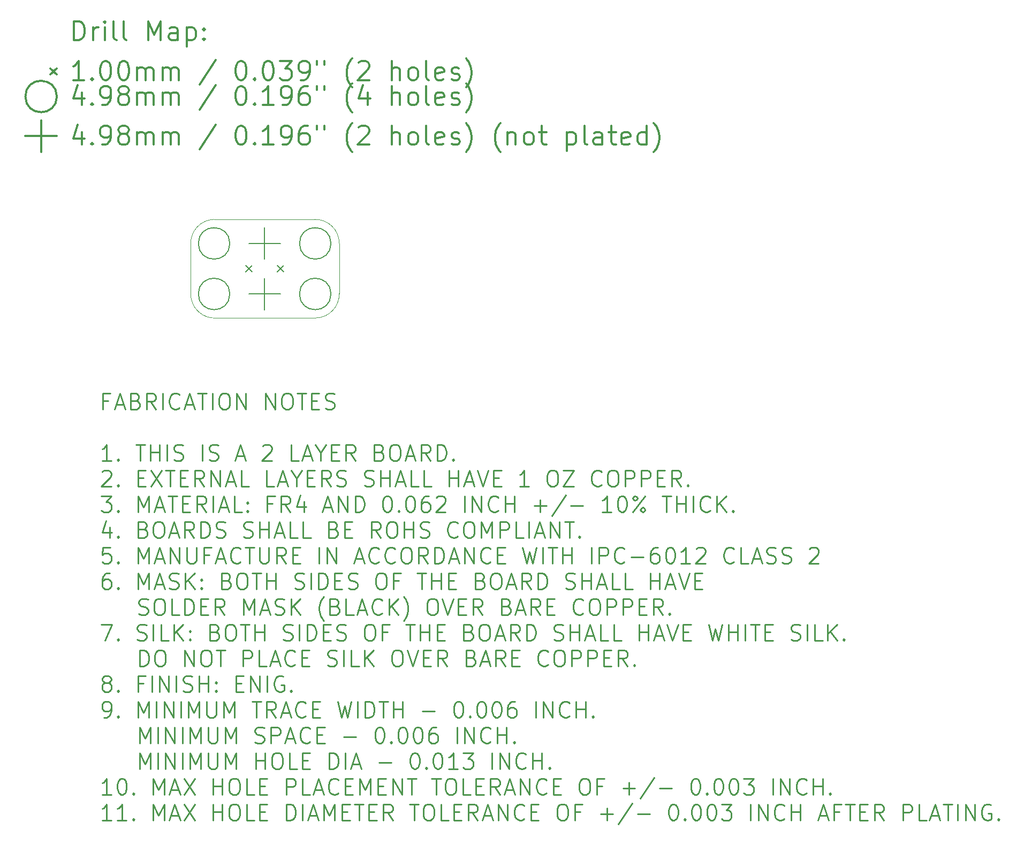
<source format=gbr>
G04 This is an RS-274x file exported by *
G04 gerbv version 2.6.0 *
G04 More information is available about gerbv at *
G04 http://gerbv.gpleda.org/ *
G04 --End of header info--*
%MOIN*%
%FSLAX34Y34*%
%IPPOS*%
G04 --Define apertures--*
%ADD10C,0.0050*%
%ADD11C,0.0079*%
%ADD12C,0.0118*%
%ADD13C,0.0138*%
%ADD14C,0.0016*%
%ADD15C,0.0100*%
G04 --Start main section--*
G54D11*
G01X0011759Y-015868D02*
G01X0012153Y-016262D01*
G01X0012153Y-015868D02*
G01X0011759Y-016262D01*
G01X0013728Y-015868D02*
G01X0014122Y-016262D01*
G01X0014122Y-015868D02*
G01X0013728Y-016262D01*
G01X0010771Y-014490D02*
G75*
G03X0010771Y-014490I-000980J0000000D01*
G01X0010771Y-017640D02*
G75*
G03X0010771Y-017640I-000980J0000000D01*
G01X0017070Y-014490D02*
G75*
G03X0017070Y-014490I-000980J0000000D01*
G01X0017070Y-017640D02*
G75*
G03X0017070Y-017640I-000980J0000000D01*
G01X0012940Y-013510D02*
G01X0012940Y-015471D01*
G01X0011960Y-014490D02*
G01X0013921Y-014490D01*
G01X0012940Y-016660D02*
G01X0012940Y-018620D01*
G01X0011960Y-017640D02*
G01X0013921Y-017640D01*
G54D12*
G01X0001069Y-001834D02*
G01X0001069Y-000652D01*
G01X0001069Y-000652D02*
G01X0001350Y-000652D01*
G01X0001350Y-000652D02*
G01X0001519Y-000709D01*
G01X0001519Y-000709D02*
G01X0001631Y-000821D01*
G01X0001631Y-000821D02*
G01X0001687Y-000934D01*
G01X0001687Y-000934D02*
G01X0001744Y-001159D01*
G01X0001744Y-001159D02*
G01X0001744Y-001327D01*
G01X0001744Y-001327D02*
G01X0001687Y-001552D01*
G01X0001687Y-001552D02*
G01X0001631Y-001665D01*
G01X0001631Y-001665D02*
G01X0001519Y-001777D01*
G01X0001519Y-001777D02*
G01X0001350Y-001834D01*
G01X0001350Y-001834D02*
G01X0001069Y-001834D01*
G01X0002250Y-001834D02*
G01X0002250Y-001046D01*
G01X0002250Y-001271D02*
G01X0002306Y-001159D01*
G01X0002306Y-001159D02*
G01X0002362Y-001102D01*
G01X0002362Y-001102D02*
G01X0002475Y-001046D01*
G01X0002475Y-001046D02*
G01X0002587Y-001046D01*
G01X0002981Y-001834D02*
G01X0002981Y-001046D01*
G01X0002981Y-000652D02*
G01X0002925Y-000709D01*
G01X0002925Y-000709D02*
G01X0002981Y-000765D01*
G01X0002981Y-000765D02*
G01X0003037Y-000709D01*
G01X0003037Y-000709D02*
G01X0002981Y-000652D01*
G01X0002981Y-000652D02*
G01X0002981Y-000765D01*
G01X0003712Y-001834D02*
G01X0003600Y-001777D01*
G01X0003600Y-001777D02*
G01X0003543Y-001665D01*
G01X0003543Y-001665D02*
G01X0003543Y-000652D01*
G01X0004331Y-001834D02*
G01X0004218Y-001777D01*
G01X0004218Y-001777D02*
G01X0004162Y-001665D01*
G01X0004162Y-001665D02*
G01X0004162Y-000652D01*
G01X0005681Y-001834D02*
G01X0005681Y-000652D01*
G01X0005681Y-000652D02*
G01X0006074Y-001496D01*
G01X0006074Y-001496D02*
G01X0006468Y-000652D01*
G01X0006468Y-000652D02*
G01X0006468Y-001834D01*
G01X0007537Y-001834D02*
G01X0007537Y-001215D01*
G01X0007537Y-001215D02*
G01X0007480Y-001102D01*
G01X0007480Y-001102D02*
G01X0007368Y-001046D01*
G01X0007368Y-001046D02*
G01X0007143Y-001046D01*
G01X0007143Y-001046D02*
G01X0007030Y-001102D01*
G01X0007537Y-001777D02*
G01X0007424Y-001834D01*
G01X0007424Y-001834D02*
G01X0007143Y-001834D01*
G01X0007143Y-001834D02*
G01X0007030Y-001777D01*
G01X0007030Y-001777D02*
G01X0006974Y-001665D01*
G01X0006974Y-001665D02*
G01X0006974Y-001552D01*
G01X0006974Y-001552D02*
G01X0007030Y-001440D01*
G01X0007030Y-001440D02*
G01X0007143Y-001384D01*
G01X0007143Y-001384D02*
G01X0007424Y-001384D01*
G01X0007424Y-001384D02*
G01X0007537Y-001327D01*
G01X0008099Y-001046D02*
G01X0008099Y-002227D01*
G01X0008099Y-001102D02*
G01X0008211Y-001046D01*
G01X0008211Y-001046D02*
G01X0008436Y-001046D01*
G01X0008436Y-001046D02*
G01X0008549Y-001102D01*
G01X0008549Y-001102D02*
G01X0008605Y-001159D01*
G01X0008605Y-001159D02*
G01X0008661Y-001271D01*
G01X0008661Y-001271D02*
G01X0008661Y-001609D01*
G01X0008661Y-001609D02*
G01X0008605Y-001721D01*
G01X0008605Y-001721D02*
G01X0008549Y-001777D01*
G01X0008549Y-001777D02*
G01X0008436Y-001834D01*
G01X0008436Y-001834D02*
G01X0008211Y-001834D01*
G01X0008211Y-001834D02*
G01X0008099Y-001777D01*
G01X0009168Y-001721D02*
G01X0009224Y-001777D01*
G01X0009224Y-001777D02*
G01X0009168Y-001834D01*
G01X0009168Y-001834D02*
G01X0009111Y-001777D01*
G01X0009111Y-001777D02*
G01X0009168Y-001721D01*
G01X0009168Y-001721D02*
G01X0009168Y-001834D01*
G01X0009168Y-001102D02*
G01X0009224Y-001159D01*
G01X0009224Y-001159D02*
G01X0009168Y-001215D01*
G01X0009168Y-001215D02*
G01X0009111Y-001159D01*
G01X0009111Y-001159D02*
G01X0009168Y-001102D01*
G01X0009168Y-001102D02*
G01X0009168Y-001215D01*
G01X-000394Y-003583D02*
G01X0000000Y-003977D01*
G01X0000000Y-003583D02*
G01X-000394Y-003977D01*
G01X0001687Y-004314D02*
G01X0001012Y-004314D01*
G01X0001350Y-004314D02*
G01X0001350Y-003133D01*
G01X0001350Y-003133D02*
G01X0001237Y-003301D01*
G01X0001237Y-003301D02*
G01X0001125Y-003414D01*
G01X0001125Y-003414D02*
G01X0001012Y-003470D01*
G01X0002193Y-004201D02*
G01X0002250Y-004258D01*
G01X0002250Y-004258D02*
G01X0002193Y-004314D01*
G01X0002193Y-004314D02*
G01X0002137Y-004258D01*
G01X0002137Y-004258D02*
G01X0002193Y-004201D01*
G01X0002193Y-004201D02*
G01X0002193Y-004314D01*
G01X0002981Y-003133D02*
G01X0003093Y-003133D01*
G01X0003093Y-003133D02*
G01X0003206Y-003189D01*
G01X0003206Y-003189D02*
G01X0003262Y-003245D01*
G01X0003262Y-003245D02*
G01X0003318Y-003358D01*
G01X0003318Y-003358D02*
G01X0003375Y-003583D01*
G01X0003375Y-003583D02*
G01X0003375Y-003864D01*
G01X0003375Y-003864D02*
G01X0003318Y-004089D01*
G01X0003318Y-004089D02*
G01X0003262Y-004201D01*
G01X0003262Y-004201D02*
G01X0003206Y-004258D01*
G01X0003206Y-004258D02*
G01X0003093Y-004314D01*
G01X0003093Y-004314D02*
G01X0002981Y-004314D01*
G01X0002981Y-004314D02*
G01X0002868Y-004258D01*
G01X0002868Y-004258D02*
G01X0002812Y-004201D01*
G01X0002812Y-004201D02*
G01X0002756Y-004089D01*
G01X0002756Y-004089D02*
G01X0002700Y-003864D01*
G01X0002700Y-003864D02*
G01X0002700Y-003583D01*
G01X0002700Y-003583D02*
G01X0002756Y-003358D01*
G01X0002756Y-003358D02*
G01X0002812Y-003245D01*
G01X0002812Y-003245D02*
G01X0002868Y-003189D01*
G01X0002868Y-003189D02*
G01X0002981Y-003133D01*
G01X0004106Y-003133D02*
G01X0004218Y-003133D01*
G01X0004218Y-003133D02*
G01X0004331Y-003189D01*
G01X0004331Y-003189D02*
G01X0004387Y-003245D01*
G01X0004387Y-003245D02*
G01X0004443Y-003358D01*
G01X0004443Y-003358D02*
G01X0004499Y-003583D01*
G01X0004499Y-003583D02*
G01X0004499Y-003864D01*
G01X0004499Y-003864D02*
G01X0004443Y-004089D01*
G01X0004443Y-004089D02*
G01X0004387Y-004201D01*
G01X0004387Y-004201D02*
G01X0004331Y-004258D01*
G01X0004331Y-004258D02*
G01X0004218Y-004314D01*
G01X0004218Y-004314D02*
G01X0004106Y-004314D01*
G01X0004106Y-004314D02*
G01X0003993Y-004258D01*
G01X0003993Y-004258D02*
G01X0003937Y-004201D01*
G01X0003937Y-004201D02*
G01X0003881Y-004089D01*
G01X0003881Y-004089D02*
G01X0003825Y-003864D01*
G01X0003825Y-003864D02*
G01X0003825Y-003583D01*
G01X0003825Y-003583D02*
G01X0003881Y-003358D01*
G01X0003881Y-003358D02*
G01X0003937Y-003245D01*
G01X0003937Y-003245D02*
G01X0003993Y-003189D01*
G01X0003993Y-003189D02*
G01X0004106Y-003133D01*
G01X0005006Y-004314D02*
G01X0005006Y-003526D01*
G01X0005006Y-003639D02*
G01X0005062Y-003583D01*
G01X0005062Y-003583D02*
G01X0005174Y-003526D01*
G01X0005174Y-003526D02*
G01X0005343Y-003526D01*
G01X0005343Y-003526D02*
G01X0005456Y-003583D01*
G01X0005456Y-003583D02*
G01X0005512Y-003695D01*
G01X0005512Y-003695D02*
G01X0005512Y-004314D01*
G01X0005512Y-003695D02*
G01X0005568Y-003583D01*
G01X0005568Y-003583D02*
G01X0005681Y-003526D01*
G01X0005681Y-003526D02*
G01X0005849Y-003526D01*
G01X0005849Y-003526D02*
G01X0005962Y-003583D01*
G01X0005962Y-003583D02*
G01X0006018Y-003695D01*
G01X0006018Y-003695D02*
G01X0006018Y-004314D01*
G01X0006580Y-004314D02*
G01X0006580Y-003526D01*
G01X0006580Y-003639D02*
G01X0006637Y-003583D01*
G01X0006637Y-003583D02*
G01X0006749Y-003526D01*
G01X0006749Y-003526D02*
G01X0006918Y-003526D01*
G01X0006918Y-003526D02*
G01X0007030Y-003583D01*
G01X0007030Y-003583D02*
G01X0007087Y-003695D01*
G01X0007087Y-003695D02*
G01X0007087Y-004314D01*
G01X0007087Y-003695D02*
G01X0007143Y-003583D01*
G01X0007143Y-003583D02*
G01X0007255Y-003526D01*
G01X0007255Y-003526D02*
G01X0007424Y-003526D01*
G01X0007424Y-003526D02*
G01X0007537Y-003583D01*
G01X0007537Y-003583D02*
G01X0007593Y-003695D01*
G01X0007593Y-003695D02*
G01X0007593Y-004314D01*
G01X0009899Y-003076D02*
G01X0008886Y-004595D01*
G01X0011417Y-003133D02*
G01X0011530Y-003133D01*
G01X0011530Y-003133D02*
G01X0011642Y-003189D01*
G01X0011642Y-003189D02*
G01X0011699Y-003245D01*
G01X0011699Y-003245D02*
G01X0011755Y-003358D01*
G01X0011755Y-003358D02*
G01X0011811Y-003583D01*
G01X0011811Y-003583D02*
G01X0011811Y-003864D01*
G01X0011811Y-003864D02*
G01X0011755Y-004089D01*
G01X0011755Y-004089D02*
G01X0011699Y-004201D01*
G01X0011699Y-004201D02*
G01X0011642Y-004258D01*
G01X0011642Y-004258D02*
G01X0011530Y-004314D01*
G01X0011530Y-004314D02*
G01X0011417Y-004314D01*
G01X0011417Y-004314D02*
G01X0011305Y-004258D01*
G01X0011305Y-004258D02*
G01X0011249Y-004201D01*
G01X0011249Y-004201D02*
G01X0011192Y-004089D01*
G01X0011192Y-004089D02*
G01X0011136Y-003864D01*
G01X0011136Y-003864D02*
G01X0011136Y-003583D01*
G01X0011136Y-003583D02*
G01X0011192Y-003358D01*
G01X0011192Y-003358D02*
G01X0011249Y-003245D01*
G01X0011249Y-003245D02*
G01X0011305Y-003189D01*
G01X0011305Y-003189D02*
G01X0011417Y-003133D01*
G01X0012317Y-004201D02*
G01X0012373Y-004258D01*
G01X0012373Y-004258D02*
G01X0012317Y-004314D01*
G01X0012317Y-004314D02*
G01X0012261Y-004258D01*
G01X0012261Y-004258D02*
G01X0012317Y-004201D01*
G01X0012317Y-004201D02*
G01X0012317Y-004314D01*
G01X0013105Y-003133D02*
G01X0013217Y-003133D01*
G01X0013217Y-003133D02*
G01X0013330Y-003189D01*
G01X0013330Y-003189D02*
G01X0013386Y-003245D01*
G01X0013386Y-003245D02*
G01X0013442Y-003358D01*
G01X0013442Y-003358D02*
G01X0013498Y-003583D01*
G01X0013498Y-003583D02*
G01X0013498Y-003864D01*
G01X0013498Y-003864D02*
G01X0013442Y-004089D01*
G01X0013442Y-004089D02*
G01X0013386Y-004201D01*
G01X0013386Y-004201D02*
G01X0013330Y-004258D01*
G01X0013330Y-004258D02*
G01X0013217Y-004314D01*
G01X0013217Y-004314D02*
G01X0013105Y-004314D01*
G01X0013105Y-004314D02*
G01X0012992Y-004258D01*
G01X0012992Y-004258D02*
G01X0012936Y-004201D01*
G01X0012936Y-004201D02*
G01X0012880Y-004089D01*
G01X0012880Y-004089D02*
G01X0012823Y-003864D01*
G01X0012823Y-003864D02*
G01X0012823Y-003583D01*
G01X0012823Y-003583D02*
G01X0012880Y-003358D01*
G01X0012880Y-003358D02*
G01X0012936Y-003245D01*
G01X0012936Y-003245D02*
G01X0012992Y-003189D01*
G01X0012992Y-003189D02*
G01X0013105Y-003133D01*
G01X0013892Y-003133D02*
G01X0014623Y-003133D01*
G01X0014623Y-003133D02*
G01X0014229Y-003583D01*
G01X0014229Y-003583D02*
G01X0014398Y-003583D01*
G01X0014398Y-003583D02*
G01X0014511Y-003639D01*
G01X0014511Y-003639D02*
G01X0014567Y-003695D01*
G01X0014567Y-003695D02*
G01X0014623Y-003808D01*
G01X0014623Y-003808D02*
G01X0014623Y-004089D01*
G01X0014623Y-004089D02*
G01X0014567Y-004201D01*
G01X0014567Y-004201D02*
G01X0014511Y-004258D01*
G01X0014511Y-004258D02*
G01X0014398Y-004314D01*
G01X0014398Y-004314D02*
G01X0014061Y-004314D01*
G01X0014061Y-004314D02*
G01X0013948Y-004258D01*
G01X0013948Y-004258D02*
G01X0013892Y-004201D01*
G01X0015186Y-004314D02*
G01X0015411Y-004314D01*
G01X0015411Y-004314D02*
G01X0015523Y-004258D01*
G01X0015523Y-004258D02*
G01X0015579Y-004201D01*
G01X0015579Y-004201D02*
G01X0015692Y-004033D01*
G01X0015692Y-004033D02*
G01X0015748Y-003808D01*
G01X0015748Y-003808D02*
G01X0015748Y-003358D01*
G01X0015748Y-003358D02*
G01X0015692Y-003245D01*
G01X0015692Y-003245D02*
G01X0015636Y-003189D01*
G01X0015636Y-003189D02*
G01X0015523Y-003133D01*
G01X0015523Y-003133D02*
G01X0015298Y-003133D01*
G01X0015298Y-003133D02*
G01X0015186Y-003189D01*
G01X0015186Y-003189D02*
G01X0015129Y-003245D01*
G01X0015129Y-003245D02*
G01X0015073Y-003358D01*
G01X0015073Y-003358D02*
G01X0015073Y-003639D01*
G01X0015073Y-003639D02*
G01X0015129Y-003751D01*
G01X0015129Y-003751D02*
G01X0015186Y-003808D01*
G01X0015186Y-003808D02*
G01X0015298Y-003864D01*
G01X0015298Y-003864D02*
G01X0015523Y-003864D01*
G01X0015523Y-003864D02*
G01X0015636Y-003808D01*
G01X0015636Y-003808D02*
G01X0015692Y-003751D01*
G01X0015692Y-003751D02*
G01X0015748Y-003639D01*
G01X0016198Y-003133D02*
G01X0016198Y-003358D01*
G01X0016648Y-003133D02*
G01X0016648Y-003358D01*
G01X0018391Y-004764D02*
G01X0018335Y-004708D01*
G01X0018335Y-004708D02*
G01X0018223Y-004539D01*
G01X0018223Y-004539D02*
G01X0018166Y-004426D01*
G01X0018166Y-004426D02*
G01X0018110Y-004258D01*
G01X0018110Y-004258D02*
G01X0018054Y-003976D01*
G01X0018054Y-003976D02*
G01X0018054Y-003751D01*
G01X0018054Y-003751D02*
G01X0018110Y-003470D01*
G01X0018110Y-003470D02*
G01X0018166Y-003301D01*
G01X0018166Y-003301D02*
G01X0018223Y-003189D01*
G01X0018223Y-003189D02*
G01X0018335Y-003020D01*
G01X0018335Y-003020D02*
G01X0018391Y-002964D01*
G01X0018785Y-003245D02*
G01X0018841Y-003189D01*
G01X0018841Y-003189D02*
G01X0018954Y-003133D01*
G01X0018954Y-003133D02*
G01X0019235Y-003133D01*
G01X0019235Y-003133D02*
G01X0019348Y-003189D01*
G01X0019348Y-003189D02*
G01X0019404Y-003245D01*
G01X0019404Y-003245D02*
G01X0019460Y-003358D01*
G01X0019460Y-003358D02*
G01X0019460Y-003470D01*
G01X0019460Y-003470D02*
G01X0019404Y-003639D01*
G01X0019404Y-003639D02*
G01X0018729Y-004314D01*
G01X0018729Y-004314D02*
G01X0019460Y-004314D01*
G01X0020866Y-004314D02*
G01X0020866Y-003133D01*
G01X0021372Y-004314D02*
G01X0021372Y-003695D01*
G01X0021372Y-003695D02*
G01X0021316Y-003583D01*
G01X0021316Y-003583D02*
G01X0021204Y-003526D01*
G01X0021204Y-003526D02*
G01X0021035Y-003526D01*
G01X0021035Y-003526D02*
G01X0020922Y-003583D01*
G01X0020922Y-003583D02*
G01X0020866Y-003639D01*
G01X0022103Y-004314D02*
G01X0021991Y-004258D01*
G01X0021991Y-004258D02*
G01X0021935Y-004201D01*
G01X0021935Y-004201D02*
G01X0021879Y-004089D01*
G01X0021879Y-004089D02*
G01X0021879Y-003751D01*
G01X0021879Y-003751D02*
G01X0021935Y-003639D01*
G01X0021935Y-003639D02*
G01X0021991Y-003583D01*
G01X0021991Y-003583D02*
G01X0022103Y-003526D01*
G01X0022103Y-003526D02*
G01X0022272Y-003526D01*
G01X0022272Y-003526D02*
G01X0022385Y-003583D01*
G01X0022385Y-003583D02*
G01X0022441Y-003639D01*
G01X0022441Y-003639D02*
G01X0022497Y-003751D01*
G01X0022497Y-003751D02*
G01X0022497Y-004089D01*
G01X0022497Y-004089D02*
G01X0022441Y-004201D01*
G01X0022441Y-004201D02*
G01X0022385Y-004258D01*
G01X0022385Y-004258D02*
G01X0022272Y-004314D01*
G01X0022272Y-004314D02*
G01X0022103Y-004314D01*
G01X0023172Y-004314D02*
G01X0023060Y-004258D01*
G01X0023060Y-004258D02*
G01X0023003Y-004145D01*
G01X0023003Y-004145D02*
G01X0023003Y-003133D01*
G01X0024072Y-004258D02*
G01X0023960Y-004314D01*
G01X0023960Y-004314D02*
G01X0023735Y-004314D01*
G01X0023735Y-004314D02*
G01X0023622Y-004258D01*
G01X0023622Y-004258D02*
G01X0023566Y-004145D01*
G01X0023566Y-004145D02*
G01X0023566Y-003695D01*
G01X0023566Y-003695D02*
G01X0023622Y-003583D01*
G01X0023622Y-003583D02*
G01X0023735Y-003526D01*
G01X0023735Y-003526D02*
G01X0023960Y-003526D01*
G01X0023960Y-003526D02*
G01X0024072Y-003583D01*
G01X0024072Y-003583D02*
G01X0024128Y-003695D01*
G01X0024128Y-003695D02*
G01X0024128Y-003808D01*
G01X0024128Y-003808D02*
G01X0023566Y-003920D01*
G01X0024578Y-004258D02*
G01X0024691Y-004314D01*
G01X0024691Y-004314D02*
G01X0024916Y-004314D01*
G01X0024916Y-004314D02*
G01X0025028Y-004258D01*
G01X0025028Y-004258D02*
G01X0025084Y-004145D01*
G01X0025084Y-004145D02*
G01X0025084Y-004089D01*
G01X0025084Y-004089D02*
G01X0025028Y-003976D01*
G01X0025028Y-003976D02*
G01X0024916Y-003920D01*
G01X0024916Y-003920D02*
G01X0024747Y-003920D01*
G01X0024747Y-003920D02*
G01X0024634Y-003864D01*
G01X0024634Y-003864D02*
G01X0024578Y-003751D01*
G01X0024578Y-003751D02*
G01X0024578Y-003695D01*
G01X0024578Y-003695D02*
G01X0024634Y-003583D01*
G01X0024634Y-003583D02*
G01X0024747Y-003526D01*
G01X0024747Y-003526D02*
G01X0024916Y-003526D01*
G01X0024916Y-003526D02*
G01X0025028Y-003583D01*
G01X0025478Y-004764D02*
G01X0025534Y-004708D01*
G01X0025534Y-004708D02*
G01X0025647Y-004539D01*
G01X0025647Y-004539D02*
G01X0025703Y-004426D01*
G01X0025703Y-004426D02*
G01X0025759Y-004258D01*
G01X0025759Y-004258D02*
G01X0025816Y-003976D01*
G01X0025816Y-003976D02*
G01X0025816Y-003751D01*
G01X0025816Y-003751D02*
G01X0025759Y-003470D01*
G01X0025759Y-003470D02*
G01X0025703Y-003301D01*
G01X0025703Y-003301D02*
G01X0025647Y-003189D01*
G01X0025647Y-003189D02*
G01X0025534Y-003020D01*
G01X0025534Y-003020D02*
G01X0025478Y-002964D01*
G01X0000000Y-005339D02*
G75*
G03X0000000Y-005339I-000980J0000000D01*
G01X0001575Y-005085D02*
G01X0001575Y-005873D01*
G01X0001294Y-004636D02*
G01X0001012Y-005479D01*
G01X0001012Y-005479D02*
G01X0001744Y-005479D01*
G01X0002193Y-005760D02*
G01X0002250Y-005817D01*
G01X0002250Y-005817D02*
G01X0002193Y-005873D01*
G01X0002193Y-005873D02*
G01X0002137Y-005817D01*
G01X0002137Y-005817D02*
G01X0002193Y-005760D01*
G01X0002193Y-005760D02*
G01X0002193Y-005873D01*
G01X0002812Y-005873D02*
G01X0003037Y-005873D01*
G01X0003037Y-005873D02*
G01X0003150Y-005817D01*
G01X0003150Y-005817D02*
G01X0003206Y-005760D01*
G01X0003206Y-005760D02*
G01X0003318Y-005592D01*
G01X0003318Y-005592D02*
G01X0003375Y-005367D01*
G01X0003375Y-005367D02*
G01X0003375Y-004917D01*
G01X0003375Y-004917D02*
G01X0003318Y-004804D01*
G01X0003318Y-004804D02*
G01X0003262Y-004748D01*
G01X0003262Y-004748D02*
G01X0003150Y-004692D01*
G01X0003150Y-004692D02*
G01X0002925Y-004692D01*
G01X0002925Y-004692D02*
G01X0002812Y-004748D01*
G01X0002812Y-004748D02*
G01X0002756Y-004804D01*
G01X0002756Y-004804D02*
G01X0002700Y-004917D01*
G01X0002700Y-004917D02*
G01X0002700Y-005198D01*
G01X0002700Y-005198D02*
G01X0002756Y-005310D01*
G01X0002756Y-005310D02*
G01X0002812Y-005367D01*
G01X0002812Y-005367D02*
G01X0002925Y-005423D01*
G01X0002925Y-005423D02*
G01X0003150Y-005423D01*
G01X0003150Y-005423D02*
G01X0003262Y-005367D01*
G01X0003262Y-005367D02*
G01X0003318Y-005310D01*
G01X0003318Y-005310D02*
G01X0003375Y-005198D01*
G01X0004049Y-005198D02*
G01X0003937Y-005142D01*
G01X0003937Y-005142D02*
G01X0003881Y-005085D01*
G01X0003881Y-005085D02*
G01X0003825Y-004973D01*
G01X0003825Y-004973D02*
G01X0003825Y-004917D01*
G01X0003825Y-004917D02*
G01X0003881Y-004804D01*
G01X0003881Y-004804D02*
G01X0003937Y-004748D01*
G01X0003937Y-004748D02*
G01X0004049Y-004692D01*
G01X0004049Y-004692D02*
G01X0004274Y-004692D01*
G01X0004274Y-004692D02*
G01X0004387Y-004748D01*
G01X0004387Y-004748D02*
G01X0004443Y-004804D01*
G01X0004443Y-004804D02*
G01X0004499Y-004917D01*
G01X0004499Y-004917D02*
G01X0004499Y-004973D01*
G01X0004499Y-004973D02*
G01X0004443Y-005085D01*
G01X0004443Y-005085D02*
G01X0004387Y-005142D01*
G01X0004387Y-005142D02*
G01X0004274Y-005198D01*
G01X0004274Y-005198D02*
G01X0004049Y-005198D01*
G01X0004049Y-005198D02*
G01X0003937Y-005254D01*
G01X0003937Y-005254D02*
G01X0003881Y-005310D01*
G01X0003881Y-005310D02*
G01X0003825Y-005423D01*
G01X0003825Y-005423D02*
G01X0003825Y-005648D01*
G01X0003825Y-005648D02*
G01X0003881Y-005760D01*
G01X0003881Y-005760D02*
G01X0003937Y-005817D01*
G01X0003937Y-005817D02*
G01X0004049Y-005873D01*
G01X0004049Y-005873D02*
G01X0004274Y-005873D01*
G01X0004274Y-005873D02*
G01X0004387Y-005817D01*
G01X0004387Y-005817D02*
G01X0004443Y-005760D01*
G01X0004443Y-005760D02*
G01X0004499Y-005648D01*
G01X0004499Y-005648D02*
G01X0004499Y-005423D01*
G01X0004499Y-005423D02*
G01X0004443Y-005310D01*
G01X0004443Y-005310D02*
G01X0004387Y-005254D01*
G01X0004387Y-005254D02*
G01X0004274Y-005198D01*
G01X0005006Y-005873D02*
G01X0005006Y-005085D01*
G01X0005006Y-005198D02*
G01X0005062Y-005142D01*
G01X0005062Y-005142D02*
G01X0005174Y-005085D01*
G01X0005174Y-005085D02*
G01X0005343Y-005085D01*
G01X0005343Y-005085D02*
G01X0005456Y-005142D01*
G01X0005456Y-005142D02*
G01X0005512Y-005254D01*
G01X0005512Y-005254D02*
G01X0005512Y-005873D01*
G01X0005512Y-005254D02*
G01X0005568Y-005142D01*
G01X0005568Y-005142D02*
G01X0005681Y-005085D01*
G01X0005681Y-005085D02*
G01X0005849Y-005085D01*
G01X0005849Y-005085D02*
G01X0005962Y-005142D01*
G01X0005962Y-005142D02*
G01X0006018Y-005254D01*
G01X0006018Y-005254D02*
G01X0006018Y-005873D01*
G01X0006580Y-005873D02*
G01X0006580Y-005085D01*
G01X0006580Y-005198D02*
G01X0006637Y-005142D01*
G01X0006637Y-005142D02*
G01X0006749Y-005085D01*
G01X0006749Y-005085D02*
G01X0006918Y-005085D01*
G01X0006918Y-005085D02*
G01X0007030Y-005142D01*
G01X0007030Y-005142D02*
G01X0007087Y-005254D01*
G01X0007087Y-005254D02*
G01X0007087Y-005873D01*
G01X0007087Y-005254D02*
G01X0007143Y-005142D01*
G01X0007143Y-005142D02*
G01X0007255Y-005085D01*
G01X0007255Y-005085D02*
G01X0007424Y-005085D01*
G01X0007424Y-005085D02*
G01X0007537Y-005142D01*
G01X0007537Y-005142D02*
G01X0007593Y-005254D01*
G01X0007593Y-005254D02*
G01X0007593Y-005873D01*
G01X0009899Y-004636D02*
G01X0008886Y-006154D01*
G01X0011417Y-004692D02*
G01X0011530Y-004692D01*
G01X0011530Y-004692D02*
G01X0011642Y-004748D01*
G01X0011642Y-004748D02*
G01X0011699Y-004804D01*
G01X0011699Y-004804D02*
G01X0011755Y-004917D01*
G01X0011755Y-004917D02*
G01X0011811Y-005142D01*
G01X0011811Y-005142D02*
G01X0011811Y-005423D01*
G01X0011811Y-005423D02*
G01X0011755Y-005648D01*
G01X0011755Y-005648D02*
G01X0011699Y-005760D01*
G01X0011699Y-005760D02*
G01X0011642Y-005817D01*
G01X0011642Y-005817D02*
G01X0011530Y-005873D01*
G01X0011530Y-005873D02*
G01X0011417Y-005873D01*
G01X0011417Y-005873D02*
G01X0011305Y-005817D01*
G01X0011305Y-005817D02*
G01X0011249Y-005760D01*
G01X0011249Y-005760D02*
G01X0011192Y-005648D01*
G01X0011192Y-005648D02*
G01X0011136Y-005423D01*
G01X0011136Y-005423D02*
G01X0011136Y-005142D01*
G01X0011136Y-005142D02*
G01X0011192Y-004917D01*
G01X0011192Y-004917D02*
G01X0011249Y-004804D01*
G01X0011249Y-004804D02*
G01X0011305Y-004748D01*
G01X0011305Y-004748D02*
G01X0011417Y-004692D01*
G01X0012317Y-005760D02*
G01X0012373Y-005817D01*
G01X0012373Y-005817D02*
G01X0012317Y-005873D01*
G01X0012317Y-005873D02*
G01X0012261Y-005817D01*
G01X0012261Y-005817D02*
G01X0012317Y-005760D01*
G01X0012317Y-005760D02*
G01X0012317Y-005873D01*
G01X0013498Y-005873D02*
G01X0012823Y-005873D01*
G01X0013161Y-005873D02*
G01X0013161Y-004692D01*
G01X0013161Y-004692D02*
G01X0013048Y-004861D01*
G01X0013048Y-004861D02*
G01X0012936Y-004973D01*
G01X0012936Y-004973D02*
G01X0012823Y-005029D01*
G01X0014061Y-005873D02*
G01X0014286Y-005873D01*
G01X0014286Y-005873D02*
G01X0014398Y-005817D01*
G01X0014398Y-005817D02*
G01X0014454Y-005760D01*
G01X0014454Y-005760D02*
G01X0014567Y-005592D01*
G01X0014567Y-005592D02*
G01X0014623Y-005367D01*
G01X0014623Y-005367D02*
G01X0014623Y-004917D01*
G01X0014623Y-004917D02*
G01X0014567Y-004804D01*
G01X0014567Y-004804D02*
G01X0014511Y-004748D01*
G01X0014511Y-004748D02*
G01X0014398Y-004692D01*
G01X0014398Y-004692D02*
G01X0014173Y-004692D01*
G01X0014173Y-004692D02*
G01X0014061Y-004748D01*
G01X0014061Y-004748D02*
G01X0014005Y-004804D01*
G01X0014005Y-004804D02*
G01X0013948Y-004917D01*
G01X0013948Y-004917D02*
G01X0013948Y-005198D01*
G01X0013948Y-005198D02*
G01X0014005Y-005310D01*
G01X0014005Y-005310D02*
G01X0014061Y-005367D01*
G01X0014061Y-005367D02*
G01X0014173Y-005423D01*
G01X0014173Y-005423D02*
G01X0014398Y-005423D01*
G01X0014398Y-005423D02*
G01X0014511Y-005367D01*
G01X0014511Y-005367D02*
G01X0014567Y-005310D01*
G01X0014567Y-005310D02*
G01X0014623Y-005198D01*
G01X0015636Y-004692D02*
G01X0015411Y-004692D01*
G01X0015411Y-004692D02*
G01X0015298Y-004748D01*
G01X0015298Y-004748D02*
G01X0015242Y-004804D01*
G01X0015242Y-004804D02*
G01X0015129Y-004973D01*
G01X0015129Y-004973D02*
G01X0015073Y-005198D01*
G01X0015073Y-005198D02*
G01X0015073Y-005648D01*
G01X0015073Y-005648D02*
G01X0015129Y-005760D01*
G01X0015129Y-005760D02*
G01X0015186Y-005817D01*
G01X0015186Y-005817D02*
G01X0015298Y-005873D01*
G01X0015298Y-005873D02*
G01X0015523Y-005873D01*
G01X0015523Y-005873D02*
G01X0015636Y-005817D01*
G01X0015636Y-005817D02*
G01X0015692Y-005760D01*
G01X0015692Y-005760D02*
G01X0015748Y-005648D01*
G01X0015748Y-005648D02*
G01X0015748Y-005367D01*
G01X0015748Y-005367D02*
G01X0015692Y-005254D01*
G01X0015692Y-005254D02*
G01X0015636Y-005198D01*
G01X0015636Y-005198D02*
G01X0015523Y-005142D01*
G01X0015523Y-005142D02*
G01X0015298Y-005142D01*
G01X0015298Y-005142D02*
G01X0015186Y-005198D01*
G01X0015186Y-005198D02*
G01X0015129Y-005254D01*
G01X0015129Y-005254D02*
G01X0015073Y-005367D01*
G01X0016198Y-004692D02*
G01X0016198Y-004917D01*
G01X0016648Y-004692D02*
G01X0016648Y-004917D01*
G01X0018391Y-006323D02*
G01X0018335Y-006267D01*
G01X0018335Y-006267D02*
G01X0018223Y-006098D01*
G01X0018223Y-006098D02*
G01X0018166Y-005985D01*
G01X0018166Y-005985D02*
G01X0018110Y-005817D01*
G01X0018110Y-005817D02*
G01X0018054Y-005535D01*
G01X0018054Y-005535D02*
G01X0018054Y-005310D01*
G01X0018054Y-005310D02*
G01X0018110Y-005029D01*
G01X0018110Y-005029D02*
G01X0018166Y-004861D01*
G01X0018166Y-004861D02*
G01X0018223Y-004748D01*
G01X0018223Y-004748D02*
G01X0018335Y-004579D01*
G01X0018335Y-004579D02*
G01X0018391Y-004523D01*
G01X0019348Y-005085D02*
G01X0019348Y-005873D01*
G01X0019066Y-004636D02*
G01X0018785Y-005479D01*
G01X0018785Y-005479D02*
G01X0019516Y-005479D01*
G01X0020866Y-005873D02*
G01X0020866Y-004692D01*
G01X0021372Y-005873D02*
G01X0021372Y-005254D01*
G01X0021372Y-005254D02*
G01X0021316Y-005142D01*
G01X0021316Y-005142D02*
G01X0021204Y-005085D01*
G01X0021204Y-005085D02*
G01X0021035Y-005085D01*
G01X0021035Y-005085D02*
G01X0020922Y-005142D01*
G01X0020922Y-005142D02*
G01X0020866Y-005198D01*
G01X0022103Y-005873D02*
G01X0021991Y-005817D01*
G01X0021991Y-005817D02*
G01X0021935Y-005760D01*
G01X0021935Y-005760D02*
G01X0021879Y-005648D01*
G01X0021879Y-005648D02*
G01X0021879Y-005310D01*
G01X0021879Y-005310D02*
G01X0021935Y-005198D01*
G01X0021935Y-005198D02*
G01X0021991Y-005142D01*
G01X0021991Y-005142D02*
G01X0022103Y-005085D01*
G01X0022103Y-005085D02*
G01X0022272Y-005085D01*
G01X0022272Y-005085D02*
G01X0022385Y-005142D01*
G01X0022385Y-005142D02*
G01X0022441Y-005198D01*
G01X0022441Y-005198D02*
G01X0022497Y-005310D01*
G01X0022497Y-005310D02*
G01X0022497Y-005648D01*
G01X0022497Y-005648D02*
G01X0022441Y-005760D01*
G01X0022441Y-005760D02*
G01X0022385Y-005817D01*
G01X0022385Y-005817D02*
G01X0022272Y-005873D01*
G01X0022272Y-005873D02*
G01X0022103Y-005873D01*
G01X0023172Y-005873D02*
G01X0023060Y-005817D01*
G01X0023060Y-005817D02*
G01X0023003Y-005704D01*
G01X0023003Y-005704D02*
G01X0023003Y-004692D01*
G01X0024072Y-005817D02*
G01X0023960Y-005873D01*
G01X0023960Y-005873D02*
G01X0023735Y-005873D01*
G01X0023735Y-005873D02*
G01X0023622Y-005817D01*
G01X0023622Y-005817D02*
G01X0023566Y-005704D01*
G01X0023566Y-005704D02*
G01X0023566Y-005254D01*
G01X0023566Y-005254D02*
G01X0023622Y-005142D01*
G01X0023622Y-005142D02*
G01X0023735Y-005085D01*
G01X0023735Y-005085D02*
G01X0023960Y-005085D01*
G01X0023960Y-005085D02*
G01X0024072Y-005142D01*
G01X0024072Y-005142D02*
G01X0024128Y-005254D01*
G01X0024128Y-005254D02*
G01X0024128Y-005367D01*
G01X0024128Y-005367D02*
G01X0023566Y-005479D01*
G01X0024578Y-005817D02*
G01X0024691Y-005873D01*
G01X0024691Y-005873D02*
G01X0024916Y-005873D01*
G01X0024916Y-005873D02*
G01X0025028Y-005817D01*
G01X0025028Y-005817D02*
G01X0025084Y-005704D01*
G01X0025084Y-005704D02*
G01X0025084Y-005648D01*
G01X0025084Y-005648D02*
G01X0025028Y-005535D01*
G01X0025028Y-005535D02*
G01X0024916Y-005479D01*
G01X0024916Y-005479D02*
G01X0024747Y-005479D01*
G01X0024747Y-005479D02*
G01X0024634Y-005423D01*
G01X0024634Y-005423D02*
G01X0024578Y-005310D01*
G01X0024578Y-005310D02*
G01X0024578Y-005254D01*
G01X0024578Y-005254D02*
G01X0024634Y-005142D01*
G01X0024634Y-005142D02*
G01X0024747Y-005085D01*
G01X0024747Y-005085D02*
G01X0024916Y-005085D01*
G01X0024916Y-005085D02*
G01X0025028Y-005142D01*
G01X0025478Y-006323D02*
G01X0025534Y-006267D01*
G01X0025534Y-006267D02*
G01X0025647Y-006098D01*
G01X0025647Y-006098D02*
G01X0025703Y-005985D01*
G01X0025703Y-005985D02*
G01X0025759Y-005817D01*
G01X0025759Y-005817D02*
G01X0025816Y-005535D01*
G01X0025816Y-005535D02*
G01X0025816Y-005310D01*
G01X0025816Y-005310D02*
G01X0025759Y-005029D01*
G01X0025759Y-005029D02*
G01X0025703Y-004861D01*
G01X0025703Y-004861D02*
G01X0025647Y-004748D01*
G01X0025647Y-004748D02*
G01X0025534Y-004579D01*
G01X0025534Y-004579D02*
G01X0025478Y-004523D01*
G01X-000980Y-006831D02*
G01X-000980Y-008791D01*
G01X-001961Y-007811D02*
G01X0000000Y-007811D01*
G01X0001575Y-007558D02*
G01X0001575Y-008345D01*
G01X0001294Y-007108D02*
G01X0001012Y-007952D01*
G01X0001012Y-007952D02*
G01X0001744Y-007952D01*
G01X0002193Y-008233D02*
G01X0002250Y-008289D01*
G01X0002250Y-008289D02*
G01X0002193Y-008345D01*
G01X0002193Y-008345D02*
G01X0002137Y-008289D01*
G01X0002137Y-008289D02*
G01X0002193Y-008233D01*
G01X0002193Y-008233D02*
G01X0002193Y-008345D01*
G01X0002812Y-008345D02*
G01X0003037Y-008345D01*
G01X0003037Y-008345D02*
G01X0003150Y-008289D01*
G01X0003150Y-008289D02*
G01X0003206Y-008233D01*
G01X0003206Y-008233D02*
G01X0003318Y-008064D01*
G01X0003318Y-008064D02*
G01X0003375Y-007839D01*
G01X0003375Y-007839D02*
G01X0003375Y-007389D01*
G01X0003375Y-007389D02*
G01X0003318Y-007277D01*
G01X0003318Y-007277D02*
G01X0003262Y-007220D01*
G01X0003262Y-007220D02*
G01X0003150Y-007164D01*
G01X0003150Y-007164D02*
G01X0002925Y-007164D01*
G01X0002925Y-007164D02*
G01X0002812Y-007220D01*
G01X0002812Y-007220D02*
G01X0002756Y-007277D01*
G01X0002756Y-007277D02*
G01X0002700Y-007389D01*
G01X0002700Y-007389D02*
G01X0002700Y-007670D01*
G01X0002700Y-007670D02*
G01X0002756Y-007783D01*
G01X0002756Y-007783D02*
G01X0002812Y-007839D01*
G01X0002812Y-007839D02*
G01X0002925Y-007895D01*
G01X0002925Y-007895D02*
G01X0003150Y-007895D01*
G01X0003150Y-007895D02*
G01X0003262Y-007839D01*
G01X0003262Y-007839D02*
G01X0003318Y-007783D01*
G01X0003318Y-007783D02*
G01X0003375Y-007670D01*
G01X0004049Y-007670D02*
G01X0003937Y-007614D01*
G01X0003937Y-007614D02*
G01X0003881Y-007558D01*
G01X0003881Y-007558D02*
G01X0003825Y-007445D01*
G01X0003825Y-007445D02*
G01X0003825Y-007389D01*
G01X0003825Y-007389D02*
G01X0003881Y-007277D01*
G01X0003881Y-007277D02*
G01X0003937Y-007220D01*
G01X0003937Y-007220D02*
G01X0004049Y-007164D01*
G01X0004049Y-007164D02*
G01X0004274Y-007164D01*
G01X0004274Y-007164D02*
G01X0004387Y-007220D01*
G01X0004387Y-007220D02*
G01X0004443Y-007277D01*
G01X0004443Y-007277D02*
G01X0004499Y-007389D01*
G01X0004499Y-007389D02*
G01X0004499Y-007445D01*
G01X0004499Y-007445D02*
G01X0004443Y-007558D01*
G01X0004443Y-007558D02*
G01X0004387Y-007614D01*
G01X0004387Y-007614D02*
G01X0004274Y-007670D01*
G01X0004274Y-007670D02*
G01X0004049Y-007670D01*
G01X0004049Y-007670D02*
G01X0003937Y-007727D01*
G01X0003937Y-007727D02*
G01X0003881Y-007783D01*
G01X0003881Y-007783D02*
G01X0003825Y-007895D01*
G01X0003825Y-007895D02*
G01X0003825Y-008120D01*
G01X0003825Y-008120D02*
G01X0003881Y-008233D01*
G01X0003881Y-008233D02*
G01X0003937Y-008289D01*
G01X0003937Y-008289D02*
G01X0004049Y-008345D01*
G01X0004049Y-008345D02*
G01X0004274Y-008345D01*
G01X0004274Y-008345D02*
G01X0004387Y-008289D01*
G01X0004387Y-008289D02*
G01X0004443Y-008233D01*
G01X0004443Y-008233D02*
G01X0004499Y-008120D01*
G01X0004499Y-008120D02*
G01X0004499Y-007895D01*
G01X0004499Y-007895D02*
G01X0004443Y-007783D01*
G01X0004443Y-007783D02*
G01X0004387Y-007727D01*
G01X0004387Y-007727D02*
G01X0004274Y-007670D01*
G01X0005006Y-008345D02*
G01X0005006Y-007558D01*
G01X0005006Y-007670D02*
G01X0005062Y-007614D01*
G01X0005062Y-007614D02*
G01X0005174Y-007558D01*
G01X0005174Y-007558D02*
G01X0005343Y-007558D01*
G01X0005343Y-007558D02*
G01X0005456Y-007614D01*
G01X0005456Y-007614D02*
G01X0005512Y-007727D01*
G01X0005512Y-007727D02*
G01X0005512Y-008345D01*
G01X0005512Y-007727D02*
G01X0005568Y-007614D01*
G01X0005568Y-007614D02*
G01X0005681Y-007558D01*
G01X0005681Y-007558D02*
G01X0005849Y-007558D01*
G01X0005849Y-007558D02*
G01X0005962Y-007614D01*
G01X0005962Y-007614D02*
G01X0006018Y-007727D01*
G01X0006018Y-007727D02*
G01X0006018Y-008345D01*
G01X0006580Y-008345D02*
G01X0006580Y-007558D01*
G01X0006580Y-007670D02*
G01X0006637Y-007614D01*
G01X0006637Y-007614D02*
G01X0006749Y-007558D01*
G01X0006749Y-007558D02*
G01X0006918Y-007558D01*
G01X0006918Y-007558D02*
G01X0007030Y-007614D01*
G01X0007030Y-007614D02*
G01X0007087Y-007727D01*
G01X0007087Y-007727D02*
G01X0007087Y-008345D01*
G01X0007087Y-007727D02*
G01X0007143Y-007614D01*
G01X0007143Y-007614D02*
G01X0007255Y-007558D01*
G01X0007255Y-007558D02*
G01X0007424Y-007558D01*
G01X0007424Y-007558D02*
G01X0007537Y-007614D01*
G01X0007537Y-007614D02*
G01X0007593Y-007727D01*
G01X0007593Y-007727D02*
G01X0007593Y-008345D01*
G01X0009899Y-007108D02*
G01X0008886Y-008627D01*
G01X0011417Y-007164D02*
G01X0011530Y-007164D01*
G01X0011530Y-007164D02*
G01X0011642Y-007220D01*
G01X0011642Y-007220D02*
G01X0011699Y-007277D01*
G01X0011699Y-007277D02*
G01X0011755Y-007389D01*
G01X0011755Y-007389D02*
G01X0011811Y-007614D01*
G01X0011811Y-007614D02*
G01X0011811Y-007895D01*
G01X0011811Y-007895D02*
G01X0011755Y-008120D01*
G01X0011755Y-008120D02*
G01X0011699Y-008233D01*
G01X0011699Y-008233D02*
G01X0011642Y-008289D01*
G01X0011642Y-008289D02*
G01X0011530Y-008345D01*
G01X0011530Y-008345D02*
G01X0011417Y-008345D01*
G01X0011417Y-008345D02*
G01X0011305Y-008289D01*
G01X0011305Y-008289D02*
G01X0011249Y-008233D01*
G01X0011249Y-008233D02*
G01X0011192Y-008120D01*
G01X0011192Y-008120D02*
G01X0011136Y-007895D01*
G01X0011136Y-007895D02*
G01X0011136Y-007614D01*
G01X0011136Y-007614D02*
G01X0011192Y-007389D01*
G01X0011192Y-007389D02*
G01X0011249Y-007277D01*
G01X0011249Y-007277D02*
G01X0011305Y-007220D01*
G01X0011305Y-007220D02*
G01X0011417Y-007164D01*
G01X0012317Y-008233D02*
G01X0012373Y-008289D01*
G01X0012373Y-008289D02*
G01X0012317Y-008345D01*
G01X0012317Y-008345D02*
G01X0012261Y-008289D01*
G01X0012261Y-008289D02*
G01X0012317Y-008233D01*
G01X0012317Y-008233D02*
G01X0012317Y-008345D01*
G01X0013498Y-008345D02*
G01X0012823Y-008345D01*
G01X0013161Y-008345D02*
G01X0013161Y-007164D01*
G01X0013161Y-007164D02*
G01X0013048Y-007333D01*
G01X0013048Y-007333D02*
G01X0012936Y-007445D01*
G01X0012936Y-007445D02*
G01X0012823Y-007502D01*
G01X0014061Y-008345D02*
G01X0014286Y-008345D01*
G01X0014286Y-008345D02*
G01X0014398Y-008289D01*
G01X0014398Y-008289D02*
G01X0014454Y-008233D01*
G01X0014454Y-008233D02*
G01X0014567Y-008064D01*
G01X0014567Y-008064D02*
G01X0014623Y-007839D01*
G01X0014623Y-007839D02*
G01X0014623Y-007389D01*
G01X0014623Y-007389D02*
G01X0014567Y-007277D01*
G01X0014567Y-007277D02*
G01X0014511Y-007220D01*
G01X0014511Y-007220D02*
G01X0014398Y-007164D01*
G01X0014398Y-007164D02*
G01X0014173Y-007164D01*
G01X0014173Y-007164D02*
G01X0014061Y-007220D01*
G01X0014061Y-007220D02*
G01X0014005Y-007277D01*
G01X0014005Y-007277D02*
G01X0013948Y-007389D01*
G01X0013948Y-007389D02*
G01X0013948Y-007670D01*
G01X0013948Y-007670D02*
G01X0014005Y-007783D01*
G01X0014005Y-007783D02*
G01X0014061Y-007839D01*
G01X0014061Y-007839D02*
G01X0014173Y-007895D01*
G01X0014173Y-007895D02*
G01X0014398Y-007895D01*
G01X0014398Y-007895D02*
G01X0014511Y-007839D01*
G01X0014511Y-007839D02*
G01X0014567Y-007783D01*
G01X0014567Y-007783D02*
G01X0014623Y-007670D01*
G01X0015636Y-007164D02*
G01X0015411Y-007164D01*
G01X0015411Y-007164D02*
G01X0015298Y-007220D01*
G01X0015298Y-007220D02*
G01X0015242Y-007277D01*
G01X0015242Y-007277D02*
G01X0015129Y-007445D01*
G01X0015129Y-007445D02*
G01X0015073Y-007670D01*
G01X0015073Y-007670D02*
G01X0015073Y-008120D01*
G01X0015073Y-008120D02*
G01X0015129Y-008233D01*
G01X0015129Y-008233D02*
G01X0015186Y-008289D01*
G01X0015186Y-008289D02*
G01X0015298Y-008345D01*
G01X0015298Y-008345D02*
G01X0015523Y-008345D01*
G01X0015523Y-008345D02*
G01X0015636Y-008289D01*
G01X0015636Y-008289D02*
G01X0015692Y-008233D01*
G01X0015692Y-008233D02*
G01X0015748Y-008120D01*
G01X0015748Y-008120D02*
G01X0015748Y-007839D01*
G01X0015748Y-007839D02*
G01X0015692Y-007727D01*
G01X0015692Y-007727D02*
G01X0015636Y-007670D01*
G01X0015636Y-007670D02*
G01X0015523Y-007614D01*
G01X0015523Y-007614D02*
G01X0015298Y-007614D01*
G01X0015298Y-007614D02*
G01X0015186Y-007670D01*
G01X0015186Y-007670D02*
G01X0015129Y-007727D01*
G01X0015129Y-007727D02*
G01X0015073Y-007839D01*
G01X0016198Y-007164D02*
G01X0016198Y-007389D01*
G01X0016648Y-007164D02*
G01X0016648Y-007389D01*
G01X0018391Y-008795D02*
G01X0018335Y-008739D01*
G01X0018335Y-008739D02*
G01X0018223Y-008570D01*
G01X0018223Y-008570D02*
G01X0018166Y-008458D01*
G01X0018166Y-008458D02*
G01X0018110Y-008289D01*
G01X0018110Y-008289D02*
G01X0018054Y-008008D01*
G01X0018054Y-008008D02*
G01X0018054Y-007783D01*
G01X0018054Y-007783D02*
G01X0018110Y-007502D01*
G01X0018110Y-007502D02*
G01X0018166Y-007333D01*
G01X0018166Y-007333D02*
G01X0018223Y-007220D01*
G01X0018223Y-007220D02*
G01X0018335Y-007052D01*
G01X0018335Y-007052D02*
G01X0018391Y-006995D01*
G01X0018785Y-007277D02*
G01X0018841Y-007220D01*
G01X0018841Y-007220D02*
G01X0018954Y-007164D01*
G01X0018954Y-007164D02*
G01X0019235Y-007164D01*
G01X0019235Y-007164D02*
G01X0019348Y-007220D01*
G01X0019348Y-007220D02*
G01X0019404Y-007277D01*
G01X0019404Y-007277D02*
G01X0019460Y-007389D01*
G01X0019460Y-007389D02*
G01X0019460Y-007502D01*
G01X0019460Y-007502D02*
G01X0019404Y-007670D01*
G01X0019404Y-007670D02*
G01X0018729Y-008345D01*
G01X0018729Y-008345D02*
G01X0019460Y-008345D01*
G01X0020866Y-008345D02*
G01X0020866Y-007164D01*
G01X0021372Y-008345D02*
G01X0021372Y-007727D01*
G01X0021372Y-007727D02*
G01X0021316Y-007614D01*
G01X0021316Y-007614D02*
G01X0021204Y-007558D01*
G01X0021204Y-007558D02*
G01X0021035Y-007558D01*
G01X0021035Y-007558D02*
G01X0020922Y-007614D01*
G01X0020922Y-007614D02*
G01X0020866Y-007670D01*
G01X0022103Y-008345D02*
G01X0021991Y-008289D01*
G01X0021991Y-008289D02*
G01X0021935Y-008233D01*
G01X0021935Y-008233D02*
G01X0021879Y-008120D01*
G01X0021879Y-008120D02*
G01X0021879Y-007783D01*
G01X0021879Y-007783D02*
G01X0021935Y-007670D01*
G01X0021935Y-007670D02*
G01X0021991Y-007614D01*
G01X0021991Y-007614D02*
G01X0022103Y-007558D01*
G01X0022103Y-007558D02*
G01X0022272Y-007558D01*
G01X0022272Y-007558D02*
G01X0022385Y-007614D01*
G01X0022385Y-007614D02*
G01X0022441Y-007670D01*
G01X0022441Y-007670D02*
G01X0022497Y-007783D01*
G01X0022497Y-007783D02*
G01X0022497Y-008120D01*
G01X0022497Y-008120D02*
G01X0022441Y-008233D01*
G01X0022441Y-008233D02*
G01X0022385Y-008289D01*
G01X0022385Y-008289D02*
G01X0022272Y-008345D01*
G01X0022272Y-008345D02*
G01X0022103Y-008345D01*
G01X0023172Y-008345D02*
G01X0023060Y-008289D01*
G01X0023060Y-008289D02*
G01X0023003Y-008177D01*
G01X0023003Y-008177D02*
G01X0023003Y-007164D01*
G01X0024072Y-008289D02*
G01X0023960Y-008345D01*
G01X0023960Y-008345D02*
G01X0023735Y-008345D01*
G01X0023735Y-008345D02*
G01X0023622Y-008289D01*
G01X0023622Y-008289D02*
G01X0023566Y-008177D01*
G01X0023566Y-008177D02*
G01X0023566Y-007727D01*
G01X0023566Y-007727D02*
G01X0023622Y-007614D01*
G01X0023622Y-007614D02*
G01X0023735Y-007558D01*
G01X0023735Y-007558D02*
G01X0023960Y-007558D01*
G01X0023960Y-007558D02*
G01X0024072Y-007614D01*
G01X0024072Y-007614D02*
G01X0024128Y-007727D01*
G01X0024128Y-007727D02*
G01X0024128Y-007839D01*
G01X0024128Y-007839D02*
G01X0023566Y-007952D01*
G01X0024578Y-008289D02*
G01X0024691Y-008345D01*
G01X0024691Y-008345D02*
G01X0024916Y-008345D01*
G01X0024916Y-008345D02*
G01X0025028Y-008289D01*
G01X0025028Y-008289D02*
G01X0025084Y-008177D01*
G01X0025084Y-008177D02*
G01X0025084Y-008120D01*
G01X0025084Y-008120D02*
G01X0025028Y-008008D01*
G01X0025028Y-008008D02*
G01X0024916Y-007952D01*
G01X0024916Y-007952D02*
G01X0024747Y-007952D01*
G01X0024747Y-007952D02*
G01X0024634Y-007895D01*
G01X0024634Y-007895D02*
G01X0024578Y-007783D01*
G01X0024578Y-007783D02*
G01X0024578Y-007727D01*
G01X0024578Y-007727D02*
G01X0024634Y-007614D01*
G01X0024634Y-007614D02*
G01X0024747Y-007558D01*
G01X0024747Y-007558D02*
G01X0024916Y-007558D01*
G01X0024916Y-007558D02*
G01X0025028Y-007614D01*
G01X0025478Y-008795D02*
G01X0025534Y-008739D01*
G01X0025534Y-008739D02*
G01X0025647Y-008570D01*
G01X0025647Y-008570D02*
G01X0025703Y-008458D01*
G01X0025703Y-008458D02*
G01X0025759Y-008289D01*
G01X0025759Y-008289D02*
G01X0025816Y-008008D01*
G01X0025816Y-008008D02*
G01X0025816Y-007783D01*
G01X0025816Y-007783D02*
G01X0025759Y-007502D01*
G01X0025759Y-007502D02*
G01X0025703Y-007333D01*
G01X0025703Y-007333D02*
G01X0025647Y-007220D01*
G01X0025647Y-007220D02*
G01X0025534Y-007052D01*
G01X0025534Y-007052D02*
G01X0025478Y-006995D01*
G01X0027615Y-008795D02*
G01X0027559Y-008739D01*
G01X0027559Y-008739D02*
G01X0027447Y-008570D01*
G01X0027447Y-008570D02*
G01X0027390Y-008458D01*
G01X0027390Y-008458D02*
G01X0027334Y-008289D01*
G01X0027334Y-008289D02*
G01X0027278Y-008008D01*
G01X0027278Y-008008D02*
G01X0027278Y-007783D01*
G01X0027278Y-007783D02*
G01X0027334Y-007502D01*
G01X0027334Y-007502D02*
G01X0027390Y-007333D01*
G01X0027390Y-007333D02*
G01X0027447Y-007220D01*
G01X0027447Y-007220D02*
G01X0027559Y-007052D01*
G01X0027559Y-007052D02*
G01X0027615Y-006995D01*
G01X0028065Y-007558D02*
G01X0028065Y-008345D01*
G01X0028065Y-007670D02*
G01X0028121Y-007614D01*
G01X0028121Y-007614D02*
G01X0028234Y-007558D01*
G01X0028234Y-007558D02*
G01X0028403Y-007558D01*
G01X0028403Y-007558D02*
G01X0028515Y-007614D01*
G01X0028515Y-007614D02*
G01X0028571Y-007727D01*
G01X0028571Y-007727D02*
G01X0028571Y-008345D01*
G01X0029303Y-008345D02*
G01X0029190Y-008289D01*
G01X0029190Y-008289D02*
G01X0029134Y-008233D01*
G01X0029134Y-008233D02*
G01X0029078Y-008120D01*
G01X0029078Y-008120D02*
G01X0029078Y-007783D01*
G01X0029078Y-007783D02*
G01X0029134Y-007670D01*
G01X0029134Y-007670D02*
G01X0029190Y-007614D01*
G01X0029190Y-007614D02*
G01X0029303Y-007558D01*
G01X0029303Y-007558D02*
G01X0029471Y-007558D01*
G01X0029471Y-007558D02*
G01X0029584Y-007614D01*
G01X0029584Y-007614D02*
G01X0029640Y-007670D01*
G01X0029640Y-007670D02*
G01X0029696Y-007783D01*
G01X0029696Y-007783D02*
G01X0029696Y-008120D01*
G01X0029696Y-008120D02*
G01X0029640Y-008233D01*
G01X0029640Y-008233D02*
G01X0029584Y-008289D01*
G01X0029584Y-008289D02*
G01X0029471Y-008345D01*
G01X0029471Y-008345D02*
G01X0029303Y-008345D01*
G01X0030034Y-007558D02*
G01X0030484Y-007558D01*
G01X0030202Y-007164D02*
G01X0030202Y-008177D01*
G01X0030202Y-008177D02*
G01X0030259Y-008289D01*
G01X0030259Y-008289D02*
G01X0030371Y-008345D01*
G01X0030371Y-008345D02*
G01X0030484Y-008345D01*
G01X0031777Y-007558D02*
G01X0031777Y-008739D01*
G01X0031777Y-007614D02*
G01X0031890Y-007558D01*
G01X0031890Y-007558D02*
G01X0032115Y-007558D01*
G01X0032115Y-007558D02*
G01X0032227Y-007614D01*
G01X0032227Y-007614D02*
G01X0032283Y-007670D01*
G01X0032283Y-007670D02*
G01X0032340Y-007783D01*
G01X0032340Y-007783D02*
G01X0032340Y-008120D01*
G01X0032340Y-008120D02*
G01X0032283Y-008233D01*
G01X0032283Y-008233D02*
G01X0032227Y-008289D01*
G01X0032227Y-008289D02*
G01X0032115Y-008345D01*
G01X0032115Y-008345D02*
G01X0031890Y-008345D01*
G01X0031890Y-008345D02*
G01X0031777Y-008289D01*
G01X0033015Y-008345D02*
G01X0032902Y-008289D01*
G01X0032902Y-008289D02*
G01X0032846Y-008177D01*
G01X0032846Y-008177D02*
G01X0032846Y-007164D01*
G01X0033971Y-008345D02*
G01X0033971Y-007727D01*
G01X0033971Y-007727D02*
G01X0033915Y-007614D01*
G01X0033915Y-007614D02*
G01X0033802Y-007558D01*
G01X0033802Y-007558D02*
G01X0033577Y-007558D01*
G01X0033577Y-007558D02*
G01X0033465Y-007614D01*
G01X0033971Y-008289D02*
G01X0033858Y-008345D01*
G01X0033858Y-008345D02*
G01X0033577Y-008345D01*
G01X0033577Y-008345D02*
G01X0033465Y-008289D01*
G01X0033465Y-008289D02*
G01X0033408Y-008177D01*
G01X0033408Y-008177D02*
G01X0033408Y-008064D01*
G01X0033408Y-008064D02*
G01X0033465Y-007952D01*
G01X0033465Y-007952D02*
G01X0033577Y-007895D01*
G01X0033577Y-007895D02*
G01X0033858Y-007895D01*
G01X0033858Y-007895D02*
G01X0033971Y-007839D01*
G01X0034364Y-007558D02*
G01X0034814Y-007558D01*
G01X0034533Y-007164D02*
G01X0034533Y-008177D01*
G01X0034533Y-008177D02*
G01X0034589Y-008289D01*
G01X0034589Y-008289D02*
G01X0034702Y-008345D01*
G01X0034702Y-008345D02*
G01X0034814Y-008345D01*
G01X0035658Y-008289D02*
G01X0035546Y-008345D01*
G01X0035546Y-008345D02*
G01X0035321Y-008345D01*
G01X0035321Y-008345D02*
G01X0035208Y-008289D01*
G01X0035208Y-008289D02*
G01X0035152Y-008177D01*
G01X0035152Y-008177D02*
G01X0035152Y-007727D01*
G01X0035152Y-007727D02*
G01X0035208Y-007614D01*
G01X0035208Y-007614D02*
G01X0035321Y-007558D01*
G01X0035321Y-007558D02*
G01X0035546Y-007558D01*
G01X0035546Y-007558D02*
G01X0035658Y-007614D01*
G01X0035658Y-007614D02*
G01X0035714Y-007727D01*
G01X0035714Y-007727D02*
G01X0035714Y-007839D01*
G01X0035714Y-007839D02*
G01X0035152Y-007952D01*
G01X0036727Y-008345D02*
G01X0036727Y-007164D01*
G01X0036727Y-008289D02*
G01X0036614Y-008345D01*
G01X0036614Y-008345D02*
G01X0036389Y-008345D01*
G01X0036389Y-008345D02*
G01X0036277Y-008289D01*
G01X0036277Y-008289D02*
G01X0036220Y-008233D01*
G01X0036220Y-008233D02*
G01X0036164Y-008120D01*
G01X0036164Y-008120D02*
G01X0036164Y-007783D01*
G01X0036164Y-007783D02*
G01X0036220Y-007670D01*
G01X0036220Y-007670D02*
G01X0036277Y-007614D01*
G01X0036277Y-007614D02*
G01X0036389Y-007558D01*
G01X0036389Y-007558D02*
G01X0036614Y-007558D01*
G01X0036614Y-007558D02*
G01X0036727Y-007614D01*
G01X0037177Y-008795D02*
G01X0037233Y-008739D01*
G01X0037233Y-008739D02*
G01X0037345Y-008570D01*
G01X0037345Y-008570D02*
G01X0037402Y-008458D01*
G01X0037402Y-008458D02*
G01X0037458Y-008289D01*
G01X0037458Y-008289D02*
G01X0037514Y-008008D01*
G01X0037514Y-008008D02*
G01X0037514Y-007783D01*
G01X0037514Y-007783D02*
G01X0037458Y-007502D01*
G01X0037458Y-007502D02*
G01X0037402Y-007333D01*
G01X0037402Y-007333D02*
G01X0037345Y-007220D01*
G01X0037345Y-007220D02*
G01X0037233Y-007052D01*
G01X0037233Y-007052D02*
G01X0037177Y-006995D01*
G01X0000000Y0000000D02*
G54D14*
G01X0008334Y-014490D02*
G01X0008334Y-017640D01*
G01X0009791Y-012994D02*
G75*
G03X0008337Y-014530I0000042J-001496D01*
G01X0008334Y-017640D02*
G75*
G03X0009953Y-019136I0001501J0000000D01*
G01X0016090Y-019137D02*
G75*
G03X0017586Y-017601I0000000J0001497D01*
G01X0017587Y-014490D02*
G75*
G03X0016051Y-012994I-001497J0000000D01*
G01X0017586Y-014490D02*
G01X0017586Y-017640D01*
G01X0016090Y-012994D02*
G01X0009791Y-012994D01*
G01X0016090Y-019136D02*
G01X0009909Y-019136D01*
G01X0000000Y0000000D02*
G54D15*
G01X0003201Y-024299D02*
G01X0002868Y-024299D01*
G01X0002868Y-024822D02*
G01X0002868Y-023822D01*
G01X0002868Y-023822D02*
G01X0003344Y-023822D01*
G01X0003678Y-024537D02*
G01X0004154Y-024537D01*
G01X0003582Y-024822D02*
G01X0003916Y-023822D01*
G01X0003916Y-023822D02*
G01X0004249Y-024822D01*
G01X0004916Y-024299D02*
G01X0005059Y-024346D01*
G01X0005059Y-024346D02*
G01X0005106Y-024394D01*
G01X0005106Y-024394D02*
G01X0005154Y-024489D01*
G01X0005154Y-024489D02*
G01X0005154Y-024632D01*
G01X0005154Y-024632D02*
G01X0005106Y-024727D01*
G01X0005106Y-024727D02*
G01X0005059Y-024775D01*
G01X0005059Y-024775D02*
G01X0004963Y-024822D01*
G01X0004963Y-024822D02*
G01X0004582Y-024822D01*
G01X0004582Y-024822D02*
G01X0004582Y-023822D01*
G01X0004582Y-023822D02*
G01X0004916Y-023822D01*
G01X0004916Y-023822D02*
G01X0005011Y-023870D01*
G01X0005011Y-023870D02*
G01X0005059Y-023918D01*
G01X0005059Y-023918D02*
G01X0005106Y-024013D01*
G01X0005106Y-024013D02*
G01X0005106Y-024108D01*
G01X0005106Y-024108D02*
G01X0005059Y-024203D01*
G01X0005059Y-024203D02*
G01X0005011Y-024251D01*
G01X0005011Y-024251D02*
G01X0004916Y-024299D01*
G01X0004916Y-024299D02*
G01X0004582Y-024299D01*
G01X0006154Y-024822D02*
G01X0005820Y-024346D01*
G01X0005582Y-024822D02*
G01X0005582Y-023822D01*
G01X0005582Y-023822D02*
G01X0005963Y-023822D01*
G01X0005963Y-023822D02*
G01X0006059Y-023870D01*
G01X0006059Y-023870D02*
G01X0006106Y-023918D01*
G01X0006106Y-023918D02*
G01X0006154Y-024013D01*
G01X0006154Y-024013D02*
G01X0006154Y-024156D01*
G01X0006154Y-024156D02*
G01X0006106Y-024251D01*
G01X0006106Y-024251D02*
G01X0006059Y-024299D01*
G01X0006059Y-024299D02*
G01X0005963Y-024346D01*
G01X0005963Y-024346D02*
G01X0005582Y-024346D01*
G01X0006582Y-024822D02*
G01X0006582Y-023822D01*
G01X0007630Y-024727D02*
G01X0007582Y-024775D01*
G01X0007582Y-024775D02*
G01X0007440Y-024822D01*
G01X0007440Y-024822D02*
G01X0007344Y-024822D01*
G01X0007344Y-024822D02*
G01X0007201Y-024775D01*
G01X0007201Y-024775D02*
G01X0007106Y-024680D01*
G01X0007106Y-024680D02*
G01X0007059Y-024584D01*
G01X0007059Y-024584D02*
G01X0007011Y-024394D01*
G01X0007011Y-024394D02*
G01X0007011Y-024251D01*
G01X0007011Y-024251D02*
G01X0007059Y-024060D01*
G01X0007059Y-024060D02*
G01X0007106Y-023965D01*
G01X0007106Y-023965D02*
G01X0007201Y-023870D01*
G01X0007201Y-023870D02*
G01X0007344Y-023822D01*
G01X0007344Y-023822D02*
G01X0007440Y-023822D01*
G01X0007440Y-023822D02*
G01X0007582Y-023870D01*
G01X0007582Y-023870D02*
G01X0007630Y-023918D01*
G01X0008011Y-024537D02*
G01X0008487Y-024537D01*
G01X0007916Y-024822D02*
G01X0008249Y-023822D01*
G01X0008249Y-023822D02*
G01X0008582Y-024822D01*
G01X0008773Y-023822D02*
G01X0009344Y-023822D01*
G01X0009059Y-024822D02*
G01X0009059Y-023822D01*
G01X0009678Y-024822D02*
G01X0009678Y-023822D01*
G01X0010344Y-023822D02*
G01X0010535Y-023822D01*
G01X0010535Y-023822D02*
G01X0010630Y-023870D01*
G01X0010630Y-023870D02*
G01X0010725Y-023965D01*
G01X0010725Y-023965D02*
G01X0010773Y-024156D01*
G01X0010773Y-024156D02*
G01X0010773Y-024489D01*
G01X0010773Y-024489D02*
G01X0010725Y-024680D01*
G01X0010725Y-024680D02*
G01X0010630Y-024775D01*
G01X0010630Y-024775D02*
G01X0010535Y-024822D01*
G01X0010535Y-024822D02*
G01X0010344Y-024822D01*
G01X0010344Y-024822D02*
G01X0010249Y-024775D01*
G01X0010249Y-024775D02*
G01X0010154Y-024680D01*
G01X0010154Y-024680D02*
G01X0010106Y-024489D01*
G01X0010106Y-024489D02*
G01X0010106Y-024156D01*
G01X0010106Y-024156D02*
G01X0010154Y-023965D01*
G01X0010154Y-023965D02*
G01X0010249Y-023870D01*
G01X0010249Y-023870D02*
G01X0010344Y-023822D01*
G01X0011201Y-024822D02*
G01X0011201Y-023822D01*
G01X0011201Y-023822D02*
G01X0011773Y-024822D01*
G01X0011773Y-024822D02*
G01X0011773Y-023822D01*
G01X0013011Y-024822D02*
G01X0013011Y-023822D01*
G01X0013011Y-023822D02*
G01X0013582Y-024822D01*
G01X0013582Y-024822D02*
G01X0013582Y-023822D01*
G01X0014249Y-023822D02*
G01X0014440Y-023822D01*
G01X0014440Y-023822D02*
G01X0014535Y-023870D01*
G01X0014535Y-023870D02*
G01X0014630Y-023965D01*
G01X0014630Y-023965D02*
G01X0014678Y-024156D01*
G01X0014678Y-024156D02*
G01X0014678Y-024489D01*
G01X0014678Y-024489D02*
G01X0014630Y-024680D01*
G01X0014630Y-024680D02*
G01X0014535Y-024775D01*
G01X0014535Y-024775D02*
G01X0014440Y-024822D01*
G01X0014440Y-024822D02*
G01X0014249Y-024822D01*
G01X0014249Y-024822D02*
G01X0014154Y-024775D01*
G01X0014154Y-024775D02*
G01X0014059Y-024680D01*
G01X0014059Y-024680D02*
G01X0014011Y-024489D01*
G01X0014011Y-024489D02*
G01X0014011Y-024156D01*
G01X0014011Y-024156D02*
G01X0014059Y-023965D01*
G01X0014059Y-023965D02*
G01X0014154Y-023870D01*
G01X0014154Y-023870D02*
G01X0014249Y-023822D01*
G01X0014963Y-023822D02*
G01X0015535Y-023822D01*
G01X0015249Y-024822D02*
G01X0015249Y-023822D01*
G01X0015868Y-024299D02*
G01X0016201Y-024299D01*
G01X0016344Y-024822D02*
G01X0015868Y-024822D01*
G01X0015868Y-024822D02*
G01X0015868Y-023822D01*
G01X0015868Y-023822D02*
G01X0016344Y-023822D01*
G01X0016725Y-024775D02*
G01X0016868Y-024822D01*
G01X0016868Y-024822D02*
G01X0017106Y-024822D01*
G01X0017106Y-024822D02*
G01X0017201Y-024775D01*
G01X0017201Y-024775D02*
G01X0017249Y-024727D01*
G01X0017249Y-024727D02*
G01X0017297Y-024632D01*
G01X0017297Y-024632D02*
G01X0017297Y-024537D01*
G01X0017297Y-024537D02*
G01X0017249Y-024441D01*
G01X0017249Y-024441D02*
G01X0017201Y-024394D01*
G01X0017201Y-024394D02*
G01X0017106Y-024346D01*
G01X0017106Y-024346D02*
G01X0016916Y-024299D01*
G01X0016916Y-024299D02*
G01X0016820Y-024251D01*
G01X0016820Y-024251D02*
G01X0016773Y-024203D01*
G01X0016773Y-024203D02*
G01X0016725Y-024108D01*
G01X0016725Y-024108D02*
G01X0016725Y-024013D01*
G01X0016725Y-024013D02*
G01X0016773Y-023918D01*
G01X0016773Y-023918D02*
G01X0016820Y-023870D01*
G01X0016820Y-023870D02*
G01X0016916Y-023822D01*
G01X0016916Y-023822D02*
G01X0017154Y-023822D01*
G01X0017154Y-023822D02*
G01X0017297Y-023870D01*
G01X0003392Y-028022D02*
G01X0002820Y-028022D01*
G01X0003106Y-028022D02*
G01X0003106Y-027022D01*
G01X0003106Y-027022D02*
G01X0003011Y-027165D01*
G01X0003011Y-027165D02*
G01X0002916Y-027260D01*
G01X0002916Y-027260D02*
G01X0002820Y-027308D01*
G01X0003820Y-027927D02*
G01X0003868Y-027975D01*
G01X0003868Y-027975D02*
G01X0003820Y-028022D01*
G01X0003820Y-028022D02*
G01X0003773Y-027975D01*
G01X0003773Y-027975D02*
G01X0003820Y-027927D01*
G01X0003820Y-027927D02*
G01X0003820Y-028022D01*
G01X0004916Y-027022D02*
G01X0005487Y-027022D01*
G01X0005201Y-028022D02*
G01X0005201Y-027022D01*
G01X0005820Y-028022D02*
G01X0005820Y-027022D01*
G01X0005820Y-027499D02*
G01X0006392Y-027499D01*
G01X0006392Y-028022D02*
G01X0006392Y-027022D01*
G01X0006868Y-028022D02*
G01X0006868Y-027022D01*
G01X0007297Y-027975D02*
G01X0007440Y-028022D01*
G01X0007440Y-028022D02*
G01X0007678Y-028022D01*
G01X0007678Y-028022D02*
G01X0007773Y-027975D01*
G01X0007773Y-027975D02*
G01X0007820Y-027927D01*
G01X0007820Y-027927D02*
G01X0007868Y-027832D01*
G01X0007868Y-027832D02*
G01X0007868Y-027737D01*
G01X0007868Y-027737D02*
G01X0007820Y-027641D01*
G01X0007820Y-027641D02*
G01X0007773Y-027594D01*
G01X0007773Y-027594D02*
G01X0007678Y-027546D01*
G01X0007678Y-027546D02*
G01X0007487Y-027499D01*
G01X0007487Y-027499D02*
G01X0007392Y-027451D01*
G01X0007392Y-027451D02*
G01X0007344Y-027403D01*
G01X0007344Y-027403D02*
G01X0007297Y-027308D01*
G01X0007297Y-027308D02*
G01X0007297Y-027213D01*
G01X0007297Y-027213D02*
G01X0007344Y-027118D01*
G01X0007344Y-027118D02*
G01X0007392Y-027070D01*
G01X0007392Y-027070D02*
G01X0007487Y-027022D01*
G01X0007487Y-027022D02*
G01X0007725Y-027022D01*
G01X0007725Y-027022D02*
G01X0007868Y-027070D01*
G01X0009059Y-028022D02*
G01X0009059Y-027022D01*
G01X0009487Y-027975D02*
G01X0009630Y-028022D01*
G01X0009630Y-028022D02*
G01X0009868Y-028022D01*
G01X0009868Y-028022D02*
G01X0009963Y-027975D01*
G01X0009963Y-027975D02*
G01X0010011Y-027927D01*
G01X0010011Y-027927D02*
G01X0010059Y-027832D01*
G01X0010059Y-027832D02*
G01X0010059Y-027737D01*
G01X0010059Y-027737D02*
G01X0010011Y-027641D01*
G01X0010011Y-027641D02*
G01X0009963Y-027594D01*
G01X0009963Y-027594D02*
G01X0009868Y-027546D01*
G01X0009868Y-027546D02*
G01X0009678Y-027499D01*
G01X0009678Y-027499D02*
G01X0009582Y-027451D01*
G01X0009582Y-027451D02*
G01X0009535Y-027403D01*
G01X0009535Y-027403D02*
G01X0009487Y-027308D01*
G01X0009487Y-027308D02*
G01X0009487Y-027213D01*
G01X0009487Y-027213D02*
G01X0009535Y-027118D01*
G01X0009535Y-027118D02*
G01X0009582Y-027070D01*
G01X0009582Y-027070D02*
G01X0009678Y-027022D01*
G01X0009678Y-027022D02*
G01X0009916Y-027022D01*
G01X0009916Y-027022D02*
G01X0010059Y-027070D01*
G01X0011201Y-027737D02*
G01X0011678Y-027737D01*
G01X0011106Y-028022D02*
G01X0011440Y-027022D01*
G01X0011440Y-027022D02*
G01X0011773Y-028022D01*
G01X0012820Y-027118D02*
G01X0012868Y-027070D01*
G01X0012868Y-027070D02*
G01X0012963Y-027022D01*
G01X0012963Y-027022D02*
G01X0013201Y-027022D01*
G01X0013201Y-027022D02*
G01X0013297Y-027070D01*
G01X0013297Y-027070D02*
G01X0013344Y-027118D01*
G01X0013344Y-027118D02*
G01X0013392Y-027213D01*
G01X0013392Y-027213D02*
G01X0013392Y-027308D01*
G01X0013392Y-027308D02*
G01X0013344Y-027451D01*
G01X0013344Y-027451D02*
G01X0012773Y-028022D01*
G01X0012773Y-028022D02*
G01X0013392Y-028022D01*
G01X0015059Y-028022D02*
G01X0014582Y-028022D01*
G01X0014582Y-028022D02*
G01X0014582Y-027022D01*
G01X0015344Y-027737D02*
G01X0015820Y-027737D01*
G01X0015249Y-028022D02*
G01X0015582Y-027022D01*
G01X0015582Y-027022D02*
G01X0015916Y-028022D01*
G01X0016440Y-027546D02*
G01X0016440Y-028022D01*
G01X0016106Y-027022D02*
G01X0016440Y-027546D01*
G01X0016440Y-027546D02*
G01X0016773Y-027022D01*
G01X0017106Y-027499D02*
G01X0017440Y-027499D01*
G01X0017582Y-028022D02*
G01X0017106Y-028022D01*
G01X0017106Y-028022D02*
G01X0017106Y-027022D01*
G01X0017106Y-027022D02*
G01X0017582Y-027022D01*
G01X0018582Y-028022D02*
G01X0018249Y-027546D01*
G01X0018011Y-028022D02*
G01X0018011Y-027022D01*
G01X0018011Y-027022D02*
G01X0018392Y-027022D01*
G01X0018392Y-027022D02*
G01X0018487Y-027070D01*
G01X0018487Y-027070D02*
G01X0018535Y-027118D01*
G01X0018535Y-027118D02*
G01X0018582Y-027213D01*
G01X0018582Y-027213D02*
G01X0018582Y-027356D01*
G01X0018582Y-027356D02*
G01X0018535Y-027451D01*
G01X0018535Y-027451D02*
G01X0018487Y-027499D01*
G01X0018487Y-027499D02*
G01X0018392Y-027546D01*
G01X0018392Y-027546D02*
G01X0018011Y-027546D01*
G01X0020106Y-027499D02*
G01X0020249Y-027546D01*
G01X0020249Y-027546D02*
G01X0020297Y-027594D01*
G01X0020297Y-027594D02*
G01X0020344Y-027689D01*
G01X0020344Y-027689D02*
G01X0020344Y-027832D01*
G01X0020344Y-027832D02*
G01X0020297Y-027927D01*
G01X0020297Y-027927D02*
G01X0020249Y-027975D01*
G01X0020249Y-027975D02*
G01X0020154Y-028022D01*
G01X0020154Y-028022D02*
G01X0019773Y-028022D01*
G01X0019773Y-028022D02*
G01X0019773Y-027022D01*
G01X0019773Y-027022D02*
G01X0020106Y-027022D01*
G01X0020106Y-027022D02*
G01X0020201Y-027070D01*
G01X0020201Y-027070D02*
G01X0020249Y-027118D01*
G01X0020249Y-027118D02*
G01X0020297Y-027213D01*
G01X0020297Y-027213D02*
G01X0020297Y-027308D01*
G01X0020297Y-027308D02*
G01X0020249Y-027403D01*
G01X0020249Y-027403D02*
G01X0020201Y-027451D01*
G01X0020201Y-027451D02*
G01X0020106Y-027499D01*
G01X0020106Y-027499D02*
G01X0019773Y-027499D01*
G01X0020963Y-027022D02*
G01X0021154Y-027022D01*
G01X0021154Y-027022D02*
G01X0021249Y-027070D01*
G01X0021249Y-027070D02*
G01X0021344Y-027165D01*
G01X0021344Y-027165D02*
G01X0021392Y-027356D01*
G01X0021392Y-027356D02*
G01X0021392Y-027689D01*
G01X0021392Y-027689D02*
G01X0021344Y-027880D01*
G01X0021344Y-027880D02*
G01X0021249Y-027975D01*
G01X0021249Y-027975D02*
G01X0021154Y-028022D01*
G01X0021154Y-028022D02*
G01X0020963Y-028022D01*
G01X0020963Y-028022D02*
G01X0020868Y-027975D01*
G01X0020868Y-027975D02*
G01X0020773Y-027880D01*
G01X0020773Y-027880D02*
G01X0020725Y-027689D01*
G01X0020725Y-027689D02*
G01X0020725Y-027356D01*
G01X0020725Y-027356D02*
G01X0020773Y-027165D01*
G01X0020773Y-027165D02*
G01X0020868Y-027070D01*
G01X0020868Y-027070D02*
G01X0020963Y-027022D01*
G01X0021773Y-027737D02*
G01X0022249Y-027737D01*
G01X0021678Y-028022D02*
G01X0022011Y-027022D01*
G01X0022011Y-027022D02*
G01X0022344Y-028022D01*
G01X0023249Y-028022D02*
G01X0022916Y-027546D01*
G01X0022678Y-028022D02*
G01X0022678Y-027022D01*
G01X0022678Y-027022D02*
G01X0023059Y-027022D01*
G01X0023059Y-027022D02*
G01X0023154Y-027070D01*
G01X0023154Y-027070D02*
G01X0023201Y-027118D01*
G01X0023201Y-027118D02*
G01X0023249Y-027213D01*
G01X0023249Y-027213D02*
G01X0023249Y-027356D01*
G01X0023249Y-027356D02*
G01X0023201Y-027451D01*
G01X0023201Y-027451D02*
G01X0023154Y-027499D01*
G01X0023154Y-027499D02*
G01X0023059Y-027546D01*
G01X0023059Y-027546D02*
G01X0022678Y-027546D01*
G01X0023678Y-028022D02*
G01X0023678Y-027022D01*
G01X0023678Y-027022D02*
G01X0023916Y-027022D01*
G01X0023916Y-027022D02*
G01X0024059Y-027070D01*
G01X0024059Y-027070D02*
G01X0024154Y-027165D01*
G01X0024154Y-027165D02*
G01X0024201Y-027260D01*
G01X0024201Y-027260D02*
G01X0024249Y-027451D01*
G01X0024249Y-027451D02*
G01X0024249Y-027594D01*
G01X0024249Y-027594D02*
G01X0024201Y-027784D01*
G01X0024201Y-027784D02*
G01X0024154Y-027880D01*
G01X0024154Y-027880D02*
G01X0024059Y-027975D01*
G01X0024059Y-027975D02*
G01X0023916Y-028022D01*
G01X0023916Y-028022D02*
G01X0023678Y-028022D01*
G01X0024678Y-027927D02*
G01X0024725Y-027975D01*
G01X0024725Y-027975D02*
G01X0024678Y-028022D01*
G01X0024678Y-028022D02*
G01X0024630Y-027975D01*
G01X0024630Y-027975D02*
G01X0024678Y-027927D01*
G01X0024678Y-027927D02*
G01X0024678Y-028022D01*
G01X0002820Y-028718D02*
G01X0002868Y-028670D01*
G01X0002868Y-028670D02*
G01X0002963Y-028622D01*
G01X0002963Y-028622D02*
G01X0003201Y-028622D01*
G01X0003201Y-028622D02*
G01X0003297Y-028670D01*
G01X0003297Y-028670D02*
G01X0003344Y-028718D01*
G01X0003344Y-028718D02*
G01X0003392Y-028813D01*
G01X0003392Y-028813D02*
G01X0003392Y-028908D01*
G01X0003392Y-028908D02*
G01X0003344Y-029051D01*
G01X0003344Y-029051D02*
G01X0002773Y-029622D01*
G01X0002773Y-029622D02*
G01X0003392Y-029622D01*
G01X0003820Y-029527D02*
G01X0003868Y-029575D01*
G01X0003868Y-029575D02*
G01X0003820Y-029622D01*
G01X0003820Y-029622D02*
G01X0003773Y-029575D01*
G01X0003773Y-029575D02*
G01X0003820Y-029527D01*
G01X0003820Y-029527D02*
G01X0003820Y-029622D01*
G01X0005059Y-029099D02*
G01X0005392Y-029099D01*
G01X0005535Y-029622D02*
G01X0005059Y-029622D01*
G01X0005059Y-029622D02*
G01X0005059Y-028622D01*
G01X0005059Y-028622D02*
G01X0005535Y-028622D01*
G01X0005868Y-028622D02*
G01X0006535Y-029622D01*
G01X0006535Y-028622D02*
G01X0005868Y-029622D01*
G01X0006773Y-028622D02*
G01X0007344Y-028622D01*
G01X0007059Y-029622D02*
G01X0007059Y-028622D01*
G01X0007678Y-029099D02*
G01X0008011Y-029099D01*
G01X0008154Y-029622D02*
G01X0007678Y-029622D01*
G01X0007678Y-029622D02*
G01X0007678Y-028622D01*
G01X0007678Y-028622D02*
G01X0008154Y-028622D01*
G01X0009154Y-029622D02*
G01X0008820Y-029146D01*
G01X0008582Y-029622D02*
G01X0008582Y-028622D01*
G01X0008582Y-028622D02*
G01X0008963Y-028622D01*
G01X0008963Y-028622D02*
G01X0009059Y-028670D01*
G01X0009059Y-028670D02*
G01X0009106Y-028718D01*
G01X0009106Y-028718D02*
G01X0009154Y-028813D01*
G01X0009154Y-028813D02*
G01X0009154Y-028956D01*
G01X0009154Y-028956D02*
G01X0009106Y-029051D01*
G01X0009106Y-029051D02*
G01X0009059Y-029099D01*
G01X0009059Y-029099D02*
G01X0008963Y-029146D01*
G01X0008963Y-029146D02*
G01X0008582Y-029146D01*
G01X0009582Y-029622D02*
G01X0009582Y-028622D01*
G01X0009582Y-028622D02*
G01X0010154Y-029622D01*
G01X0010154Y-029622D02*
G01X0010154Y-028622D01*
G01X0010582Y-029337D02*
G01X0011059Y-029337D01*
G01X0010487Y-029622D02*
G01X0010820Y-028622D01*
G01X0010820Y-028622D02*
G01X0011154Y-029622D01*
G01X0011963Y-029622D02*
G01X0011487Y-029622D01*
G01X0011487Y-029622D02*
G01X0011487Y-028622D01*
G01X0013535Y-029622D02*
G01X0013059Y-029622D01*
G01X0013059Y-029622D02*
G01X0013059Y-028622D01*
G01X0013820Y-029337D02*
G01X0014297Y-029337D01*
G01X0013725Y-029622D02*
G01X0014059Y-028622D01*
G01X0014059Y-028622D02*
G01X0014392Y-029622D01*
G01X0014916Y-029146D02*
G01X0014916Y-029622D01*
G01X0014582Y-028622D02*
G01X0014916Y-029146D01*
G01X0014916Y-029146D02*
G01X0015249Y-028622D01*
G01X0015582Y-029099D02*
G01X0015916Y-029099D01*
G01X0016059Y-029622D02*
G01X0015582Y-029622D01*
G01X0015582Y-029622D02*
G01X0015582Y-028622D01*
G01X0015582Y-028622D02*
G01X0016059Y-028622D01*
G01X0017059Y-029622D02*
G01X0016725Y-029146D01*
G01X0016487Y-029622D02*
G01X0016487Y-028622D01*
G01X0016487Y-028622D02*
G01X0016868Y-028622D01*
G01X0016868Y-028622D02*
G01X0016963Y-028670D01*
G01X0016963Y-028670D02*
G01X0017011Y-028718D01*
G01X0017011Y-028718D02*
G01X0017059Y-028813D01*
G01X0017059Y-028813D02*
G01X0017059Y-028956D01*
G01X0017059Y-028956D02*
G01X0017011Y-029051D01*
G01X0017011Y-029051D02*
G01X0016963Y-029099D01*
G01X0016963Y-029099D02*
G01X0016868Y-029146D01*
G01X0016868Y-029146D02*
G01X0016487Y-029146D01*
G01X0017440Y-029575D02*
G01X0017582Y-029622D01*
G01X0017582Y-029622D02*
G01X0017820Y-029622D01*
G01X0017820Y-029622D02*
G01X0017916Y-029575D01*
G01X0017916Y-029575D02*
G01X0017963Y-029527D01*
G01X0017963Y-029527D02*
G01X0018011Y-029432D01*
G01X0018011Y-029432D02*
G01X0018011Y-029337D01*
G01X0018011Y-029337D02*
G01X0017963Y-029241D01*
G01X0017963Y-029241D02*
G01X0017916Y-029194D01*
G01X0017916Y-029194D02*
G01X0017820Y-029146D01*
G01X0017820Y-029146D02*
G01X0017630Y-029099D01*
G01X0017630Y-029099D02*
G01X0017535Y-029051D01*
G01X0017535Y-029051D02*
G01X0017487Y-029003D01*
G01X0017487Y-029003D02*
G01X0017440Y-028908D01*
G01X0017440Y-028908D02*
G01X0017440Y-028813D01*
G01X0017440Y-028813D02*
G01X0017487Y-028718D01*
G01X0017487Y-028718D02*
G01X0017535Y-028670D01*
G01X0017535Y-028670D02*
G01X0017630Y-028622D01*
G01X0017630Y-028622D02*
G01X0017868Y-028622D01*
G01X0017868Y-028622D02*
G01X0018011Y-028670D01*
G01X0019154Y-029575D02*
G01X0019297Y-029622D01*
G01X0019297Y-029622D02*
G01X0019535Y-029622D01*
G01X0019535Y-029622D02*
G01X0019630Y-029575D01*
G01X0019630Y-029575D02*
G01X0019678Y-029527D01*
G01X0019678Y-029527D02*
G01X0019725Y-029432D01*
G01X0019725Y-029432D02*
G01X0019725Y-029337D01*
G01X0019725Y-029337D02*
G01X0019678Y-029241D01*
G01X0019678Y-029241D02*
G01X0019630Y-029194D01*
G01X0019630Y-029194D02*
G01X0019535Y-029146D01*
G01X0019535Y-029146D02*
G01X0019344Y-029099D01*
G01X0019344Y-029099D02*
G01X0019249Y-029051D01*
G01X0019249Y-029051D02*
G01X0019201Y-029003D01*
G01X0019201Y-029003D02*
G01X0019154Y-028908D01*
G01X0019154Y-028908D02*
G01X0019154Y-028813D01*
G01X0019154Y-028813D02*
G01X0019201Y-028718D01*
G01X0019201Y-028718D02*
G01X0019249Y-028670D01*
G01X0019249Y-028670D02*
G01X0019344Y-028622D01*
G01X0019344Y-028622D02*
G01X0019582Y-028622D01*
G01X0019582Y-028622D02*
G01X0019725Y-028670D01*
G01X0020154Y-029622D02*
G01X0020154Y-028622D01*
G01X0020154Y-029099D02*
G01X0020725Y-029099D01*
G01X0020725Y-029622D02*
G01X0020725Y-028622D01*
G01X0021154Y-029337D02*
G01X0021630Y-029337D01*
G01X0021059Y-029622D02*
G01X0021392Y-028622D01*
G01X0021392Y-028622D02*
G01X0021725Y-029622D01*
G01X0022535Y-029622D02*
G01X0022059Y-029622D01*
G01X0022059Y-029622D02*
G01X0022059Y-028622D01*
G01X0023344Y-029622D02*
G01X0022868Y-029622D01*
G01X0022868Y-029622D02*
G01X0022868Y-028622D01*
G01X0024440Y-029622D02*
G01X0024440Y-028622D01*
G01X0024440Y-029099D02*
G01X0025011Y-029099D01*
G01X0025011Y-029622D02*
G01X0025011Y-028622D01*
G01X0025440Y-029337D02*
G01X0025916Y-029337D01*
G01X0025344Y-029622D02*
G01X0025678Y-028622D01*
G01X0025678Y-028622D02*
G01X0026011Y-029622D01*
G01X0026201Y-028622D02*
G01X0026535Y-029622D01*
G01X0026535Y-029622D02*
G01X0026868Y-028622D01*
G01X0027201Y-029099D02*
G01X0027535Y-029099D01*
G01X0027678Y-029622D02*
G01X0027201Y-029622D01*
G01X0027201Y-029622D02*
G01X0027201Y-028622D01*
G01X0027201Y-028622D02*
G01X0027678Y-028622D01*
G01X0029392Y-029622D02*
G01X0028820Y-029622D01*
G01X0029106Y-029622D02*
G01X0029106Y-028622D01*
G01X0029106Y-028622D02*
G01X0029011Y-028765D01*
G01X0029011Y-028765D02*
G01X0028916Y-028860D01*
G01X0028916Y-028860D02*
G01X0028820Y-028908D01*
G01X0030773Y-028622D02*
G01X0030963Y-028622D01*
G01X0030963Y-028622D02*
G01X0031059Y-028670D01*
G01X0031059Y-028670D02*
G01X0031154Y-028765D01*
G01X0031154Y-028765D02*
G01X0031201Y-028956D01*
G01X0031201Y-028956D02*
G01X0031201Y-029289D01*
G01X0031201Y-029289D02*
G01X0031154Y-029480D01*
G01X0031154Y-029480D02*
G01X0031059Y-029575D01*
G01X0031059Y-029575D02*
G01X0030963Y-029622D01*
G01X0030963Y-029622D02*
G01X0030773Y-029622D01*
G01X0030773Y-029622D02*
G01X0030678Y-029575D01*
G01X0030678Y-029575D02*
G01X0030582Y-029480D01*
G01X0030582Y-029480D02*
G01X0030535Y-029289D01*
G01X0030535Y-029289D02*
G01X0030535Y-028956D01*
G01X0030535Y-028956D02*
G01X0030582Y-028765D01*
G01X0030582Y-028765D02*
G01X0030678Y-028670D01*
G01X0030678Y-028670D02*
G01X0030773Y-028622D01*
G01X0031535Y-028622D02*
G01X0032201Y-028622D01*
G01X0032201Y-028622D02*
G01X0031535Y-029622D01*
G01X0031535Y-029622D02*
G01X0032201Y-029622D01*
G01X0033916Y-029527D02*
G01X0033868Y-029575D01*
G01X0033868Y-029575D02*
G01X0033725Y-029622D01*
G01X0033725Y-029622D02*
G01X0033630Y-029622D01*
G01X0033630Y-029622D02*
G01X0033487Y-029575D01*
G01X0033487Y-029575D02*
G01X0033392Y-029480D01*
G01X0033392Y-029480D02*
G01X0033344Y-029384D01*
G01X0033344Y-029384D02*
G01X0033297Y-029194D01*
G01X0033297Y-029194D02*
G01X0033297Y-029051D01*
G01X0033297Y-029051D02*
G01X0033344Y-028860D01*
G01X0033344Y-028860D02*
G01X0033392Y-028765D01*
G01X0033392Y-028765D02*
G01X0033487Y-028670D01*
G01X0033487Y-028670D02*
G01X0033630Y-028622D01*
G01X0033630Y-028622D02*
G01X0033725Y-028622D01*
G01X0033725Y-028622D02*
G01X0033868Y-028670D01*
G01X0033868Y-028670D02*
G01X0033916Y-028718D01*
G01X0034535Y-028622D02*
G01X0034725Y-028622D01*
G01X0034725Y-028622D02*
G01X0034820Y-028670D01*
G01X0034820Y-028670D02*
G01X0034916Y-028765D01*
G01X0034916Y-028765D02*
G01X0034963Y-028956D01*
G01X0034963Y-028956D02*
G01X0034963Y-029289D01*
G01X0034963Y-029289D02*
G01X0034916Y-029480D01*
G01X0034916Y-029480D02*
G01X0034820Y-029575D01*
G01X0034820Y-029575D02*
G01X0034725Y-029622D01*
G01X0034725Y-029622D02*
G01X0034535Y-029622D01*
G01X0034535Y-029622D02*
G01X0034440Y-029575D01*
G01X0034440Y-029575D02*
G01X0034344Y-029480D01*
G01X0034344Y-029480D02*
G01X0034297Y-029289D01*
G01X0034297Y-029289D02*
G01X0034297Y-028956D01*
G01X0034297Y-028956D02*
G01X0034344Y-028765D01*
G01X0034344Y-028765D02*
G01X0034440Y-028670D01*
G01X0034440Y-028670D02*
G01X0034535Y-028622D01*
G01X0035392Y-029622D02*
G01X0035392Y-028622D01*
G01X0035392Y-028622D02*
G01X0035773Y-028622D01*
G01X0035773Y-028622D02*
G01X0035868Y-028670D01*
G01X0035868Y-028670D02*
G01X0035916Y-028718D01*
G01X0035916Y-028718D02*
G01X0035963Y-028813D01*
G01X0035963Y-028813D02*
G01X0035963Y-028956D01*
G01X0035963Y-028956D02*
G01X0035916Y-029051D01*
G01X0035916Y-029051D02*
G01X0035868Y-029099D01*
G01X0035868Y-029099D02*
G01X0035773Y-029146D01*
G01X0035773Y-029146D02*
G01X0035392Y-029146D01*
G01X0036392Y-029622D02*
G01X0036392Y-028622D01*
G01X0036392Y-028622D02*
G01X0036773Y-028622D01*
G01X0036773Y-028622D02*
G01X0036868Y-028670D01*
G01X0036868Y-028670D02*
G01X0036916Y-028718D01*
G01X0036916Y-028718D02*
G01X0036963Y-028813D01*
G01X0036963Y-028813D02*
G01X0036963Y-028956D01*
G01X0036963Y-028956D02*
G01X0036916Y-029051D01*
G01X0036916Y-029051D02*
G01X0036868Y-029099D01*
G01X0036868Y-029099D02*
G01X0036773Y-029146D01*
G01X0036773Y-029146D02*
G01X0036392Y-029146D01*
G01X0037392Y-029099D02*
G01X0037725Y-029099D01*
G01X0037868Y-029622D02*
G01X0037392Y-029622D01*
G01X0037392Y-029622D02*
G01X0037392Y-028622D01*
G01X0037392Y-028622D02*
G01X0037868Y-028622D01*
G01X0038868Y-029622D02*
G01X0038535Y-029146D01*
G01X0038297Y-029622D02*
G01X0038297Y-028622D01*
G01X0038297Y-028622D02*
G01X0038678Y-028622D01*
G01X0038678Y-028622D02*
G01X0038773Y-028670D01*
G01X0038773Y-028670D02*
G01X0038820Y-028718D01*
G01X0038820Y-028718D02*
G01X0038868Y-028813D01*
G01X0038868Y-028813D02*
G01X0038868Y-028956D01*
G01X0038868Y-028956D02*
G01X0038820Y-029051D01*
G01X0038820Y-029051D02*
G01X0038773Y-029099D01*
G01X0038773Y-029099D02*
G01X0038678Y-029146D01*
G01X0038678Y-029146D02*
G01X0038297Y-029146D01*
G01X0039297Y-029527D02*
G01X0039344Y-029575D01*
G01X0039344Y-029575D02*
G01X0039297Y-029622D01*
G01X0039297Y-029622D02*
G01X0039249Y-029575D01*
G01X0039249Y-029575D02*
G01X0039297Y-029527D01*
G01X0039297Y-029527D02*
G01X0039297Y-029622D01*
G01X0002773Y-030222D02*
G01X0003392Y-030222D01*
G01X0003392Y-030222D02*
G01X0003059Y-030603D01*
G01X0003059Y-030603D02*
G01X0003201Y-030603D01*
G01X0003201Y-030603D02*
G01X0003297Y-030651D01*
G01X0003297Y-030651D02*
G01X0003344Y-030699D01*
G01X0003344Y-030699D02*
G01X0003392Y-030794D01*
G01X0003392Y-030794D02*
G01X0003392Y-031032D01*
G01X0003392Y-031032D02*
G01X0003344Y-031127D01*
G01X0003344Y-031127D02*
G01X0003297Y-031175D01*
G01X0003297Y-031175D02*
G01X0003201Y-031222D01*
G01X0003201Y-031222D02*
G01X0002916Y-031222D01*
G01X0002916Y-031222D02*
G01X0002820Y-031175D01*
G01X0002820Y-031175D02*
G01X0002773Y-031127D01*
G01X0003820Y-031127D02*
G01X0003868Y-031175D01*
G01X0003868Y-031175D02*
G01X0003820Y-031222D01*
G01X0003820Y-031222D02*
G01X0003773Y-031175D01*
G01X0003773Y-031175D02*
G01X0003820Y-031127D01*
G01X0003820Y-031127D02*
G01X0003820Y-031222D01*
G01X0005059Y-031222D02*
G01X0005059Y-030222D01*
G01X0005059Y-030222D02*
G01X0005392Y-030937D01*
G01X0005392Y-030937D02*
G01X0005725Y-030222D01*
G01X0005725Y-030222D02*
G01X0005725Y-031222D01*
G01X0006154Y-030937D02*
G01X0006630Y-030937D01*
G01X0006059Y-031222D02*
G01X0006392Y-030222D01*
G01X0006392Y-030222D02*
G01X0006725Y-031222D01*
G01X0006916Y-030222D02*
G01X0007487Y-030222D01*
G01X0007201Y-031222D02*
G01X0007201Y-030222D01*
G01X0007820Y-030699D02*
G01X0008154Y-030699D01*
G01X0008297Y-031222D02*
G01X0007820Y-031222D01*
G01X0007820Y-031222D02*
G01X0007820Y-030222D01*
G01X0007820Y-030222D02*
G01X0008297Y-030222D01*
G01X0009297Y-031222D02*
G01X0008963Y-030746D01*
G01X0008725Y-031222D02*
G01X0008725Y-030222D01*
G01X0008725Y-030222D02*
G01X0009106Y-030222D01*
G01X0009106Y-030222D02*
G01X0009201Y-030270D01*
G01X0009201Y-030270D02*
G01X0009249Y-030318D01*
G01X0009249Y-030318D02*
G01X0009297Y-030413D01*
G01X0009297Y-030413D02*
G01X0009297Y-030556D01*
G01X0009297Y-030556D02*
G01X0009249Y-030651D01*
G01X0009249Y-030651D02*
G01X0009201Y-030699D01*
G01X0009201Y-030699D02*
G01X0009106Y-030746D01*
G01X0009106Y-030746D02*
G01X0008725Y-030746D01*
G01X0009725Y-031222D02*
G01X0009725Y-030222D01*
G01X0010154Y-030937D02*
G01X0010630Y-030937D01*
G01X0010059Y-031222D02*
G01X0010392Y-030222D01*
G01X0010392Y-030222D02*
G01X0010725Y-031222D01*
G01X0011535Y-031222D02*
G01X0011059Y-031222D01*
G01X0011059Y-031222D02*
G01X0011059Y-030222D01*
G01X0011868Y-031127D02*
G01X0011916Y-031175D01*
G01X0011916Y-031175D02*
G01X0011868Y-031222D01*
G01X0011868Y-031222D02*
G01X0011820Y-031175D01*
G01X0011820Y-031175D02*
G01X0011868Y-031127D01*
G01X0011868Y-031127D02*
G01X0011868Y-031222D01*
G01X0011868Y-030603D02*
G01X0011916Y-030651D01*
G01X0011916Y-030651D02*
G01X0011868Y-030699D01*
G01X0011868Y-030699D02*
G01X0011820Y-030651D01*
G01X0011820Y-030651D02*
G01X0011868Y-030603D01*
G01X0011868Y-030603D02*
G01X0011868Y-030699D01*
G01X0013440Y-030699D02*
G01X0013106Y-030699D01*
G01X0013106Y-031222D02*
G01X0013106Y-030222D01*
G01X0013106Y-030222D02*
G01X0013582Y-030222D01*
G01X0014535Y-031222D02*
G01X0014201Y-030746D01*
G01X0013963Y-031222D02*
G01X0013963Y-030222D01*
G01X0013963Y-030222D02*
G01X0014344Y-030222D01*
G01X0014344Y-030222D02*
G01X0014440Y-030270D01*
G01X0014440Y-030270D02*
G01X0014487Y-030318D01*
G01X0014487Y-030318D02*
G01X0014535Y-030413D01*
G01X0014535Y-030413D02*
G01X0014535Y-030556D01*
G01X0014535Y-030556D02*
G01X0014487Y-030651D01*
G01X0014487Y-030651D02*
G01X0014440Y-030699D01*
G01X0014440Y-030699D02*
G01X0014344Y-030746D01*
G01X0014344Y-030746D02*
G01X0013963Y-030746D01*
G01X0015392Y-030556D02*
G01X0015392Y-031222D01*
G01X0015154Y-030175D02*
G01X0014916Y-030889D01*
G01X0014916Y-030889D02*
G01X0015535Y-030889D01*
G01X0016630Y-030937D02*
G01X0017106Y-030937D01*
G01X0016535Y-031222D02*
G01X0016868Y-030222D01*
G01X0016868Y-030222D02*
G01X0017201Y-031222D01*
G01X0017535Y-031222D02*
G01X0017535Y-030222D01*
G01X0017535Y-030222D02*
G01X0018106Y-031222D01*
G01X0018106Y-031222D02*
G01X0018106Y-030222D01*
G01X0018582Y-031222D02*
G01X0018582Y-030222D01*
G01X0018582Y-030222D02*
G01X0018820Y-030222D01*
G01X0018820Y-030222D02*
G01X0018963Y-030270D01*
G01X0018963Y-030270D02*
G01X0019059Y-030365D01*
G01X0019059Y-030365D02*
G01X0019106Y-030460D01*
G01X0019106Y-030460D02*
G01X0019154Y-030651D01*
G01X0019154Y-030651D02*
G01X0019154Y-030794D01*
G01X0019154Y-030794D02*
G01X0019106Y-030984D01*
G01X0019106Y-030984D02*
G01X0019059Y-031080D01*
G01X0019059Y-031080D02*
G01X0018963Y-031175D01*
G01X0018963Y-031175D02*
G01X0018820Y-031222D01*
G01X0018820Y-031222D02*
G01X0018582Y-031222D01*
G01X0020535Y-030222D02*
G01X0020630Y-030222D01*
G01X0020630Y-030222D02*
G01X0020725Y-030270D01*
G01X0020725Y-030270D02*
G01X0020773Y-030318D01*
G01X0020773Y-030318D02*
G01X0020820Y-030413D01*
G01X0020820Y-030413D02*
G01X0020868Y-030603D01*
G01X0020868Y-030603D02*
G01X0020868Y-030841D01*
G01X0020868Y-030841D02*
G01X0020820Y-031032D01*
G01X0020820Y-031032D02*
G01X0020773Y-031127D01*
G01X0020773Y-031127D02*
G01X0020725Y-031175D01*
G01X0020725Y-031175D02*
G01X0020630Y-031222D01*
G01X0020630Y-031222D02*
G01X0020535Y-031222D01*
G01X0020535Y-031222D02*
G01X0020440Y-031175D01*
G01X0020440Y-031175D02*
G01X0020392Y-031127D01*
G01X0020392Y-031127D02*
G01X0020344Y-031032D01*
G01X0020344Y-031032D02*
G01X0020297Y-030841D01*
G01X0020297Y-030841D02*
G01X0020297Y-030603D01*
G01X0020297Y-030603D02*
G01X0020344Y-030413D01*
G01X0020344Y-030413D02*
G01X0020392Y-030318D01*
G01X0020392Y-030318D02*
G01X0020440Y-030270D01*
G01X0020440Y-030270D02*
G01X0020535Y-030222D01*
G01X0021297Y-031127D02*
G01X0021344Y-031175D01*
G01X0021344Y-031175D02*
G01X0021297Y-031222D01*
G01X0021297Y-031222D02*
G01X0021249Y-031175D01*
G01X0021249Y-031175D02*
G01X0021297Y-031127D01*
G01X0021297Y-031127D02*
G01X0021297Y-031222D01*
G01X0021963Y-030222D02*
G01X0022059Y-030222D01*
G01X0022059Y-030222D02*
G01X0022154Y-030270D01*
G01X0022154Y-030270D02*
G01X0022201Y-030318D01*
G01X0022201Y-030318D02*
G01X0022249Y-030413D01*
G01X0022249Y-030413D02*
G01X0022297Y-030603D01*
G01X0022297Y-030603D02*
G01X0022297Y-030841D01*
G01X0022297Y-030841D02*
G01X0022249Y-031032D01*
G01X0022249Y-031032D02*
G01X0022201Y-031127D01*
G01X0022201Y-031127D02*
G01X0022154Y-031175D01*
G01X0022154Y-031175D02*
G01X0022059Y-031222D01*
G01X0022059Y-031222D02*
G01X0021963Y-031222D01*
G01X0021963Y-031222D02*
G01X0021868Y-031175D01*
G01X0021868Y-031175D02*
G01X0021820Y-031127D01*
G01X0021820Y-031127D02*
G01X0021773Y-031032D01*
G01X0021773Y-031032D02*
G01X0021725Y-030841D01*
G01X0021725Y-030841D02*
G01X0021725Y-030603D01*
G01X0021725Y-030603D02*
G01X0021773Y-030413D01*
G01X0021773Y-030413D02*
G01X0021820Y-030318D01*
G01X0021820Y-030318D02*
G01X0021868Y-030270D01*
G01X0021868Y-030270D02*
G01X0021963Y-030222D01*
G01X0023154Y-030222D02*
G01X0022963Y-030222D01*
G01X0022963Y-030222D02*
G01X0022868Y-030270D01*
G01X0022868Y-030270D02*
G01X0022820Y-030318D01*
G01X0022820Y-030318D02*
G01X0022725Y-030460D01*
G01X0022725Y-030460D02*
G01X0022678Y-030651D01*
G01X0022678Y-030651D02*
G01X0022678Y-031032D01*
G01X0022678Y-031032D02*
G01X0022725Y-031127D01*
G01X0022725Y-031127D02*
G01X0022773Y-031175D01*
G01X0022773Y-031175D02*
G01X0022868Y-031222D01*
G01X0022868Y-031222D02*
G01X0023059Y-031222D01*
G01X0023059Y-031222D02*
G01X0023154Y-031175D01*
G01X0023154Y-031175D02*
G01X0023201Y-031127D01*
G01X0023201Y-031127D02*
G01X0023249Y-031032D01*
G01X0023249Y-031032D02*
G01X0023249Y-030794D01*
G01X0023249Y-030794D02*
G01X0023201Y-030699D01*
G01X0023201Y-030699D02*
G01X0023154Y-030651D01*
G01X0023154Y-030651D02*
G01X0023059Y-030603D01*
G01X0023059Y-030603D02*
G01X0022868Y-030603D01*
G01X0022868Y-030603D02*
G01X0022773Y-030651D01*
G01X0022773Y-030651D02*
G01X0022725Y-030699D01*
G01X0022725Y-030699D02*
G01X0022678Y-030794D01*
G01X0023630Y-030318D02*
G01X0023678Y-030270D01*
G01X0023678Y-030270D02*
G01X0023773Y-030222D01*
G01X0023773Y-030222D02*
G01X0024011Y-030222D01*
G01X0024011Y-030222D02*
G01X0024106Y-030270D01*
G01X0024106Y-030270D02*
G01X0024154Y-030318D01*
G01X0024154Y-030318D02*
G01X0024201Y-030413D01*
G01X0024201Y-030413D02*
G01X0024201Y-030508D01*
G01X0024201Y-030508D02*
G01X0024154Y-030651D01*
G01X0024154Y-030651D02*
G01X0023582Y-031222D01*
G01X0023582Y-031222D02*
G01X0024201Y-031222D01*
G01X0025392Y-031222D02*
G01X0025392Y-030222D01*
G01X0025868Y-031222D02*
G01X0025868Y-030222D01*
G01X0025868Y-030222D02*
G01X0026440Y-031222D01*
G01X0026440Y-031222D02*
G01X0026440Y-030222D01*
G01X0027487Y-031127D02*
G01X0027440Y-031175D01*
G01X0027440Y-031175D02*
G01X0027297Y-031222D01*
G01X0027297Y-031222D02*
G01X0027201Y-031222D01*
G01X0027201Y-031222D02*
G01X0027059Y-031175D01*
G01X0027059Y-031175D02*
G01X0026963Y-031080D01*
G01X0026963Y-031080D02*
G01X0026916Y-030984D01*
G01X0026916Y-030984D02*
G01X0026868Y-030794D01*
G01X0026868Y-030794D02*
G01X0026868Y-030651D01*
G01X0026868Y-030651D02*
G01X0026916Y-030460D01*
G01X0026916Y-030460D02*
G01X0026963Y-030365D01*
G01X0026963Y-030365D02*
G01X0027059Y-030270D01*
G01X0027059Y-030270D02*
G01X0027201Y-030222D01*
G01X0027201Y-030222D02*
G01X0027297Y-030222D01*
G01X0027297Y-030222D02*
G01X0027440Y-030270D01*
G01X0027440Y-030270D02*
G01X0027487Y-030318D01*
G01X0027916Y-031222D02*
G01X0027916Y-030222D01*
G01X0027916Y-030699D02*
G01X0028487Y-030699D01*
G01X0028487Y-031222D02*
G01X0028487Y-030222D01*
G01X0029725Y-030841D02*
G01X0030487Y-030841D01*
G01X0030106Y-031222D02*
G01X0030106Y-030460D01*
G01X0031678Y-030175D02*
G01X0030820Y-031460D01*
G01X0032011Y-030841D02*
G01X0032773Y-030841D01*
G01X0034535Y-031222D02*
G01X0033963Y-031222D01*
G01X0034249Y-031222D02*
G01X0034249Y-030222D01*
G01X0034249Y-030222D02*
G01X0034154Y-030365D01*
G01X0034154Y-030365D02*
G01X0034059Y-030460D01*
G01X0034059Y-030460D02*
G01X0033963Y-030508D01*
G01X0035154Y-030222D02*
G01X0035249Y-030222D01*
G01X0035249Y-030222D02*
G01X0035344Y-030270D01*
G01X0035344Y-030270D02*
G01X0035392Y-030318D01*
G01X0035392Y-030318D02*
G01X0035440Y-030413D01*
G01X0035440Y-030413D02*
G01X0035487Y-030603D01*
G01X0035487Y-030603D02*
G01X0035487Y-030841D01*
G01X0035487Y-030841D02*
G01X0035440Y-031032D01*
G01X0035440Y-031032D02*
G01X0035392Y-031127D01*
G01X0035392Y-031127D02*
G01X0035344Y-031175D01*
G01X0035344Y-031175D02*
G01X0035249Y-031222D01*
G01X0035249Y-031222D02*
G01X0035154Y-031222D01*
G01X0035154Y-031222D02*
G01X0035059Y-031175D01*
G01X0035059Y-031175D02*
G01X0035011Y-031127D01*
G01X0035011Y-031127D02*
G01X0034963Y-031032D01*
G01X0034963Y-031032D02*
G01X0034916Y-030841D01*
G01X0034916Y-030841D02*
G01X0034916Y-030603D01*
G01X0034916Y-030603D02*
G01X0034963Y-030413D01*
G01X0034963Y-030413D02*
G01X0035011Y-030318D01*
G01X0035011Y-030318D02*
G01X0035059Y-030270D01*
G01X0035059Y-030270D02*
G01X0035154Y-030222D01*
G01X0035868Y-031222D02*
G01X0036630Y-030222D01*
G01X0036011Y-030222D02*
G01X0036106Y-030270D01*
G01X0036106Y-030270D02*
G01X0036154Y-030365D01*
G01X0036154Y-030365D02*
G01X0036106Y-030460D01*
G01X0036106Y-030460D02*
G01X0036011Y-030508D01*
G01X0036011Y-030508D02*
G01X0035916Y-030460D01*
G01X0035916Y-030460D02*
G01X0035868Y-030365D01*
G01X0035868Y-030365D02*
G01X0035916Y-030270D01*
G01X0035916Y-030270D02*
G01X0036011Y-030222D01*
G01X0036582Y-031175D02*
G01X0036630Y-031080D01*
G01X0036630Y-031080D02*
G01X0036582Y-030984D01*
G01X0036582Y-030984D02*
G01X0036487Y-030937D01*
G01X0036487Y-030937D02*
G01X0036392Y-030984D01*
G01X0036392Y-030984D02*
G01X0036344Y-031080D01*
G01X0036344Y-031080D02*
G01X0036392Y-031175D01*
G01X0036392Y-031175D02*
G01X0036487Y-031222D01*
G01X0036487Y-031222D02*
G01X0036582Y-031175D01*
G01X0037678Y-030222D02*
G01X0038249Y-030222D01*
G01X0037963Y-031222D02*
G01X0037963Y-030222D01*
G01X0038582Y-031222D02*
G01X0038582Y-030222D01*
G01X0038582Y-030699D02*
G01X0039154Y-030699D01*
G01X0039154Y-031222D02*
G01X0039154Y-030222D01*
G01X0039630Y-031222D02*
G01X0039630Y-030222D01*
G01X0040678Y-031127D02*
G01X0040630Y-031175D01*
G01X0040630Y-031175D02*
G01X0040487Y-031222D01*
G01X0040487Y-031222D02*
G01X0040392Y-031222D01*
G01X0040392Y-031222D02*
G01X0040249Y-031175D01*
G01X0040249Y-031175D02*
G01X0040154Y-031080D01*
G01X0040154Y-031080D02*
G01X0040106Y-030984D01*
G01X0040106Y-030984D02*
G01X0040059Y-030794D01*
G01X0040059Y-030794D02*
G01X0040059Y-030651D01*
G01X0040059Y-030651D02*
G01X0040106Y-030460D01*
G01X0040106Y-030460D02*
G01X0040154Y-030365D01*
G01X0040154Y-030365D02*
G01X0040249Y-030270D01*
G01X0040249Y-030270D02*
G01X0040392Y-030222D01*
G01X0040392Y-030222D02*
G01X0040487Y-030222D01*
G01X0040487Y-030222D02*
G01X0040630Y-030270D01*
G01X0040630Y-030270D02*
G01X0040678Y-030318D01*
G01X0041106Y-031222D02*
G01X0041106Y-030222D01*
G01X0041678Y-031222D02*
G01X0041249Y-030651D01*
G01X0041678Y-030222D02*
G01X0041106Y-030794D01*
G01X0042106Y-031127D02*
G01X0042154Y-031175D01*
G01X0042154Y-031175D02*
G01X0042106Y-031222D01*
G01X0042106Y-031222D02*
G01X0042059Y-031175D01*
G01X0042059Y-031175D02*
G01X0042106Y-031127D01*
G01X0042106Y-031127D02*
G01X0042106Y-031222D01*
G01X0003297Y-032156D02*
G01X0003297Y-032822D01*
G01X0003059Y-031775D02*
G01X0002820Y-032489D01*
G01X0002820Y-032489D02*
G01X0003440Y-032489D01*
G01X0003820Y-032727D02*
G01X0003868Y-032775D01*
G01X0003868Y-032775D02*
G01X0003820Y-032822D01*
G01X0003820Y-032822D02*
G01X0003773Y-032775D01*
G01X0003773Y-032775D02*
G01X0003820Y-032727D01*
G01X0003820Y-032727D02*
G01X0003820Y-032822D01*
G01X0005392Y-032299D02*
G01X0005535Y-032346D01*
G01X0005535Y-032346D02*
G01X0005582Y-032394D01*
G01X0005582Y-032394D02*
G01X0005630Y-032489D01*
G01X0005630Y-032489D02*
G01X0005630Y-032632D01*
G01X0005630Y-032632D02*
G01X0005582Y-032727D01*
G01X0005582Y-032727D02*
G01X0005535Y-032775D01*
G01X0005535Y-032775D02*
G01X0005440Y-032822D01*
G01X0005440Y-032822D02*
G01X0005059Y-032822D01*
G01X0005059Y-032822D02*
G01X0005059Y-031822D01*
G01X0005059Y-031822D02*
G01X0005392Y-031822D01*
G01X0005392Y-031822D02*
G01X0005487Y-031870D01*
G01X0005487Y-031870D02*
G01X0005535Y-031918D01*
G01X0005535Y-031918D02*
G01X0005582Y-032013D01*
G01X0005582Y-032013D02*
G01X0005582Y-032108D01*
G01X0005582Y-032108D02*
G01X0005535Y-032203D01*
G01X0005535Y-032203D02*
G01X0005487Y-032251D01*
G01X0005487Y-032251D02*
G01X0005392Y-032299D01*
G01X0005392Y-032299D02*
G01X0005059Y-032299D01*
G01X0006249Y-031822D02*
G01X0006440Y-031822D01*
G01X0006440Y-031822D02*
G01X0006535Y-031870D01*
G01X0006535Y-031870D02*
G01X0006630Y-031965D01*
G01X0006630Y-031965D02*
G01X0006678Y-032156D01*
G01X0006678Y-032156D02*
G01X0006678Y-032489D01*
G01X0006678Y-032489D02*
G01X0006630Y-032680D01*
G01X0006630Y-032680D02*
G01X0006535Y-032775D01*
G01X0006535Y-032775D02*
G01X0006440Y-032822D01*
G01X0006440Y-032822D02*
G01X0006249Y-032822D01*
G01X0006249Y-032822D02*
G01X0006154Y-032775D01*
G01X0006154Y-032775D02*
G01X0006059Y-032680D01*
G01X0006059Y-032680D02*
G01X0006011Y-032489D01*
G01X0006011Y-032489D02*
G01X0006011Y-032156D01*
G01X0006011Y-032156D02*
G01X0006059Y-031965D01*
G01X0006059Y-031965D02*
G01X0006154Y-031870D01*
G01X0006154Y-031870D02*
G01X0006249Y-031822D01*
G01X0007059Y-032537D02*
G01X0007535Y-032537D01*
G01X0006963Y-032822D02*
G01X0007297Y-031822D01*
G01X0007297Y-031822D02*
G01X0007630Y-032822D01*
G01X0008535Y-032822D02*
G01X0008201Y-032346D01*
G01X0007963Y-032822D02*
G01X0007963Y-031822D01*
G01X0007963Y-031822D02*
G01X0008344Y-031822D01*
G01X0008344Y-031822D02*
G01X0008440Y-031870D01*
G01X0008440Y-031870D02*
G01X0008487Y-031918D01*
G01X0008487Y-031918D02*
G01X0008535Y-032013D01*
G01X0008535Y-032013D02*
G01X0008535Y-032156D01*
G01X0008535Y-032156D02*
G01X0008487Y-032251D01*
G01X0008487Y-032251D02*
G01X0008440Y-032299D01*
G01X0008440Y-032299D02*
G01X0008344Y-032346D01*
G01X0008344Y-032346D02*
G01X0007963Y-032346D01*
G01X0008963Y-032822D02*
G01X0008963Y-031822D01*
G01X0008963Y-031822D02*
G01X0009201Y-031822D01*
G01X0009201Y-031822D02*
G01X0009344Y-031870D01*
G01X0009344Y-031870D02*
G01X0009440Y-031965D01*
G01X0009440Y-031965D02*
G01X0009487Y-032060D01*
G01X0009487Y-032060D02*
G01X0009535Y-032251D01*
G01X0009535Y-032251D02*
G01X0009535Y-032394D01*
G01X0009535Y-032394D02*
G01X0009487Y-032584D01*
G01X0009487Y-032584D02*
G01X0009440Y-032680D01*
G01X0009440Y-032680D02*
G01X0009344Y-032775D01*
G01X0009344Y-032775D02*
G01X0009201Y-032822D01*
G01X0009201Y-032822D02*
G01X0008963Y-032822D01*
G01X0009916Y-032775D02*
G01X0010059Y-032822D01*
G01X0010059Y-032822D02*
G01X0010297Y-032822D01*
G01X0010297Y-032822D02*
G01X0010392Y-032775D01*
G01X0010392Y-032775D02*
G01X0010440Y-032727D01*
G01X0010440Y-032727D02*
G01X0010487Y-032632D01*
G01X0010487Y-032632D02*
G01X0010487Y-032537D01*
G01X0010487Y-032537D02*
G01X0010440Y-032441D01*
G01X0010440Y-032441D02*
G01X0010392Y-032394D01*
G01X0010392Y-032394D02*
G01X0010297Y-032346D01*
G01X0010297Y-032346D02*
G01X0010106Y-032299D01*
G01X0010106Y-032299D02*
G01X0010011Y-032251D01*
G01X0010011Y-032251D02*
G01X0009963Y-032203D01*
G01X0009963Y-032203D02*
G01X0009916Y-032108D01*
G01X0009916Y-032108D02*
G01X0009916Y-032013D01*
G01X0009916Y-032013D02*
G01X0009963Y-031918D01*
G01X0009963Y-031918D02*
G01X0010011Y-031870D01*
G01X0010011Y-031870D02*
G01X0010106Y-031822D01*
G01X0010106Y-031822D02*
G01X0010344Y-031822D01*
G01X0010344Y-031822D02*
G01X0010487Y-031870D01*
G01X0011630Y-032775D02*
G01X0011773Y-032822D01*
G01X0011773Y-032822D02*
G01X0012011Y-032822D01*
G01X0012011Y-032822D02*
G01X0012106Y-032775D01*
G01X0012106Y-032775D02*
G01X0012154Y-032727D01*
G01X0012154Y-032727D02*
G01X0012201Y-032632D01*
G01X0012201Y-032632D02*
G01X0012201Y-032537D01*
G01X0012201Y-032537D02*
G01X0012154Y-032441D01*
G01X0012154Y-032441D02*
G01X0012106Y-032394D01*
G01X0012106Y-032394D02*
G01X0012011Y-032346D01*
G01X0012011Y-032346D02*
G01X0011820Y-032299D01*
G01X0011820Y-032299D02*
G01X0011725Y-032251D01*
G01X0011725Y-032251D02*
G01X0011678Y-032203D01*
G01X0011678Y-032203D02*
G01X0011630Y-032108D01*
G01X0011630Y-032108D02*
G01X0011630Y-032013D01*
G01X0011630Y-032013D02*
G01X0011678Y-031918D01*
G01X0011678Y-031918D02*
G01X0011725Y-031870D01*
G01X0011725Y-031870D02*
G01X0011820Y-031822D01*
G01X0011820Y-031822D02*
G01X0012059Y-031822D01*
G01X0012059Y-031822D02*
G01X0012201Y-031870D01*
G01X0012630Y-032822D02*
G01X0012630Y-031822D01*
G01X0012630Y-032299D02*
G01X0013201Y-032299D01*
G01X0013201Y-032822D02*
G01X0013201Y-031822D01*
G01X0013630Y-032537D02*
G01X0014106Y-032537D01*
G01X0013535Y-032822D02*
G01X0013868Y-031822D01*
G01X0013868Y-031822D02*
G01X0014201Y-032822D01*
G01X0015011Y-032822D02*
G01X0014535Y-032822D01*
G01X0014535Y-032822D02*
G01X0014535Y-031822D01*
G01X0015820Y-032822D02*
G01X0015344Y-032822D01*
G01X0015344Y-032822D02*
G01X0015344Y-031822D01*
G01X0017249Y-032299D02*
G01X0017392Y-032346D01*
G01X0017392Y-032346D02*
G01X0017440Y-032394D01*
G01X0017440Y-032394D02*
G01X0017487Y-032489D01*
G01X0017487Y-032489D02*
G01X0017487Y-032632D01*
G01X0017487Y-032632D02*
G01X0017440Y-032727D01*
G01X0017440Y-032727D02*
G01X0017392Y-032775D01*
G01X0017392Y-032775D02*
G01X0017297Y-032822D01*
G01X0017297Y-032822D02*
G01X0016916Y-032822D01*
G01X0016916Y-032822D02*
G01X0016916Y-031822D01*
G01X0016916Y-031822D02*
G01X0017249Y-031822D01*
G01X0017249Y-031822D02*
G01X0017344Y-031870D01*
G01X0017344Y-031870D02*
G01X0017392Y-031918D01*
G01X0017392Y-031918D02*
G01X0017440Y-032013D01*
G01X0017440Y-032013D02*
G01X0017440Y-032108D01*
G01X0017440Y-032108D02*
G01X0017392Y-032203D01*
G01X0017392Y-032203D02*
G01X0017344Y-032251D01*
G01X0017344Y-032251D02*
G01X0017249Y-032299D01*
G01X0017249Y-032299D02*
G01X0016916Y-032299D01*
G01X0017916Y-032299D02*
G01X0018249Y-032299D01*
G01X0018392Y-032822D02*
G01X0017916Y-032822D01*
G01X0017916Y-032822D02*
G01X0017916Y-031822D01*
G01X0017916Y-031822D02*
G01X0018392Y-031822D01*
G01X0020154Y-032822D02*
G01X0019820Y-032346D01*
G01X0019582Y-032822D02*
G01X0019582Y-031822D01*
G01X0019582Y-031822D02*
G01X0019963Y-031822D01*
G01X0019963Y-031822D02*
G01X0020059Y-031870D01*
G01X0020059Y-031870D02*
G01X0020106Y-031918D01*
G01X0020106Y-031918D02*
G01X0020154Y-032013D01*
G01X0020154Y-032013D02*
G01X0020154Y-032156D01*
G01X0020154Y-032156D02*
G01X0020106Y-032251D01*
G01X0020106Y-032251D02*
G01X0020059Y-032299D01*
G01X0020059Y-032299D02*
G01X0019963Y-032346D01*
G01X0019963Y-032346D02*
G01X0019582Y-032346D01*
G01X0020773Y-031822D02*
G01X0020963Y-031822D01*
G01X0020963Y-031822D02*
G01X0021059Y-031870D01*
G01X0021059Y-031870D02*
G01X0021154Y-031965D01*
G01X0021154Y-031965D02*
G01X0021201Y-032156D01*
G01X0021201Y-032156D02*
G01X0021201Y-032489D01*
G01X0021201Y-032489D02*
G01X0021154Y-032680D01*
G01X0021154Y-032680D02*
G01X0021059Y-032775D01*
G01X0021059Y-032775D02*
G01X0020963Y-032822D01*
G01X0020963Y-032822D02*
G01X0020773Y-032822D01*
G01X0020773Y-032822D02*
G01X0020678Y-032775D01*
G01X0020678Y-032775D02*
G01X0020582Y-032680D01*
G01X0020582Y-032680D02*
G01X0020535Y-032489D01*
G01X0020535Y-032489D02*
G01X0020535Y-032156D01*
G01X0020535Y-032156D02*
G01X0020582Y-031965D01*
G01X0020582Y-031965D02*
G01X0020678Y-031870D01*
G01X0020678Y-031870D02*
G01X0020773Y-031822D01*
G01X0021630Y-032822D02*
G01X0021630Y-031822D01*
G01X0021630Y-032299D02*
G01X0022201Y-032299D01*
G01X0022201Y-032822D02*
G01X0022201Y-031822D01*
G01X0022630Y-032775D02*
G01X0022773Y-032822D01*
G01X0022773Y-032822D02*
G01X0023011Y-032822D01*
G01X0023011Y-032822D02*
G01X0023106Y-032775D01*
G01X0023106Y-032775D02*
G01X0023154Y-032727D01*
G01X0023154Y-032727D02*
G01X0023201Y-032632D01*
G01X0023201Y-032632D02*
G01X0023201Y-032537D01*
G01X0023201Y-032537D02*
G01X0023154Y-032441D01*
G01X0023154Y-032441D02*
G01X0023106Y-032394D01*
G01X0023106Y-032394D02*
G01X0023011Y-032346D01*
G01X0023011Y-032346D02*
G01X0022820Y-032299D01*
G01X0022820Y-032299D02*
G01X0022725Y-032251D01*
G01X0022725Y-032251D02*
G01X0022678Y-032203D01*
G01X0022678Y-032203D02*
G01X0022630Y-032108D01*
G01X0022630Y-032108D02*
G01X0022630Y-032013D01*
G01X0022630Y-032013D02*
G01X0022678Y-031918D01*
G01X0022678Y-031918D02*
G01X0022725Y-031870D01*
G01X0022725Y-031870D02*
G01X0022820Y-031822D01*
G01X0022820Y-031822D02*
G01X0023059Y-031822D01*
G01X0023059Y-031822D02*
G01X0023201Y-031870D01*
G01X0024963Y-032727D02*
G01X0024916Y-032775D01*
G01X0024916Y-032775D02*
G01X0024773Y-032822D01*
G01X0024773Y-032822D02*
G01X0024678Y-032822D01*
G01X0024678Y-032822D02*
G01X0024535Y-032775D01*
G01X0024535Y-032775D02*
G01X0024440Y-032680D01*
G01X0024440Y-032680D02*
G01X0024392Y-032584D01*
G01X0024392Y-032584D02*
G01X0024344Y-032394D01*
G01X0024344Y-032394D02*
G01X0024344Y-032251D01*
G01X0024344Y-032251D02*
G01X0024392Y-032060D01*
G01X0024392Y-032060D02*
G01X0024440Y-031965D01*
G01X0024440Y-031965D02*
G01X0024535Y-031870D01*
G01X0024535Y-031870D02*
G01X0024678Y-031822D01*
G01X0024678Y-031822D02*
G01X0024773Y-031822D01*
G01X0024773Y-031822D02*
G01X0024916Y-031870D01*
G01X0024916Y-031870D02*
G01X0024963Y-031918D01*
G01X0025582Y-031822D02*
G01X0025773Y-031822D01*
G01X0025773Y-031822D02*
G01X0025868Y-031870D01*
G01X0025868Y-031870D02*
G01X0025963Y-031965D01*
G01X0025963Y-031965D02*
G01X0026011Y-032156D01*
G01X0026011Y-032156D02*
G01X0026011Y-032489D01*
G01X0026011Y-032489D02*
G01X0025963Y-032680D01*
G01X0025963Y-032680D02*
G01X0025868Y-032775D01*
G01X0025868Y-032775D02*
G01X0025773Y-032822D01*
G01X0025773Y-032822D02*
G01X0025582Y-032822D01*
G01X0025582Y-032822D02*
G01X0025487Y-032775D01*
G01X0025487Y-032775D02*
G01X0025392Y-032680D01*
G01X0025392Y-032680D02*
G01X0025344Y-032489D01*
G01X0025344Y-032489D02*
G01X0025344Y-032156D01*
G01X0025344Y-032156D02*
G01X0025392Y-031965D01*
G01X0025392Y-031965D02*
G01X0025487Y-031870D01*
G01X0025487Y-031870D02*
G01X0025582Y-031822D01*
G01X0026440Y-032822D02*
G01X0026440Y-031822D01*
G01X0026440Y-031822D02*
G01X0026773Y-032537D01*
G01X0026773Y-032537D02*
G01X0027106Y-031822D01*
G01X0027106Y-031822D02*
G01X0027106Y-032822D01*
G01X0027582Y-032822D02*
G01X0027582Y-031822D01*
G01X0027582Y-031822D02*
G01X0027963Y-031822D01*
G01X0027963Y-031822D02*
G01X0028059Y-031870D01*
G01X0028059Y-031870D02*
G01X0028106Y-031918D01*
G01X0028106Y-031918D02*
G01X0028154Y-032013D01*
G01X0028154Y-032013D02*
G01X0028154Y-032156D01*
G01X0028154Y-032156D02*
G01X0028106Y-032251D01*
G01X0028106Y-032251D02*
G01X0028059Y-032299D01*
G01X0028059Y-032299D02*
G01X0027963Y-032346D01*
G01X0027963Y-032346D02*
G01X0027582Y-032346D01*
G01X0029059Y-032822D02*
G01X0028582Y-032822D01*
G01X0028582Y-032822D02*
G01X0028582Y-031822D01*
G01X0029392Y-032822D02*
G01X0029392Y-031822D01*
G01X0029820Y-032537D02*
G01X0030297Y-032537D01*
G01X0029725Y-032822D02*
G01X0030059Y-031822D01*
G01X0030059Y-031822D02*
G01X0030392Y-032822D01*
G01X0030725Y-032822D02*
G01X0030725Y-031822D01*
G01X0030725Y-031822D02*
G01X0031297Y-032822D01*
G01X0031297Y-032822D02*
G01X0031297Y-031822D01*
G01X0031630Y-031822D02*
G01X0032201Y-031822D01*
G01X0031916Y-032822D02*
G01X0031916Y-031822D01*
G01X0032535Y-032727D02*
G01X0032582Y-032775D01*
G01X0032582Y-032775D02*
G01X0032535Y-032822D01*
G01X0032535Y-032822D02*
G01X0032487Y-032775D01*
G01X0032487Y-032775D02*
G01X0032535Y-032727D01*
G01X0032535Y-032727D02*
G01X0032535Y-032822D01*
G01X0003344Y-033422D02*
G01X0002868Y-033422D01*
G01X0002868Y-033422D02*
G01X0002820Y-033899D01*
G01X0002820Y-033899D02*
G01X0002868Y-033851D01*
G01X0002868Y-033851D02*
G01X0002963Y-033803D01*
G01X0002963Y-033803D02*
G01X0003201Y-033803D01*
G01X0003201Y-033803D02*
G01X0003297Y-033851D01*
G01X0003297Y-033851D02*
G01X0003344Y-033899D01*
G01X0003344Y-033899D02*
G01X0003392Y-033994D01*
G01X0003392Y-033994D02*
G01X0003392Y-034232D01*
G01X0003392Y-034232D02*
G01X0003344Y-034327D01*
G01X0003344Y-034327D02*
G01X0003297Y-034375D01*
G01X0003297Y-034375D02*
G01X0003201Y-034422D01*
G01X0003201Y-034422D02*
G01X0002963Y-034422D01*
G01X0002963Y-034422D02*
G01X0002868Y-034375D01*
G01X0002868Y-034375D02*
G01X0002820Y-034327D01*
G01X0003820Y-034327D02*
G01X0003868Y-034375D01*
G01X0003868Y-034375D02*
G01X0003820Y-034422D01*
G01X0003820Y-034422D02*
G01X0003773Y-034375D01*
G01X0003773Y-034375D02*
G01X0003820Y-034327D01*
G01X0003820Y-034327D02*
G01X0003820Y-034422D01*
G01X0005059Y-034422D02*
G01X0005059Y-033422D01*
G01X0005059Y-033422D02*
G01X0005392Y-034137D01*
G01X0005392Y-034137D02*
G01X0005725Y-033422D01*
G01X0005725Y-033422D02*
G01X0005725Y-034422D01*
G01X0006154Y-034137D02*
G01X0006630Y-034137D01*
G01X0006059Y-034422D02*
G01X0006392Y-033422D01*
G01X0006392Y-033422D02*
G01X0006725Y-034422D01*
G01X0007059Y-034422D02*
G01X0007059Y-033422D01*
G01X0007059Y-033422D02*
G01X0007630Y-034422D01*
G01X0007630Y-034422D02*
G01X0007630Y-033422D01*
G01X0008106Y-033422D02*
G01X0008106Y-034232D01*
G01X0008106Y-034232D02*
G01X0008154Y-034327D01*
G01X0008154Y-034327D02*
G01X0008201Y-034375D01*
G01X0008201Y-034375D02*
G01X0008297Y-034422D01*
G01X0008297Y-034422D02*
G01X0008487Y-034422D01*
G01X0008487Y-034422D02*
G01X0008582Y-034375D01*
G01X0008582Y-034375D02*
G01X0008630Y-034327D01*
G01X0008630Y-034327D02*
G01X0008678Y-034232D01*
G01X0008678Y-034232D02*
G01X0008678Y-033422D01*
G01X0009487Y-033899D02*
G01X0009154Y-033899D01*
G01X0009154Y-034422D02*
G01X0009154Y-033422D01*
G01X0009154Y-033422D02*
G01X0009630Y-033422D01*
G01X0009963Y-034137D02*
G01X0010440Y-034137D01*
G01X0009868Y-034422D02*
G01X0010201Y-033422D01*
G01X0010201Y-033422D02*
G01X0010535Y-034422D01*
G01X0011440Y-034327D02*
G01X0011392Y-034375D01*
G01X0011392Y-034375D02*
G01X0011249Y-034422D01*
G01X0011249Y-034422D02*
G01X0011154Y-034422D01*
G01X0011154Y-034422D02*
G01X0011011Y-034375D01*
G01X0011011Y-034375D02*
G01X0010916Y-034280D01*
G01X0010916Y-034280D02*
G01X0010868Y-034184D01*
G01X0010868Y-034184D02*
G01X0010820Y-033994D01*
G01X0010820Y-033994D02*
G01X0010820Y-033851D01*
G01X0010820Y-033851D02*
G01X0010868Y-033660D01*
G01X0010868Y-033660D02*
G01X0010916Y-033565D01*
G01X0010916Y-033565D02*
G01X0011011Y-033470D01*
G01X0011011Y-033470D02*
G01X0011154Y-033422D01*
G01X0011154Y-033422D02*
G01X0011249Y-033422D01*
G01X0011249Y-033422D02*
G01X0011392Y-033470D01*
G01X0011392Y-033470D02*
G01X0011440Y-033518D01*
G01X0011725Y-033422D02*
G01X0012297Y-033422D01*
G01X0012011Y-034422D02*
G01X0012011Y-033422D01*
G01X0012630Y-033422D02*
G01X0012630Y-034232D01*
G01X0012630Y-034232D02*
G01X0012678Y-034327D01*
G01X0012678Y-034327D02*
G01X0012725Y-034375D01*
G01X0012725Y-034375D02*
G01X0012820Y-034422D01*
G01X0012820Y-034422D02*
G01X0013011Y-034422D01*
G01X0013011Y-034422D02*
G01X0013106Y-034375D01*
G01X0013106Y-034375D02*
G01X0013154Y-034327D01*
G01X0013154Y-034327D02*
G01X0013201Y-034232D01*
G01X0013201Y-034232D02*
G01X0013201Y-033422D01*
G01X0014249Y-034422D02*
G01X0013916Y-033946D01*
G01X0013678Y-034422D02*
G01X0013678Y-033422D01*
G01X0013678Y-033422D02*
G01X0014059Y-033422D01*
G01X0014059Y-033422D02*
G01X0014154Y-033470D01*
G01X0014154Y-033470D02*
G01X0014201Y-033518D01*
G01X0014201Y-033518D02*
G01X0014249Y-033613D01*
G01X0014249Y-033613D02*
G01X0014249Y-033756D01*
G01X0014249Y-033756D02*
G01X0014201Y-033851D01*
G01X0014201Y-033851D02*
G01X0014154Y-033899D01*
G01X0014154Y-033899D02*
G01X0014059Y-033946D01*
G01X0014059Y-033946D02*
G01X0013678Y-033946D01*
G01X0014678Y-033899D02*
G01X0015011Y-033899D01*
G01X0015154Y-034422D02*
G01X0014678Y-034422D01*
G01X0014678Y-034422D02*
G01X0014678Y-033422D01*
G01X0014678Y-033422D02*
G01X0015154Y-033422D01*
G01X0016344Y-034422D02*
G01X0016344Y-033422D01*
G01X0016820Y-034422D02*
G01X0016820Y-033422D01*
G01X0016820Y-033422D02*
G01X0017392Y-034422D01*
G01X0017392Y-034422D02*
G01X0017392Y-033422D01*
G01X0018582Y-034137D02*
G01X0019059Y-034137D01*
G01X0018487Y-034422D02*
G01X0018820Y-033422D01*
G01X0018820Y-033422D02*
G01X0019154Y-034422D01*
G01X0020059Y-034327D02*
G01X0020011Y-034375D01*
G01X0020011Y-034375D02*
G01X0019868Y-034422D01*
G01X0019868Y-034422D02*
G01X0019773Y-034422D01*
G01X0019773Y-034422D02*
G01X0019630Y-034375D01*
G01X0019630Y-034375D02*
G01X0019535Y-034280D01*
G01X0019535Y-034280D02*
G01X0019487Y-034184D01*
G01X0019487Y-034184D02*
G01X0019440Y-033994D01*
G01X0019440Y-033994D02*
G01X0019440Y-033851D01*
G01X0019440Y-033851D02*
G01X0019487Y-033660D01*
G01X0019487Y-033660D02*
G01X0019535Y-033565D01*
G01X0019535Y-033565D02*
G01X0019630Y-033470D01*
G01X0019630Y-033470D02*
G01X0019773Y-033422D01*
G01X0019773Y-033422D02*
G01X0019868Y-033422D01*
G01X0019868Y-033422D02*
G01X0020011Y-033470D01*
G01X0020011Y-033470D02*
G01X0020059Y-033518D01*
G01X0021059Y-034327D02*
G01X0021011Y-034375D01*
G01X0021011Y-034375D02*
G01X0020868Y-034422D01*
G01X0020868Y-034422D02*
G01X0020773Y-034422D01*
G01X0020773Y-034422D02*
G01X0020630Y-034375D01*
G01X0020630Y-034375D02*
G01X0020535Y-034280D01*
G01X0020535Y-034280D02*
G01X0020487Y-034184D01*
G01X0020487Y-034184D02*
G01X0020440Y-033994D01*
G01X0020440Y-033994D02*
G01X0020440Y-033851D01*
G01X0020440Y-033851D02*
G01X0020487Y-033660D01*
G01X0020487Y-033660D02*
G01X0020535Y-033565D01*
G01X0020535Y-033565D02*
G01X0020630Y-033470D01*
G01X0020630Y-033470D02*
G01X0020773Y-033422D01*
G01X0020773Y-033422D02*
G01X0020868Y-033422D01*
G01X0020868Y-033422D02*
G01X0021011Y-033470D01*
G01X0021011Y-033470D02*
G01X0021059Y-033518D01*
G01X0021678Y-033422D02*
G01X0021868Y-033422D01*
G01X0021868Y-033422D02*
G01X0021963Y-033470D01*
G01X0021963Y-033470D02*
G01X0022059Y-033565D01*
G01X0022059Y-033565D02*
G01X0022106Y-033756D01*
G01X0022106Y-033756D02*
G01X0022106Y-034089D01*
G01X0022106Y-034089D02*
G01X0022059Y-034280D01*
G01X0022059Y-034280D02*
G01X0021963Y-034375D01*
G01X0021963Y-034375D02*
G01X0021868Y-034422D01*
G01X0021868Y-034422D02*
G01X0021678Y-034422D01*
G01X0021678Y-034422D02*
G01X0021582Y-034375D01*
G01X0021582Y-034375D02*
G01X0021487Y-034280D01*
G01X0021487Y-034280D02*
G01X0021440Y-034089D01*
G01X0021440Y-034089D02*
G01X0021440Y-033756D01*
G01X0021440Y-033756D02*
G01X0021487Y-033565D01*
G01X0021487Y-033565D02*
G01X0021582Y-033470D01*
G01X0021582Y-033470D02*
G01X0021678Y-033422D01*
G01X0023106Y-034422D02*
G01X0022773Y-033946D01*
G01X0022535Y-034422D02*
G01X0022535Y-033422D01*
G01X0022535Y-033422D02*
G01X0022916Y-033422D01*
G01X0022916Y-033422D02*
G01X0023011Y-033470D01*
G01X0023011Y-033470D02*
G01X0023059Y-033518D01*
G01X0023059Y-033518D02*
G01X0023106Y-033613D01*
G01X0023106Y-033613D02*
G01X0023106Y-033756D01*
G01X0023106Y-033756D02*
G01X0023059Y-033851D01*
G01X0023059Y-033851D02*
G01X0023011Y-033899D01*
G01X0023011Y-033899D02*
G01X0022916Y-033946D01*
G01X0022916Y-033946D02*
G01X0022535Y-033946D01*
G01X0023535Y-034422D02*
G01X0023535Y-033422D01*
G01X0023535Y-033422D02*
G01X0023773Y-033422D01*
G01X0023773Y-033422D02*
G01X0023916Y-033470D01*
G01X0023916Y-033470D02*
G01X0024011Y-033565D01*
G01X0024011Y-033565D02*
G01X0024059Y-033660D01*
G01X0024059Y-033660D02*
G01X0024106Y-033851D01*
G01X0024106Y-033851D02*
G01X0024106Y-033994D01*
G01X0024106Y-033994D02*
G01X0024059Y-034184D01*
G01X0024059Y-034184D02*
G01X0024011Y-034280D01*
G01X0024011Y-034280D02*
G01X0023916Y-034375D01*
G01X0023916Y-034375D02*
G01X0023773Y-034422D01*
G01X0023773Y-034422D02*
G01X0023535Y-034422D01*
G01X0024487Y-034137D02*
G01X0024963Y-034137D01*
G01X0024392Y-034422D02*
G01X0024725Y-033422D01*
G01X0024725Y-033422D02*
G01X0025059Y-034422D01*
G01X0025392Y-034422D02*
G01X0025392Y-033422D01*
G01X0025392Y-033422D02*
G01X0025963Y-034422D01*
G01X0025963Y-034422D02*
G01X0025963Y-033422D01*
G01X0027011Y-034327D02*
G01X0026963Y-034375D01*
G01X0026963Y-034375D02*
G01X0026820Y-034422D01*
G01X0026820Y-034422D02*
G01X0026725Y-034422D01*
G01X0026725Y-034422D02*
G01X0026582Y-034375D01*
G01X0026582Y-034375D02*
G01X0026487Y-034280D01*
G01X0026487Y-034280D02*
G01X0026440Y-034184D01*
G01X0026440Y-034184D02*
G01X0026392Y-033994D01*
G01X0026392Y-033994D02*
G01X0026392Y-033851D01*
G01X0026392Y-033851D02*
G01X0026440Y-033660D01*
G01X0026440Y-033660D02*
G01X0026487Y-033565D01*
G01X0026487Y-033565D02*
G01X0026582Y-033470D01*
G01X0026582Y-033470D02*
G01X0026725Y-033422D01*
G01X0026725Y-033422D02*
G01X0026820Y-033422D01*
G01X0026820Y-033422D02*
G01X0026963Y-033470D01*
G01X0026963Y-033470D02*
G01X0027011Y-033518D01*
G01X0027440Y-033899D02*
G01X0027773Y-033899D01*
G01X0027916Y-034422D02*
G01X0027440Y-034422D01*
G01X0027440Y-034422D02*
G01X0027440Y-033422D01*
G01X0027440Y-033422D02*
G01X0027916Y-033422D01*
G01X0029011Y-033422D02*
G01X0029249Y-034422D01*
G01X0029249Y-034422D02*
G01X0029440Y-033708D01*
G01X0029440Y-033708D02*
G01X0029630Y-034422D01*
G01X0029630Y-034422D02*
G01X0029868Y-033422D01*
G01X0030249Y-034422D02*
G01X0030249Y-033422D01*
G01X0030582Y-033422D02*
G01X0031154Y-033422D01*
G01X0030868Y-034422D02*
G01X0030868Y-033422D01*
G01X0031487Y-034422D02*
G01X0031487Y-033422D01*
G01X0031487Y-033899D02*
G01X0032059Y-033899D01*
G01X0032059Y-034422D02*
G01X0032059Y-033422D01*
G01X0033297Y-034422D02*
G01X0033297Y-033422D01*
G01X0033773Y-034422D02*
G01X0033773Y-033422D01*
G01X0033773Y-033422D02*
G01X0034154Y-033422D01*
G01X0034154Y-033422D02*
G01X0034249Y-033470D01*
G01X0034249Y-033470D02*
G01X0034297Y-033518D01*
G01X0034297Y-033518D02*
G01X0034344Y-033613D01*
G01X0034344Y-033613D02*
G01X0034344Y-033756D01*
G01X0034344Y-033756D02*
G01X0034297Y-033851D01*
G01X0034297Y-033851D02*
G01X0034249Y-033899D01*
G01X0034249Y-033899D02*
G01X0034154Y-033946D01*
G01X0034154Y-033946D02*
G01X0033773Y-033946D01*
G01X0035344Y-034327D02*
G01X0035297Y-034375D01*
G01X0035297Y-034375D02*
G01X0035154Y-034422D01*
G01X0035154Y-034422D02*
G01X0035059Y-034422D01*
G01X0035059Y-034422D02*
G01X0034916Y-034375D01*
G01X0034916Y-034375D02*
G01X0034820Y-034280D01*
G01X0034820Y-034280D02*
G01X0034773Y-034184D01*
G01X0034773Y-034184D02*
G01X0034725Y-033994D01*
G01X0034725Y-033994D02*
G01X0034725Y-033851D01*
G01X0034725Y-033851D02*
G01X0034773Y-033660D01*
G01X0034773Y-033660D02*
G01X0034820Y-033565D01*
G01X0034820Y-033565D02*
G01X0034916Y-033470D01*
G01X0034916Y-033470D02*
G01X0035059Y-033422D01*
G01X0035059Y-033422D02*
G01X0035154Y-033422D01*
G01X0035154Y-033422D02*
G01X0035297Y-033470D01*
G01X0035297Y-033470D02*
G01X0035344Y-033518D01*
G01X0035773Y-034041D02*
G01X0036535Y-034041D01*
G01X0037440Y-033422D02*
G01X0037249Y-033422D01*
G01X0037249Y-033422D02*
G01X0037154Y-033470D01*
G01X0037154Y-033470D02*
G01X0037106Y-033518D01*
G01X0037106Y-033518D02*
G01X0037011Y-033660D01*
G01X0037011Y-033660D02*
G01X0036963Y-033851D01*
G01X0036963Y-033851D02*
G01X0036963Y-034232D01*
G01X0036963Y-034232D02*
G01X0037011Y-034327D01*
G01X0037011Y-034327D02*
G01X0037059Y-034375D01*
G01X0037059Y-034375D02*
G01X0037154Y-034422D01*
G01X0037154Y-034422D02*
G01X0037344Y-034422D01*
G01X0037344Y-034422D02*
G01X0037440Y-034375D01*
G01X0037440Y-034375D02*
G01X0037487Y-034327D01*
G01X0037487Y-034327D02*
G01X0037535Y-034232D01*
G01X0037535Y-034232D02*
G01X0037535Y-033994D01*
G01X0037535Y-033994D02*
G01X0037487Y-033899D01*
G01X0037487Y-033899D02*
G01X0037440Y-033851D01*
G01X0037440Y-033851D02*
G01X0037344Y-033803D01*
G01X0037344Y-033803D02*
G01X0037154Y-033803D01*
G01X0037154Y-033803D02*
G01X0037059Y-033851D01*
G01X0037059Y-033851D02*
G01X0037011Y-033899D01*
G01X0037011Y-033899D02*
G01X0036963Y-033994D01*
G01X0038154Y-033422D02*
G01X0038249Y-033422D01*
G01X0038249Y-033422D02*
G01X0038344Y-033470D01*
G01X0038344Y-033470D02*
G01X0038392Y-033518D01*
G01X0038392Y-033518D02*
G01X0038440Y-033613D01*
G01X0038440Y-033613D02*
G01X0038487Y-033803D01*
G01X0038487Y-033803D02*
G01X0038487Y-034041D01*
G01X0038487Y-034041D02*
G01X0038440Y-034232D01*
G01X0038440Y-034232D02*
G01X0038392Y-034327D01*
G01X0038392Y-034327D02*
G01X0038344Y-034375D01*
G01X0038344Y-034375D02*
G01X0038249Y-034422D01*
G01X0038249Y-034422D02*
G01X0038154Y-034422D01*
G01X0038154Y-034422D02*
G01X0038059Y-034375D01*
G01X0038059Y-034375D02*
G01X0038011Y-034327D01*
G01X0038011Y-034327D02*
G01X0037963Y-034232D01*
G01X0037963Y-034232D02*
G01X0037916Y-034041D01*
G01X0037916Y-034041D02*
G01X0037916Y-033803D01*
G01X0037916Y-033803D02*
G01X0037963Y-033613D01*
G01X0037963Y-033613D02*
G01X0038011Y-033518D01*
G01X0038011Y-033518D02*
G01X0038059Y-033470D01*
G01X0038059Y-033470D02*
G01X0038154Y-033422D01*
G01X0039440Y-034422D02*
G01X0038868Y-034422D01*
G01X0039154Y-034422D02*
G01X0039154Y-033422D01*
G01X0039154Y-033422D02*
G01X0039059Y-033565D01*
G01X0039059Y-033565D02*
G01X0038963Y-033660D01*
G01X0038963Y-033660D02*
G01X0038868Y-033708D01*
G01X0039820Y-033518D02*
G01X0039868Y-033470D01*
G01X0039868Y-033470D02*
G01X0039963Y-033422D01*
G01X0039963Y-033422D02*
G01X0040201Y-033422D01*
G01X0040201Y-033422D02*
G01X0040297Y-033470D01*
G01X0040297Y-033470D02*
G01X0040344Y-033518D01*
G01X0040344Y-033518D02*
G01X0040392Y-033613D01*
G01X0040392Y-033613D02*
G01X0040392Y-033708D01*
G01X0040392Y-033708D02*
G01X0040344Y-033851D01*
G01X0040344Y-033851D02*
G01X0039773Y-034422D01*
G01X0039773Y-034422D02*
G01X0040392Y-034422D01*
G01X0042154Y-034327D02*
G01X0042106Y-034375D01*
G01X0042106Y-034375D02*
G01X0041963Y-034422D01*
G01X0041963Y-034422D02*
G01X0041868Y-034422D01*
G01X0041868Y-034422D02*
G01X0041725Y-034375D01*
G01X0041725Y-034375D02*
G01X0041630Y-034280D01*
G01X0041630Y-034280D02*
G01X0041582Y-034184D01*
G01X0041582Y-034184D02*
G01X0041535Y-033994D01*
G01X0041535Y-033994D02*
G01X0041535Y-033851D01*
G01X0041535Y-033851D02*
G01X0041582Y-033660D01*
G01X0041582Y-033660D02*
G01X0041630Y-033565D01*
G01X0041630Y-033565D02*
G01X0041725Y-033470D01*
G01X0041725Y-033470D02*
G01X0041868Y-033422D01*
G01X0041868Y-033422D02*
G01X0041963Y-033422D01*
G01X0041963Y-033422D02*
G01X0042106Y-033470D01*
G01X0042106Y-033470D02*
G01X0042154Y-033518D01*
G01X0043059Y-034422D02*
G01X0042582Y-034422D01*
G01X0042582Y-034422D02*
G01X0042582Y-033422D01*
G01X0043344Y-034137D02*
G01X0043820Y-034137D01*
G01X0043249Y-034422D02*
G01X0043582Y-033422D01*
G01X0043582Y-033422D02*
G01X0043916Y-034422D01*
G01X0044201Y-034375D02*
G01X0044344Y-034422D01*
G01X0044344Y-034422D02*
G01X0044582Y-034422D01*
G01X0044582Y-034422D02*
G01X0044678Y-034375D01*
G01X0044678Y-034375D02*
G01X0044725Y-034327D01*
G01X0044725Y-034327D02*
G01X0044773Y-034232D01*
G01X0044773Y-034232D02*
G01X0044773Y-034137D01*
G01X0044773Y-034137D02*
G01X0044725Y-034041D01*
G01X0044725Y-034041D02*
G01X0044678Y-033994D01*
G01X0044678Y-033994D02*
G01X0044582Y-033946D01*
G01X0044582Y-033946D02*
G01X0044392Y-033899D01*
G01X0044392Y-033899D02*
G01X0044297Y-033851D01*
G01X0044297Y-033851D02*
G01X0044249Y-033803D01*
G01X0044249Y-033803D02*
G01X0044201Y-033708D01*
G01X0044201Y-033708D02*
G01X0044201Y-033613D01*
G01X0044201Y-033613D02*
G01X0044249Y-033518D01*
G01X0044249Y-033518D02*
G01X0044297Y-033470D01*
G01X0044297Y-033470D02*
G01X0044392Y-033422D01*
G01X0044392Y-033422D02*
G01X0044630Y-033422D01*
G01X0044630Y-033422D02*
G01X0044773Y-033470D01*
G01X0045154Y-034375D02*
G01X0045297Y-034422D01*
G01X0045297Y-034422D02*
G01X0045535Y-034422D01*
G01X0045535Y-034422D02*
G01X0045630Y-034375D01*
G01X0045630Y-034375D02*
G01X0045678Y-034327D01*
G01X0045678Y-034327D02*
G01X0045725Y-034232D01*
G01X0045725Y-034232D02*
G01X0045725Y-034137D01*
G01X0045725Y-034137D02*
G01X0045678Y-034041D01*
G01X0045678Y-034041D02*
G01X0045630Y-033994D01*
G01X0045630Y-033994D02*
G01X0045535Y-033946D01*
G01X0045535Y-033946D02*
G01X0045344Y-033899D01*
G01X0045344Y-033899D02*
G01X0045249Y-033851D01*
G01X0045249Y-033851D02*
G01X0045201Y-033803D01*
G01X0045201Y-033803D02*
G01X0045154Y-033708D01*
G01X0045154Y-033708D02*
G01X0045154Y-033613D01*
G01X0045154Y-033613D02*
G01X0045201Y-033518D01*
G01X0045201Y-033518D02*
G01X0045249Y-033470D01*
G01X0045249Y-033470D02*
G01X0045344Y-033422D01*
G01X0045344Y-033422D02*
G01X0045582Y-033422D01*
G01X0045582Y-033422D02*
G01X0045725Y-033470D01*
G01X0046868Y-033518D02*
G01X0046916Y-033470D01*
G01X0046916Y-033470D02*
G01X0047011Y-033422D01*
G01X0047011Y-033422D02*
G01X0047249Y-033422D01*
G01X0047249Y-033422D02*
G01X0047344Y-033470D01*
G01X0047344Y-033470D02*
G01X0047392Y-033518D01*
G01X0047392Y-033518D02*
G01X0047440Y-033613D01*
G01X0047440Y-033613D02*
G01X0047440Y-033708D01*
G01X0047440Y-033708D02*
G01X0047392Y-033851D01*
G01X0047392Y-033851D02*
G01X0046820Y-034422D01*
G01X0046820Y-034422D02*
G01X0047440Y-034422D01*
G01X0003297Y-035022D02*
G01X0003106Y-035022D01*
G01X0003106Y-035022D02*
G01X0003011Y-035070D01*
G01X0003011Y-035070D02*
G01X0002963Y-035118D01*
G01X0002963Y-035118D02*
G01X0002868Y-035260D01*
G01X0002868Y-035260D02*
G01X0002820Y-035451D01*
G01X0002820Y-035451D02*
G01X0002820Y-035832D01*
G01X0002820Y-035832D02*
G01X0002868Y-035927D01*
G01X0002868Y-035927D02*
G01X0002916Y-035975D01*
G01X0002916Y-035975D02*
G01X0003011Y-036022D01*
G01X0003011Y-036022D02*
G01X0003201Y-036022D01*
G01X0003201Y-036022D02*
G01X0003297Y-035975D01*
G01X0003297Y-035975D02*
G01X0003344Y-035927D01*
G01X0003344Y-035927D02*
G01X0003392Y-035832D01*
G01X0003392Y-035832D02*
G01X0003392Y-035594D01*
G01X0003392Y-035594D02*
G01X0003344Y-035499D01*
G01X0003344Y-035499D02*
G01X0003297Y-035451D01*
G01X0003297Y-035451D02*
G01X0003201Y-035403D01*
G01X0003201Y-035403D02*
G01X0003011Y-035403D01*
G01X0003011Y-035403D02*
G01X0002916Y-035451D01*
G01X0002916Y-035451D02*
G01X0002868Y-035499D01*
G01X0002868Y-035499D02*
G01X0002820Y-035594D01*
G01X0003820Y-035927D02*
G01X0003868Y-035975D01*
G01X0003868Y-035975D02*
G01X0003820Y-036022D01*
G01X0003820Y-036022D02*
G01X0003773Y-035975D01*
G01X0003773Y-035975D02*
G01X0003820Y-035927D01*
G01X0003820Y-035927D02*
G01X0003820Y-036022D01*
G01X0005059Y-036022D02*
G01X0005059Y-035022D01*
G01X0005059Y-035022D02*
G01X0005392Y-035737D01*
G01X0005392Y-035737D02*
G01X0005725Y-035022D01*
G01X0005725Y-035022D02*
G01X0005725Y-036022D01*
G01X0006154Y-035737D02*
G01X0006630Y-035737D01*
G01X0006059Y-036022D02*
G01X0006392Y-035022D01*
G01X0006392Y-035022D02*
G01X0006725Y-036022D01*
G01X0007011Y-035975D02*
G01X0007154Y-036022D01*
G01X0007154Y-036022D02*
G01X0007392Y-036022D01*
G01X0007392Y-036022D02*
G01X0007487Y-035975D01*
G01X0007487Y-035975D02*
G01X0007535Y-035927D01*
G01X0007535Y-035927D02*
G01X0007582Y-035832D01*
G01X0007582Y-035832D02*
G01X0007582Y-035737D01*
G01X0007582Y-035737D02*
G01X0007535Y-035641D01*
G01X0007535Y-035641D02*
G01X0007487Y-035594D01*
G01X0007487Y-035594D02*
G01X0007392Y-035546D01*
G01X0007392Y-035546D02*
G01X0007201Y-035499D01*
G01X0007201Y-035499D02*
G01X0007106Y-035451D01*
G01X0007106Y-035451D02*
G01X0007059Y-035403D01*
G01X0007059Y-035403D02*
G01X0007011Y-035308D01*
G01X0007011Y-035308D02*
G01X0007011Y-035213D01*
G01X0007011Y-035213D02*
G01X0007059Y-035118D01*
G01X0007059Y-035118D02*
G01X0007106Y-035070D01*
G01X0007106Y-035070D02*
G01X0007201Y-035022D01*
G01X0007201Y-035022D02*
G01X0007440Y-035022D01*
G01X0007440Y-035022D02*
G01X0007582Y-035070D01*
G01X0008011Y-036022D02*
G01X0008011Y-035022D01*
G01X0008582Y-036022D02*
G01X0008154Y-035451D01*
G01X0008582Y-035022D02*
G01X0008011Y-035594D01*
G01X0009011Y-035927D02*
G01X0009059Y-035975D01*
G01X0009059Y-035975D02*
G01X0009011Y-036022D01*
G01X0009011Y-036022D02*
G01X0008963Y-035975D01*
G01X0008963Y-035975D02*
G01X0009011Y-035927D01*
G01X0009011Y-035927D02*
G01X0009011Y-036022D01*
G01X0009011Y-035403D02*
G01X0009059Y-035451D01*
G01X0009059Y-035451D02*
G01X0009011Y-035499D01*
G01X0009011Y-035499D02*
G01X0008963Y-035451D01*
G01X0008963Y-035451D02*
G01X0009011Y-035403D01*
G01X0009011Y-035403D02*
G01X0009011Y-035499D01*
G01X0010582Y-035499D02*
G01X0010725Y-035546D01*
G01X0010725Y-035546D02*
G01X0010773Y-035594D01*
G01X0010773Y-035594D02*
G01X0010820Y-035689D01*
G01X0010820Y-035689D02*
G01X0010820Y-035832D01*
G01X0010820Y-035832D02*
G01X0010773Y-035927D01*
G01X0010773Y-035927D02*
G01X0010725Y-035975D01*
G01X0010725Y-035975D02*
G01X0010630Y-036022D01*
G01X0010630Y-036022D02*
G01X0010249Y-036022D01*
G01X0010249Y-036022D02*
G01X0010249Y-035022D01*
G01X0010249Y-035022D02*
G01X0010582Y-035022D01*
G01X0010582Y-035022D02*
G01X0010678Y-035070D01*
G01X0010678Y-035070D02*
G01X0010725Y-035118D01*
G01X0010725Y-035118D02*
G01X0010773Y-035213D01*
G01X0010773Y-035213D02*
G01X0010773Y-035308D01*
G01X0010773Y-035308D02*
G01X0010725Y-035403D01*
G01X0010725Y-035403D02*
G01X0010678Y-035451D01*
G01X0010678Y-035451D02*
G01X0010582Y-035499D01*
G01X0010582Y-035499D02*
G01X0010249Y-035499D01*
G01X0011440Y-035022D02*
G01X0011630Y-035022D01*
G01X0011630Y-035022D02*
G01X0011725Y-035070D01*
G01X0011725Y-035070D02*
G01X0011820Y-035165D01*
G01X0011820Y-035165D02*
G01X0011868Y-035356D01*
G01X0011868Y-035356D02*
G01X0011868Y-035689D01*
G01X0011868Y-035689D02*
G01X0011820Y-035880D01*
G01X0011820Y-035880D02*
G01X0011725Y-035975D01*
G01X0011725Y-035975D02*
G01X0011630Y-036022D01*
G01X0011630Y-036022D02*
G01X0011440Y-036022D01*
G01X0011440Y-036022D02*
G01X0011344Y-035975D01*
G01X0011344Y-035975D02*
G01X0011249Y-035880D01*
G01X0011249Y-035880D02*
G01X0011201Y-035689D01*
G01X0011201Y-035689D02*
G01X0011201Y-035356D01*
G01X0011201Y-035356D02*
G01X0011249Y-035165D01*
G01X0011249Y-035165D02*
G01X0011344Y-035070D01*
G01X0011344Y-035070D02*
G01X0011440Y-035022D01*
G01X0012154Y-035022D02*
G01X0012725Y-035022D01*
G01X0012440Y-036022D02*
G01X0012440Y-035022D01*
G01X0013059Y-036022D02*
G01X0013059Y-035022D01*
G01X0013059Y-035499D02*
G01X0013630Y-035499D01*
G01X0013630Y-036022D02*
G01X0013630Y-035022D01*
G01X0014820Y-035975D02*
G01X0014963Y-036022D01*
G01X0014963Y-036022D02*
G01X0015201Y-036022D01*
G01X0015201Y-036022D02*
G01X0015297Y-035975D01*
G01X0015297Y-035975D02*
G01X0015344Y-035927D01*
G01X0015344Y-035927D02*
G01X0015392Y-035832D01*
G01X0015392Y-035832D02*
G01X0015392Y-035737D01*
G01X0015392Y-035737D02*
G01X0015344Y-035641D01*
G01X0015344Y-035641D02*
G01X0015297Y-035594D01*
G01X0015297Y-035594D02*
G01X0015201Y-035546D01*
G01X0015201Y-035546D02*
G01X0015011Y-035499D01*
G01X0015011Y-035499D02*
G01X0014916Y-035451D01*
G01X0014916Y-035451D02*
G01X0014868Y-035403D01*
G01X0014868Y-035403D02*
G01X0014820Y-035308D01*
G01X0014820Y-035308D02*
G01X0014820Y-035213D01*
G01X0014820Y-035213D02*
G01X0014868Y-035118D01*
G01X0014868Y-035118D02*
G01X0014916Y-035070D01*
G01X0014916Y-035070D02*
G01X0015011Y-035022D01*
G01X0015011Y-035022D02*
G01X0015249Y-035022D01*
G01X0015249Y-035022D02*
G01X0015392Y-035070D01*
G01X0015820Y-036022D02*
G01X0015820Y-035022D01*
G01X0016297Y-036022D02*
G01X0016297Y-035022D01*
G01X0016297Y-035022D02*
G01X0016535Y-035022D01*
G01X0016535Y-035022D02*
G01X0016678Y-035070D01*
G01X0016678Y-035070D02*
G01X0016773Y-035165D01*
G01X0016773Y-035165D02*
G01X0016820Y-035260D01*
G01X0016820Y-035260D02*
G01X0016868Y-035451D01*
G01X0016868Y-035451D02*
G01X0016868Y-035594D01*
G01X0016868Y-035594D02*
G01X0016820Y-035784D01*
G01X0016820Y-035784D02*
G01X0016773Y-035880D01*
G01X0016773Y-035880D02*
G01X0016678Y-035975D01*
G01X0016678Y-035975D02*
G01X0016535Y-036022D01*
G01X0016535Y-036022D02*
G01X0016297Y-036022D01*
G01X0017297Y-035499D02*
G01X0017630Y-035499D01*
G01X0017773Y-036022D02*
G01X0017297Y-036022D01*
G01X0017297Y-036022D02*
G01X0017297Y-035022D01*
G01X0017297Y-035022D02*
G01X0017773Y-035022D01*
G01X0018154Y-035975D02*
G01X0018297Y-036022D01*
G01X0018297Y-036022D02*
G01X0018535Y-036022D01*
G01X0018535Y-036022D02*
G01X0018630Y-035975D01*
G01X0018630Y-035975D02*
G01X0018678Y-035927D01*
G01X0018678Y-035927D02*
G01X0018725Y-035832D01*
G01X0018725Y-035832D02*
G01X0018725Y-035737D01*
G01X0018725Y-035737D02*
G01X0018678Y-035641D01*
G01X0018678Y-035641D02*
G01X0018630Y-035594D01*
G01X0018630Y-035594D02*
G01X0018535Y-035546D01*
G01X0018535Y-035546D02*
G01X0018344Y-035499D01*
G01X0018344Y-035499D02*
G01X0018249Y-035451D01*
G01X0018249Y-035451D02*
G01X0018201Y-035403D01*
G01X0018201Y-035403D02*
G01X0018154Y-035308D01*
G01X0018154Y-035308D02*
G01X0018154Y-035213D01*
G01X0018154Y-035213D02*
G01X0018201Y-035118D01*
G01X0018201Y-035118D02*
G01X0018249Y-035070D01*
G01X0018249Y-035070D02*
G01X0018344Y-035022D01*
G01X0018344Y-035022D02*
G01X0018582Y-035022D01*
G01X0018582Y-035022D02*
G01X0018725Y-035070D01*
G01X0020106Y-035022D02*
G01X0020297Y-035022D01*
G01X0020297Y-035022D02*
G01X0020392Y-035070D01*
G01X0020392Y-035070D02*
G01X0020487Y-035165D01*
G01X0020487Y-035165D02*
G01X0020535Y-035356D01*
G01X0020535Y-035356D02*
G01X0020535Y-035689D01*
G01X0020535Y-035689D02*
G01X0020487Y-035880D01*
G01X0020487Y-035880D02*
G01X0020392Y-035975D01*
G01X0020392Y-035975D02*
G01X0020297Y-036022D01*
G01X0020297Y-036022D02*
G01X0020106Y-036022D01*
G01X0020106Y-036022D02*
G01X0020011Y-035975D01*
G01X0020011Y-035975D02*
G01X0019916Y-035880D01*
G01X0019916Y-035880D02*
G01X0019868Y-035689D01*
G01X0019868Y-035689D02*
G01X0019868Y-035356D01*
G01X0019868Y-035356D02*
G01X0019916Y-035165D01*
G01X0019916Y-035165D02*
G01X0020011Y-035070D01*
G01X0020011Y-035070D02*
G01X0020106Y-035022D01*
G01X0021297Y-035499D02*
G01X0020963Y-035499D01*
G01X0020963Y-036022D02*
G01X0020963Y-035022D01*
G01X0020963Y-035022D02*
G01X0021440Y-035022D01*
G01X0022440Y-035022D02*
G01X0023011Y-035022D01*
G01X0022725Y-036022D02*
G01X0022725Y-035022D01*
G01X0023344Y-036022D02*
G01X0023344Y-035022D01*
G01X0023344Y-035499D02*
G01X0023916Y-035499D01*
G01X0023916Y-036022D02*
G01X0023916Y-035022D01*
G01X0024392Y-035499D02*
G01X0024725Y-035499D01*
G01X0024868Y-036022D02*
G01X0024392Y-036022D01*
G01X0024392Y-036022D02*
G01X0024392Y-035022D01*
G01X0024392Y-035022D02*
G01X0024868Y-035022D01*
G01X0026392Y-035499D02*
G01X0026535Y-035546D01*
G01X0026535Y-035546D02*
G01X0026582Y-035594D01*
G01X0026582Y-035594D02*
G01X0026630Y-035689D01*
G01X0026630Y-035689D02*
G01X0026630Y-035832D01*
G01X0026630Y-035832D02*
G01X0026582Y-035927D01*
G01X0026582Y-035927D02*
G01X0026535Y-035975D01*
G01X0026535Y-035975D02*
G01X0026440Y-036022D01*
G01X0026440Y-036022D02*
G01X0026059Y-036022D01*
G01X0026059Y-036022D02*
G01X0026059Y-035022D01*
G01X0026059Y-035022D02*
G01X0026392Y-035022D01*
G01X0026392Y-035022D02*
G01X0026487Y-035070D01*
G01X0026487Y-035070D02*
G01X0026535Y-035118D01*
G01X0026535Y-035118D02*
G01X0026582Y-035213D01*
G01X0026582Y-035213D02*
G01X0026582Y-035308D01*
G01X0026582Y-035308D02*
G01X0026535Y-035403D01*
G01X0026535Y-035403D02*
G01X0026487Y-035451D01*
G01X0026487Y-035451D02*
G01X0026392Y-035499D01*
G01X0026392Y-035499D02*
G01X0026059Y-035499D01*
G01X0027249Y-035022D02*
G01X0027440Y-035022D01*
G01X0027440Y-035022D02*
G01X0027535Y-035070D01*
G01X0027535Y-035070D02*
G01X0027630Y-035165D01*
G01X0027630Y-035165D02*
G01X0027678Y-035356D01*
G01X0027678Y-035356D02*
G01X0027678Y-035689D01*
G01X0027678Y-035689D02*
G01X0027630Y-035880D01*
G01X0027630Y-035880D02*
G01X0027535Y-035975D01*
G01X0027535Y-035975D02*
G01X0027440Y-036022D01*
G01X0027440Y-036022D02*
G01X0027249Y-036022D01*
G01X0027249Y-036022D02*
G01X0027154Y-035975D01*
G01X0027154Y-035975D02*
G01X0027059Y-035880D01*
G01X0027059Y-035880D02*
G01X0027011Y-035689D01*
G01X0027011Y-035689D02*
G01X0027011Y-035356D01*
G01X0027011Y-035356D02*
G01X0027059Y-035165D01*
G01X0027059Y-035165D02*
G01X0027154Y-035070D01*
G01X0027154Y-035070D02*
G01X0027249Y-035022D01*
G01X0028059Y-035737D02*
G01X0028535Y-035737D01*
G01X0027963Y-036022D02*
G01X0028297Y-035022D01*
G01X0028297Y-035022D02*
G01X0028630Y-036022D01*
G01X0029535Y-036022D02*
G01X0029201Y-035546D01*
G01X0028963Y-036022D02*
G01X0028963Y-035022D01*
G01X0028963Y-035022D02*
G01X0029344Y-035022D01*
G01X0029344Y-035022D02*
G01X0029440Y-035070D01*
G01X0029440Y-035070D02*
G01X0029487Y-035118D01*
G01X0029487Y-035118D02*
G01X0029535Y-035213D01*
G01X0029535Y-035213D02*
G01X0029535Y-035356D01*
G01X0029535Y-035356D02*
G01X0029487Y-035451D01*
G01X0029487Y-035451D02*
G01X0029440Y-035499D01*
G01X0029440Y-035499D02*
G01X0029344Y-035546D01*
G01X0029344Y-035546D02*
G01X0028963Y-035546D01*
G01X0029963Y-036022D02*
G01X0029963Y-035022D01*
G01X0029963Y-035022D02*
G01X0030201Y-035022D01*
G01X0030201Y-035022D02*
G01X0030344Y-035070D01*
G01X0030344Y-035070D02*
G01X0030440Y-035165D01*
G01X0030440Y-035165D02*
G01X0030487Y-035260D01*
G01X0030487Y-035260D02*
G01X0030535Y-035451D01*
G01X0030535Y-035451D02*
G01X0030535Y-035594D01*
G01X0030535Y-035594D02*
G01X0030487Y-035784D01*
G01X0030487Y-035784D02*
G01X0030440Y-035880D01*
G01X0030440Y-035880D02*
G01X0030344Y-035975D01*
G01X0030344Y-035975D02*
G01X0030201Y-036022D01*
G01X0030201Y-036022D02*
G01X0029963Y-036022D01*
G01X0031678Y-035975D02*
G01X0031820Y-036022D01*
G01X0031820Y-036022D02*
G01X0032059Y-036022D01*
G01X0032059Y-036022D02*
G01X0032154Y-035975D01*
G01X0032154Y-035975D02*
G01X0032201Y-035927D01*
G01X0032201Y-035927D02*
G01X0032249Y-035832D01*
G01X0032249Y-035832D02*
G01X0032249Y-035737D01*
G01X0032249Y-035737D02*
G01X0032201Y-035641D01*
G01X0032201Y-035641D02*
G01X0032154Y-035594D01*
G01X0032154Y-035594D02*
G01X0032059Y-035546D01*
G01X0032059Y-035546D02*
G01X0031868Y-035499D01*
G01X0031868Y-035499D02*
G01X0031773Y-035451D01*
G01X0031773Y-035451D02*
G01X0031725Y-035403D01*
G01X0031725Y-035403D02*
G01X0031678Y-035308D01*
G01X0031678Y-035308D02*
G01X0031678Y-035213D01*
G01X0031678Y-035213D02*
G01X0031725Y-035118D01*
G01X0031725Y-035118D02*
G01X0031773Y-035070D01*
G01X0031773Y-035070D02*
G01X0031868Y-035022D01*
G01X0031868Y-035022D02*
G01X0032106Y-035022D01*
G01X0032106Y-035022D02*
G01X0032249Y-035070D01*
G01X0032678Y-036022D02*
G01X0032678Y-035022D01*
G01X0032678Y-035499D02*
G01X0033249Y-035499D01*
G01X0033249Y-036022D02*
G01X0033249Y-035022D01*
G01X0033678Y-035737D02*
G01X0034154Y-035737D01*
G01X0033582Y-036022D02*
G01X0033916Y-035022D01*
G01X0033916Y-035022D02*
G01X0034249Y-036022D01*
G01X0035059Y-036022D02*
G01X0034582Y-036022D01*
G01X0034582Y-036022D02*
G01X0034582Y-035022D01*
G01X0035868Y-036022D02*
G01X0035392Y-036022D01*
G01X0035392Y-036022D02*
G01X0035392Y-035022D01*
G01X0036963Y-036022D02*
G01X0036963Y-035022D01*
G01X0036963Y-035499D02*
G01X0037535Y-035499D01*
G01X0037535Y-036022D02*
G01X0037535Y-035022D01*
G01X0037963Y-035737D02*
G01X0038440Y-035737D01*
G01X0037868Y-036022D02*
G01X0038201Y-035022D01*
G01X0038201Y-035022D02*
G01X0038535Y-036022D01*
G01X0038725Y-035022D02*
G01X0039059Y-036022D01*
G01X0039059Y-036022D02*
G01X0039392Y-035022D01*
G01X0039725Y-035499D02*
G01X0040059Y-035499D01*
G01X0040201Y-036022D02*
G01X0039725Y-036022D01*
G01X0039725Y-036022D02*
G01X0039725Y-035022D01*
G01X0039725Y-035022D02*
G01X0040201Y-035022D01*
G01X0005106Y-037575D02*
G01X0005249Y-037622D01*
G01X0005249Y-037622D02*
G01X0005487Y-037622D01*
G01X0005487Y-037622D02*
G01X0005582Y-037575D01*
G01X0005582Y-037575D02*
G01X0005630Y-037527D01*
G01X0005630Y-037527D02*
G01X0005678Y-037432D01*
G01X0005678Y-037432D02*
G01X0005678Y-037337D01*
G01X0005678Y-037337D02*
G01X0005630Y-037241D01*
G01X0005630Y-037241D02*
G01X0005582Y-037194D01*
G01X0005582Y-037194D02*
G01X0005487Y-037146D01*
G01X0005487Y-037146D02*
G01X0005297Y-037099D01*
G01X0005297Y-037099D02*
G01X0005201Y-037051D01*
G01X0005201Y-037051D02*
G01X0005154Y-037003D01*
G01X0005154Y-037003D02*
G01X0005106Y-036908D01*
G01X0005106Y-036908D02*
G01X0005106Y-036813D01*
G01X0005106Y-036813D02*
G01X0005154Y-036718D01*
G01X0005154Y-036718D02*
G01X0005201Y-036670D01*
G01X0005201Y-036670D02*
G01X0005297Y-036622D01*
G01X0005297Y-036622D02*
G01X0005535Y-036622D01*
G01X0005535Y-036622D02*
G01X0005678Y-036670D01*
G01X0006297Y-036622D02*
G01X0006487Y-036622D01*
G01X0006487Y-036622D02*
G01X0006582Y-036670D01*
G01X0006582Y-036670D02*
G01X0006678Y-036765D01*
G01X0006678Y-036765D02*
G01X0006725Y-036956D01*
G01X0006725Y-036956D02*
G01X0006725Y-037289D01*
G01X0006725Y-037289D02*
G01X0006678Y-037480D01*
G01X0006678Y-037480D02*
G01X0006582Y-037575D01*
G01X0006582Y-037575D02*
G01X0006487Y-037622D01*
G01X0006487Y-037622D02*
G01X0006297Y-037622D01*
G01X0006297Y-037622D02*
G01X0006201Y-037575D01*
G01X0006201Y-037575D02*
G01X0006106Y-037480D01*
G01X0006106Y-037480D02*
G01X0006059Y-037289D01*
G01X0006059Y-037289D02*
G01X0006059Y-036956D01*
G01X0006059Y-036956D02*
G01X0006106Y-036765D01*
G01X0006106Y-036765D02*
G01X0006201Y-036670D01*
G01X0006201Y-036670D02*
G01X0006297Y-036622D01*
G01X0007630Y-037622D02*
G01X0007154Y-037622D01*
G01X0007154Y-037622D02*
G01X0007154Y-036622D01*
G01X0007963Y-037622D02*
G01X0007963Y-036622D01*
G01X0007963Y-036622D02*
G01X0008201Y-036622D01*
G01X0008201Y-036622D02*
G01X0008344Y-036670D01*
G01X0008344Y-036670D02*
G01X0008440Y-036765D01*
G01X0008440Y-036765D02*
G01X0008487Y-036860D01*
G01X0008487Y-036860D02*
G01X0008535Y-037051D01*
G01X0008535Y-037051D02*
G01X0008535Y-037194D01*
G01X0008535Y-037194D02*
G01X0008487Y-037384D01*
G01X0008487Y-037384D02*
G01X0008440Y-037480D01*
G01X0008440Y-037480D02*
G01X0008344Y-037575D01*
G01X0008344Y-037575D02*
G01X0008201Y-037622D01*
G01X0008201Y-037622D02*
G01X0007963Y-037622D01*
G01X0008963Y-037099D02*
G01X0009297Y-037099D01*
G01X0009440Y-037622D02*
G01X0008963Y-037622D01*
G01X0008963Y-037622D02*
G01X0008963Y-036622D01*
G01X0008963Y-036622D02*
G01X0009440Y-036622D01*
G01X0010440Y-037622D02*
G01X0010106Y-037146D01*
G01X0009868Y-037622D02*
G01X0009868Y-036622D01*
G01X0009868Y-036622D02*
G01X0010249Y-036622D01*
G01X0010249Y-036622D02*
G01X0010344Y-036670D01*
G01X0010344Y-036670D02*
G01X0010392Y-036718D01*
G01X0010392Y-036718D02*
G01X0010440Y-036813D01*
G01X0010440Y-036813D02*
G01X0010440Y-036956D01*
G01X0010440Y-036956D02*
G01X0010392Y-037051D01*
G01X0010392Y-037051D02*
G01X0010344Y-037099D01*
G01X0010344Y-037099D02*
G01X0010249Y-037146D01*
G01X0010249Y-037146D02*
G01X0009868Y-037146D01*
G01X0011630Y-037622D02*
G01X0011630Y-036622D01*
G01X0011630Y-036622D02*
G01X0011963Y-037337D01*
G01X0011963Y-037337D02*
G01X0012297Y-036622D01*
G01X0012297Y-036622D02*
G01X0012297Y-037622D01*
G01X0012725Y-037337D02*
G01X0013201Y-037337D01*
G01X0012630Y-037622D02*
G01X0012963Y-036622D01*
G01X0012963Y-036622D02*
G01X0013297Y-037622D01*
G01X0013582Y-037575D02*
G01X0013725Y-037622D01*
G01X0013725Y-037622D02*
G01X0013963Y-037622D01*
G01X0013963Y-037622D02*
G01X0014059Y-037575D01*
G01X0014059Y-037575D02*
G01X0014106Y-037527D01*
G01X0014106Y-037527D02*
G01X0014154Y-037432D01*
G01X0014154Y-037432D02*
G01X0014154Y-037337D01*
G01X0014154Y-037337D02*
G01X0014106Y-037241D01*
G01X0014106Y-037241D02*
G01X0014059Y-037194D01*
G01X0014059Y-037194D02*
G01X0013963Y-037146D01*
G01X0013963Y-037146D02*
G01X0013773Y-037099D01*
G01X0013773Y-037099D02*
G01X0013678Y-037051D01*
G01X0013678Y-037051D02*
G01X0013630Y-037003D01*
G01X0013630Y-037003D02*
G01X0013582Y-036908D01*
G01X0013582Y-036908D02*
G01X0013582Y-036813D01*
G01X0013582Y-036813D02*
G01X0013630Y-036718D01*
G01X0013630Y-036718D02*
G01X0013678Y-036670D01*
G01X0013678Y-036670D02*
G01X0013773Y-036622D01*
G01X0013773Y-036622D02*
G01X0014011Y-036622D01*
G01X0014011Y-036622D02*
G01X0014154Y-036670D01*
G01X0014582Y-037622D02*
G01X0014582Y-036622D01*
G01X0015154Y-037622D02*
G01X0014725Y-037051D01*
G01X0015154Y-036622D02*
G01X0014582Y-037194D01*
G01X0016630Y-038003D02*
G01X0016582Y-037956D01*
G01X0016582Y-037956D02*
G01X0016487Y-037813D01*
G01X0016487Y-037813D02*
G01X0016440Y-037718D01*
G01X0016440Y-037718D02*
G01X0016392Y-037575D01*
G01X0016392Y-037575D02*
G01X0016344Y-037337D01*
G01X0016344Y-037337D02*
G01X0016344Y-037146D01*
G01X0016344Y-037146D02*
G01X0016392Y-036908D01*
G01X0016392Y-036908D02*
G01X0016440Y-036765D01*
G01X0016440Y-036765D02*
G01X0016487Y-036670D01*
G01X0016487Y-036670D02*
G01X0016582Y-036527D01*
G01X0016582Y-036527D02*
G01X0016630Y-036480D01*
G01X0017344Y-037099D02*
G01X0017487Y-037146D01*
G01X0017487Y-037146D02*
G01X0017535Y-037194D01*
G01X0017535Y-037194D02*
G01X0017582Y-037289D01*
G01X0017582Y-037289D02*
G01X0017582Y-037432D01*
G01X0017582Y-037432D02*
G01X0017535Y-037527D01*
G01X0017535Y-037527D02*
G01X0017487Y-037575D01*
G01X0017487Y-037575D02*
G01X0017392Y-037622D01*
G01X0017392Y-037622D02*
G01X0017011Y-037622D01*
G01X0017011Y-037622D02*
G01X0017011Y-036622D01*
G01X0017011Y-036622D02*
G01X0017344Y-036622D01*
G01X0017344Y-036622D02*
G01X0017440Y-036670D01*
G01X0017440Y-036670D02*
G01X0017487Y-036718D01*
G01X0017487Y-036718D02*
G01X0017535Y-036813D01*
G01X0017535Y-036813D02*
G01X0017535Y-036908D01*
G01X0017535Y-036908D02*
G01X0017487Y-037003D01*
G01X0017487Y-037003D02*
G01X0017440Y-037051D01*
G01X0017440Y-037051D02*
G01X0017344Y-037099D01*
G01X0017344Y-037099D02*
G01X0017011Y-037099D01*
G01X0018487Y-037622D02*
G01X0018011Y-037622D01*
G01X0018011Y-037622D02*
G01X0018011Y-036622D01*
G01X0018773Y-037337D02*
G01X0019249Y-037337D01*
G01X0018678Y-037622D02*
G01X0019011Y-036622D01*
G01X0019011Y-036622D02*
G01X0019344Y-037622D01*
G01X0020249Y-037527D02*
G01X0020201Y-037575D01*
G01X0020201Y-037575D02*
G01X0020059Y-037622D01*
G01X0020059Y-037622D02*
G01X0019963Y-037622D01*
G01X0019963Y-037622D02*
G01X0019820Y-037575D01*
G01X0019820Y-037575D02*
G01X0019725Y-037480D01*
G01X0019725Y-037480D02*
G01X0019678Y-037384D01*
G01X0019678Y-037384D02*
G01X0019630Y-037194D01*
G01X0019630Y-037194D02*
G01X0019630Y-037051D01*
G01X0019630Y-037051D02*
G01X0019678Y-036860D01*
G01X0019678Y-036860D02*
G01X0019725Y-036765D01*
G01X0019725Y-036765D02*
G01X0019820Y-036670D01*
G01X0019820Y-036670D02*
G01X0019963Y-036622D01*
G01X0019963Y-036622D02*
G01X0020059Y-036622D01*
G01X0020059Y-036622D02*
G01X0020201Y-036670D01*
G01X0020201Y-036670D02*
G01X0020249Y-036718D01*
G01X0020678Y-037622D02*
G01X0020678Y-036622D01*
G01X0021249Y-037622D02*
G01X0020820Y-037051D01*
G01X0021249Y-036622D02*
G01X0020678Y-037194D01*
G01X0021582Y-038003D02*
G01X0021630Y-037956D01*
G01X0021630Y-037956D02*
G01X0021725Y-037813D01*
G01X0021725Y-037813D02*
G01X0021773Y-037718D01*
G01X0021773Y-037718D02*
G01X0021820Y-037575D01*
G01X0021820Y-037575D02*
G01X0021868Y-037337D01*
G01X0021868Y-037337D02*
G01X0021868Y-037146D01*
G01X0021868Y-037146D02*
G01X0021820Y-036908D01*
G01X0021820Y-036908D02*
G01X0021773Y-036765D01*
G01X0021773Y-036765D02*
G01X0021725Y-036670D01*
G01X0021725Y-036670D02*
G01X0021630Y-036527D01*
G01X0021630Y-036527D02*
G01X0021582Y-036480D01*
G01X0023297Y-036622D02*
G01X0023487Y-036622D01*
G01X0023487Y-036622D02*
G01X0023582Y-036670D01*
G01X0023582Y-036670D02*
G01X0023678Y-036765D01*
G01X0023678Y-036765D02*
G01X0023725Y-036956D01*
G01X0023725Y-036956D02*
G01X0023725Y-037289D01*
G01X0023725Y-037289D02*
G01X0023678Y-037480D01*
G01X0023678Y-037480D02*
G01X0023582Y-037575D01*
G01X0023582Y-037575D02*
G01X0023487Y-037622D01*
G01X0023487Y-037622D02*
G01X0023297Y-037622D01*
G01X0023297Y-037622D02*
G01X0023201Y-037575D01*
G01X0023201Y-037575D02*
G01X0023106Y-037480D01*
G01X0023106Y-037480D02*
G01X0023059Y-037289D01*
G01X0023059Y-037289D02*
G01X0023059Y-036956D01*
G01X0023059Y-036956D02*
G01X0023106Y-036765D01*
G01X0023106Y-036765D02*
G01X0023201Y-036670D01*
G01X0023201Y-036670D02*
G01X0023297Y-036622D01*
G01X0024011Y-036622D02*
G01X0024344Y-037622D01*
G01X0024344Y-037622D02*
G01X0024678Y-036622D01*
G01X0025011Y-037099D02*
G01X0025344Y-037099D01*
G01X0025487Y-037622D02*
G01X0025011Y-037622D01*
G01X0025011Y-037622D02*
G01X0025011Y-036622D01*
G01X0025011Y-036622D02*
G01X0025487Y-036622D01*
G01X0026487Y-037622D02*
G01X0026154Y-037146D01*
G01X0025916Y-037622D02*
G01X0025916Y-036622D01*
G01X0025916Y-036622D02*
G01X0026297Y-036622D01*
G01X0026297Y-036622D02*
G01X0026392Y-036670D01*
G01X0026392Y-036670D02*
G01X0026440Y-036718D01*
G01X0026440Y-036718D02*
G01X0026487Y-036813D01*
G01X0026487Y-036813D02*
G01X0026487Y-036956D01*
G01X0026487Y-036956D02*
G01X0026440Y-037051D01*
G01X0026440Y-037051D02*
G01X0026392Y-037099D01*
G01X0026392Y-037099D02*
G01X0026297Y-037146D01*
G01X0026297Y-037146D02*
G01X0025916Y-037146D01*
G01X0028011Y-037099D02*
G01X0028154Y-037146D01*
G01X0028154Y-037146D02*
G01X0028201Y-037194D01*
G01X0028201Y-037194D02*
G01X0028249Y-037289D01*
G01X0028249Y-037289D02*
G01X0028249Y-037432D01*
G01X0028249Y-037432D02*
G01X0028201Y-037527D01*
G01X0028201Y-037527D02*
G01X0028154Y-037575D01*
G01X0028154Y-037575D02*
G01X0028059Y-037622D01*
G01X0028059Y-037622D02*
G01X0027678Y-037622D01*
G01X0027678Y-037622D02*
G01X0027678Y-036622D01*
G01X0027678Y-036622D02*
G01X0028011Y-036622D01*
G01X0028011Y-036622D02*
G01X0028106Y-036670D01*
G01X0028106Y-036670D02*
G01X0028154Y-036718D01*
G01X0028154Y-036718D02*
G01X0028201Y-036813D01*
G01X0028201Y-036813D02*
G01X0028201Y-036908D01*
G01X0028201Y-036908D02*
G01X0028154Y-037003D01*
G01X0028154Y-037003D02*
G01X0028106Y-037051D01*
G01X0028106Y-037051D02*
G01X0028011Y-037099D01*
G01X0028011Y-037099D02*
G01X0027678Y-037099D01*
G01X0028630Y-037337D02*
G01X0029106Y-037337D01*
G01X0028535Y-037622D02*
G01X0028868Y-036622D01*
G01X0028868Y-036622D02*
G01X0029201Y-037622D01*
G01X0030106Y-037622D02*
G01X0029773Y-037146D01*
G01X0029535Y-037622D02*
G01X0029535Y-036622D01*
G01X0029535Y-036622D02*
G01X0029916Y-036622D01*
G01X0029916Y-036622D02*
G01X0030011Y-036670D01*
G01X0030011Y-036670D02*
G01X0030059Y-036718D01*
G01X0030059Y-036718D02*
G01X0030106Y-036813D01*
G01X0030106Y-036813D02*
G01X0030106Y-036956D01*
G01X0030106Y-036956D02*
G01X0030059Y-037051D01*
G01X0030059Y-037051D02*
G01X0030011Y-037099D01*
G01X0030011Y-037099D02*
G01X0029916Y-037146D01*
G01X0029916Y-037146D02*
G01X0029535Y-037146D01*
G01X0030535Y-037099D02*
G01X0030868Y-037099D01*
G01X0031011Y-037622D02*
G01X0030535Y-037622D01*
G01X0030535Y-037622D02*
G01X0030535Y-036622D01*
G01X0030535Y-036622D02*
G01X0031011Y-036622D01*
G01X0032773Y-037527D02*
G01X0032725Y-037575D01*
G01X0032725Y-037575D02*
G01X0032582Y-037622D01*
G01X0032582Y-037622D02*
G01X0032487Y-037622D01*
G01X0032487Y-037622D02*
G01X0032344Y-037575D01*
G01X0032344Y-037575D02*
G01X0032249Y-037480D01*
G01X0032249Y-037480D02*
G01X0032201Y-037384D01*
G01X0032201Y-037384D02*
G01X0032154Y-037194D01*
G01X0032154Y-037194D02*
G01X0032154Y-037051D01*
G01X0032154Y-037051D02*
G01X0032201Y-036860D01*
G01X0032201Y-036860D02*
G01X0032249Y-036765D01*
G01X0032249Y-036765D02*
G01X0032344Y-036670D01*
G01X0032344Y-036670D02*
G01X0032487Y-036622D01*
G01X0032487Y-036622D02*
G01X0032582Y-036622D01*
G01X0032582Y-036622D02*
G01X0032725Y-036670D01*
G01X0032725Y-036670D02*
G01X0032773Y-036718D01*
G01X0033392Y-036622D02*
G01X0033582Y-036622D01*
G01X0033582Y-036622D02*
G01X0033678Y-036670D01*
G01X0033678Y-036670D02*
G01X0033773Y-036765D01*
G01X0033773Y-036765D02*
G01X0033820Y-036956D01*
G01X0033820Y-036956D02*
G01X0033820Y-037289D01*
G01X0033820Y-037289D02*
G01X0033773Y-037480D01*
G01X0033773Y-037480D02*
G01X0033678Y-037575D01*
G01X0033678Y-037575D02*
G01X0033582Y-037622D01*
G01X0033582Y-037622D02*
G01X0033392Y-037622D01*
G01X0033392Y-037622D02*
G01X0033297Y-037575D01*
G01X0033297Y-037575D02*
G01X0033201Y-037480D01*
G01X0033201Y-037480D02*
G01X0033154Y-037289D01*
G01X0033154Y-037289D02*
G01X0033154Y-036956D01*
G01X0033154Y-036956D02*
G01X0033201Y-036765D01*
G01X0033201Y-036765D02*
G01X0033297Y-036670D01*
G01X0033297Y-036670D02*
G01X0033392Y-036622D01*
G01X0034249Y-037622D02*
G01X0034249Y-036622D01*
G01X0034249Y-036622D02*
G01X0034630Y-036622D01*
G01X0034630Y-036622D02*
G01X0034725Y-036670D01*
G01X0034725Y-036670D02*
G01X0034773Y-036718D01*
G01X0034773Y-036718D02*
G01X0034820Y-036813D01*
G01X0034820Y-036813D02*
G01X0034820Y-036956D01*
G01X0034820Y-036956D02*
G01X0034773Y-037051D01*
G01X0034773Y-037051D02*
G01X0034725Y-037099D01*
G01X0034725Y-037099D02*
G01X0034630Y-037146D01*
G01X0034630Y-037146D02*
G01X0034249Y-037146D01*
G01X0035249Y-037622D02*
G01X0035249Y-036622D01*
G01X0035249Y-036622D02*
G01X0035630Y-036622D01*
G01X0035630Y-036622D02*
G01X0035725Y-036670D01*
G01X0035725Y-036670D02*
G01X0035773Y-036718D01*
G01X0035773Y-036718D02*
G01X0035820Y-036813D01*
G01X0035820Y-036813D02*
G01X0035820Y-036956D01*
G01X0035820Y-036956D02*
G01X0035773Y-037051D01*
G01X0035773Y-037051D02*
G01X0035725Y-037099D01*
G01X0035725Y-037099D02*
G01X0035630Y-037146D01*
G01X0035630Y-037146D02*
G01X0035249Y-037146D01*
G01X0036249Y-037099D02*
G01X0036582Y-037099D01*
G01X0036725Y-037622D02*
G01X0036249Y-037622D01*
G01X0036249Y-037622D02*
G01X0036249Y-036622D01*
G01X0036249Y-036622D02*
G01X0036725Y-036622D01*
G01X0037725Y-037622D02*
G01X0037392Y-037146D01*
G01X0037154Y-037622D02*
G01X0037154Y-036622D01*
G01X0037154Y-036622D02*
G01X0037535Y-036622D01*
G01X0037535Y-036622D02*
G01X0037630Y-036670D01*
G01X0037630Y-036670D02*
G01X0037678Y-036718D01*
G01X0037678Y-036718D02*
G01X0037725Y-036813D01*
G01X0037725Y-036813D02*
G01X0037725Y-036956D01*
G01X0037725Y-036956D02*
G01X0037678Y-037051D01*
G01X0037678Y-037051D02*
G01X0037630Y-037099D01*
G01X0037630Y-037099D02*
G01X0037535Y-037146D01*
G01X0037535Y-037146D02*
G01X0037154Y-037146D01*
G01X0038154Y-037527D02*
G01X0038201Y-037575D01*
G01X0038201Y-037575D02*
G01X0038154Y-037622D01*
G01X0038154Y-037622D02*
G01X0038106Y-037575D01*
G01X0038106Y-037575D02*
G01X0038154Y-037527D01*
G01X0038154Y-037527D02*
G01X0038154Y-037622D01*
G01X0002773Y-038222D02*
G01X0003440Y-038222D01*
G01X0003440Y-038222D02*
G01X0003011Y-039222D01*
G01X0003820Y-039127D02*
G01X0003868Y-039175D01*
G01X0003868Y-039175D02*
G01X0003820Y-039222D01*
G01X0003820Y-039222D02*
G01X0003773Y-039175D01*
G01X0003773Y-039175D02*
G01X0003820Y-039127D01*
G01X0003820Y-039127D02*
G01X0003820Y-039222D01*
G01X0005011Y-039175D02*
G01X0005154Y-039222D01*
G01X0005154Y-039222D02*
G01X0005392Y-039222D01*
G01X0005392Y-039222D02*
G01X0005487Y-039175D01*
G01X0005487Y-039175D02*
G01X0005535Y-039127D01*
G01X0005535Y-039127D02*
G01X0005582Y-039032D01*
G01X0005582Y-039032D02*
G01X0005582Y-038937D01*
G01X0005582Y-038937D02*
G01X0005535Y-038841D01*
G01X0005535Y-038841D02*
G01X0005487Y-038794D01*
G01X0005487Y-038794D02*
G01X0005392Y-038746D01*
G01X0005392Y-038746D02*
G01X0005201Y-038699D01*
G01X0005201Y-038699D02*
G01X0005106Y-038651D01*
G01X0005106Y-038651D02*
G01X0005059Y-038603D01*
G01X0005059Y-038603D02*
G01X0005011Y-038508D01*
G01X0005011Y-038508D02*
G01X0005011Y-038413D01*
G01X0005011Y-038413D02*
G01X0005059Y-038318D01*
G01X0005059Y-038318D02*
G01X0005106Y-038270D01*
G01X0005106Y-038270D02*
G01X0005201Y-038222D01*
G01X0005201Y-038222D02*
G01X0005440Y-038222D01*
G01X0005440Y-038222D02*
G01X0005582Y-038270D01*
G01X0006011Y-039222D02*
G01X0006011Y-038222D01*
G01X0006963Y-039222D02*
G01X0006487Y-039222D01*
G01X0006487Y-039222D02*
G01X0006487Y-038222D01*
G01X0007297Y-039222D02*
G01X0007297Y-038222D01*
G01X0007868Y-039222D02*
G01X0007440Y-038651D01*
G01X0007868Y-038222D02*
G01X0007297Y-038794D01*
G01X0008297Y-039127D02*
G01X0008344Y-039175D01*
G01X0008344Y-039175D02*
G01X0008297Y-039222D01*
G01X0008297Y-039222D02*
G01X0008249Y-039175D01*
G01X0008249Y-039175D02*
G01X0008297Y-039127D01*
G01X0008297Y-039127D02*
G01X0008297Y-039222D01*
G01X0008297Y-038603D02*
G01X0008344Y-038651D01*
G01X0008344Y-038651D02*
G01X0008297Y-038699D01*
G01X0008297Y-038699D02*
G01X0008249Y-038651D01*
G01X0008249Y-038651D02*
G01X0008297Y-038603D01*
G01X0008297Y-038603D02*
G01X0008297Y-038699D01*
G01X0009868Y-038699D02*
G01X0010011Y-038746D01*
G01X0010011Y-038746D02*
G01X0010059Y-038794D01*
G01X0010059Y-038794D02*
G01X0010106Y-038889D01*
G01X0010106Y-038889D02*
G01X0010106Y-039032D01*
G01X0010106Y-039032D02*
G01X0010059Y-039127D01*
G01X0010059Y-039127D02*
G01X0010011Y-039175D01*
G01X0010011Y-039175D02*
G01X0009916Y-039222D01*
G01X0009916Y-039222D02*
G01X0009535Y-039222D01*
G01X0009535Y-039222D02*
G01X0009535Y-038222D01*
G01X0009535Y-038222D02*
G01X0009868Y-038222D01*
G01X0009868Y-038222D02*
G01X0009963Y-038270D01*
G01X0009963Y-038270D02*
G01X0010011Y-038318D01*
G01X0010011Y-038318D02*
G01X0010059Y-038413D01*
G01X0010059Y-038413D02*
G01X0010059Y-038508D01*
G01X0010059Y-038508D02*
G01X0010011Y-038603D01*
G01X0010011Y-038603D02*
G01X0009963Y-038651D01*
G01X0009963Y-038651D02*
G01X0009868Y-038699D01*
G01X0009868Y-038699D02*
G01X0009535Y-038699D01*
G01X0010725Y-038222D02*
G01X0010916Y-038222D01*
G01X0010916Y-038222D02*
G01X0011011Y-038270D01*
G01X0011011Y-038270D02*
G01X0011106Y-038365D01*
G01X0011106Y-038365D02*
G01X0011154Y-038556D01*
G01X0011154Y-038556D02*
G01X0011154Y-038889D01*
G01X0011154Y-038889D02*
G01X0011106Y-039080D01*
G01X0011106Y-039080D02*
G01X0011011Y-039175D01*
G01X0011011Y-039175D02*
G01X0010916Y-039222D01*
G01X0010916Y-039222D02*
G01X0010725Y-039222D01*
G01X0010725Y-039222D02*
G01X0010630Y-039175D01*
G01X0010630Y-039175D02*
G01X0010535Y-039080D01*
G01X0010535Y-039080D02*
G01X0010487Y-038889D01*
G01X0010487Y-038889D02*
G01X0010487Y-038556D01*
G01X0010487Y-038556D02*
G01X0010535Y-038365D01*
G01X0010535Y-038365D02*
G01X0010630Y-038270D01*
G01X0010630Y-038270D02*
G01X0010725Y-038222D01*
G01X0011440Y-038222D02*
G01X0012011Y-038222D01*
G01X0011725Y-039222D02*
G01X0011725Y-038222D01*
G01X0012344Y-039222D02*
G01X0012344Y-038222D01*
G01X0012344Y-038699D02*
G01X0012916Y-038699D01*
G01X0012916Y-039222D02*
G01X0012916Y-038222D01*
G01X0014106Y-039175D02*
G01X0014249Y-039222D01*
G01X0014249Y-039222D02*
G01X0014487Y-039222D01*
G01X0014487Y-039222D02*
G01X0014582Y-039175D01*
G01X0014582Y-039175D02*
G01X0014630Y-039127D01*
G01X0014630Y-039127D02*
G01X0014678Y-039032D01*
G01X0014678Y-039032D02*
G01X0014678Y-038937D01*
G01X0014678Y-038937D02*
G01X0014630Y-038841D01*
G01X0014630Y-038841D02*
G01X0014582Y-038794D01*
G01X0014582Y-038794D02*
G01X0014487Y-038746D01*
G01X0014487Y-038746D02*
G01X0014297Y-038699D01*
G01X0014297Y-038699D02*
G01X0014201Y-038651D01*
G01X0014201Y-038651D02*
G01X0014154Y-038603D01*
G01X0014154Y-038603D02*
G01X0014106Y-038508D01*
G01X0014106Y-038508D02*
G01X0014106Y-038413D01*
G01X0014106Y-038413D02*
G01X0014154Y-038318D01*
G01X0014154Y-038318D02*
G01X0014201Y-038270D01*
G01X0014201Y-038270D02*
G01X0014297Y-038222D01*
G01X0014297Y-038222D02*
G01X0014535Y-038222D01*
G01X0014535Y-038222D02*
G01X0014678Y-038270D01*
G01X0015106Y-039222D02*
G01X0015106Y-038222D01*
G01X0015582Y-039222D02*
G01X0015582Y-038222D01*
G01X0015582Y-038222D02*
G01X0015820Y-038222D01*
G01X0015820Y-038222D02*
G01X0015963Y-038270D01*
G01X0015963Y-038270D02*
G01X0016059Y-038365D01*
G01X0016059Y-038365D02*
G01X0016106Y-038460D01*
G01X0016106Y-038460D02*
G01X0016154Y-038651D01*
G01X0016154Y-038651D02*
G01X0016154Y-038794D01*
G01X0016154Y-038794D02*
G01X0016106Y-038984D01*
G01X0016106Y-038984D02*
G01X0016059Y-039080D01*
G01X0016059Y-039080D02*
G01X0015963Y-039175D01*
G01X0015963Y-039175D02*
G01X0015820Y-039222D01*
G01X0015820Y-039222D02*
G01X0015582Y-039222D01*
G01X0016582Y-038699D02*
G01X0016916Y-038699D01*
G01X0017059Y-039222D02*
G01X0016582Y-039222D01*
G01X0016582Y-039222D02*
G01X0016582Y-038222D01*
G01X0016582Y-038222D02*
G01X0017059Y-038222D01*
G01X0017440Y-039175D02*
G01X0017582Y-039222D01*
G01X0017582Y-039222D02*
G01X0017820Y-039222D01*
G01X0017820Y-039222D02*
G01X0017916Y-039175D01*
G01X0017916Y-039175D02*
G01X0017963Y-039127D01*
G01X0017963Y-039127D02*
G01X0018011Y-039032D01*
G01X0018011Y-039032D02*
G01X0018011Y-038937D01*
G01X0018011Y-038937D02*
G01X0017963Y-038841D01*
G01X0017963Y-038841D02*
G01X0017916Y-038794D01*
G01X0017916Y-038794D02*
G01X0017820Y-038746D01*
G01X0017820Y-038746D02*
G01X0017630Y-038699D01*
G01X0017630Y-038699D02*
G01X0017535Y-038651D01*
G01X0017535Y-038651D02*
G01X0017487Y-038603D01*
G01X0017487Y-038603D02*
G01X0017440Y-038508D01*
G01X0017440Y-038508D02*
G01X0017440Y-038413D01*
G01X0017440Y-038413D02*
G01X0017487Y-038318D01*
G01X0017487Y-038318D02*
G01X0017535Y-038270D01*
G01X0017535Y-038270D02*
G01X0017630Y-038222D01*
G01X0017630Y-038222D02*
G01X0017868Y-038222D01*
G01X0017868Y-038222D02*
G01X0018011Y-038270D01*
G01X0019392Y-038222D02*
G01X0019582Y-038222D01*
G01X0019582Y-038222D02*
G01X0019678Y-038270D01*
G01X0019678Y-038270D02*
G01X0019773Y-038365D01*
G01X0019773Y-038365D02*
G01X0019820Y-038556D01*
G01X0019820Y-038556D02*
G01X0019820Y-038889D01*
G01X0019820Y-038889D02*
G01X0019773Y-039080D01*
G01X0019773Y-039080D02*
G01X0019678Y-039175D01*
G01X0019678Y-039175D02*
G01X0019582Y-039222D01*
G01X0019582Y-039222D02*
G01X0019392Y-039222D01*
G01X0019392Y-039222D02*
G01X0019297Y-039175D01*
G01X0019297Y-039175D02*
G01X0019201Y-039080D01*
G01X0019201Y-039080D02*
G01X0019154Y-038889D01*
G01X0019154Y-038889D02*
G01X0019154Y-038556D01*
G01X0019154Y-038556D02*
G01X0019201Y-038365D01*
G01X0019201Y-038365D02*
G01X0019297Y-038270D01*
G01X0019297Y-038270D02*
G01X0019392Y-038222D01*
G01X0020582Y-038699D02*
G01X0020249Y-038699D01*
G01X0020249Y-039222D02*
G01X0020249Y-038222D01*
G01X0020249Y-038222D02*
G01X0020725Y-038222D01*
G01X0021725Y-038222D02*
G01X0022297Y-038222D01*
G01X0022011Y-039222D02*
G01X0022011Y-038222D01*
G01X0022630Y-039222D02*
G01X0022630Y-038222D01*
G01X0022630Y-038699D02*
G01X0023201Y-038699D01*
G01X0023201Y-039222D02*
G01X0023201Y-038222D01*
G01X0023678Y-038699D02*
G01X0024011Y-038699D01*
G01X0024154Y-039222D02*
G01X0023678Y-039222D01*
G01X0023678Y-039222D02*
G01X0023678Y-038222D01*
G01X0023678Y-038222D02*
G01X0024154Y-038222D01*
G01X0025678Y-038699D02*
G01X0025820Y-038746D01*
G01X0025820Y-038746D02*
G01X0025868Y-038794D01*
G01X0025868Y-038794D02*
G01X0025916Y-038889D01*
G01X0025916Y-038889D02*
G01X0025916Y-039032D01*
G01X0025916Y-039032D02*
G01X0025868Y-039127D01*
G01X0025868Y-039127D02*
G01X0025820Y-039175D01*
G01X0025820Y-039175D02*
G01X0025725Y-039222D01*
G01X0025725Y-039222D02*
G01X0025344Y-039222D01*
G01X0025344Y-039222D02*
G01X0025344Y-038222D01*
G01X0025344Y-038222D02*
G01X0025678Y-038222D01*
G01X0025678Y-038222D02*
G01X0025773Y-038270D01*
G01X0025773Y-038270D02*
G01X0025820Y-038318D01*
G01X0025820Y-038318D02*
G01X0025868Y-038413D01*
G01X0025868Y-038413D02*
G01X0025868Y-038508D01*
G01X0025868Y-038508D02*
G01X0025820Y-038603D01*
G01X0025820Y-038603D02*
G01X0025773Y-038651D01*
G01X0025773Y-038651D02*
G01X0025678Y-038699D01*
G01X0025678Y-038699D02*
G01X0025344Y-038699D01*
G01X0026535Y-038222D02*
G01X0026725Y-038222D01*
G01X0026725Y-038222D02*
G01X0026820Y-038270D01*
G01X0026820Y-038270D02*
G01X0026916Y-038365D01*
G01X0026916Y-038365D02*
G01X0026963Y-038556D01*
G01X0026963Y-038556D02*
G01X0026963Y-038889D01*
G01X0026963Y-038889D02*
G01X0026916Y-039080D01*
G01X0026916Y-039080D02*
G01X0026820Y-039175D01*
G01X0026820Y-039175D02*
G01X0026725Y-039222D01*
G01X0026725Y-039222D02*
G01X0026535Y-039222D01*
G01X0026535Y-039222D02*
G01X0026440Y-039175D01*
G01X0026440Y-039175D02*
G01X0026344Y-039080D01*
G01X0026344Y-039080D02*
G01X0026297Y-038889D01*
G01X0026297Y-038889D02*
G01X0026297Y-038556D01*
G01X0026297Y-038556D02*
G01X0026344Y-038365D01*
G01X0026344Y-038365D02*
G01X0026440Y-038270D01*
G01X0026440Y-038270D02*
G01X0026535Y-038222D01*
G01X0027344Y-038937D02*
G01X0027820Y-038937D01*
G01X0027249Y-039222D02*
G01X0027582Y-038222D01*
G01X0027582Y-038222D02*
G01X0027916Y-039222D01*
G01X0028820Y-039222D02*
G01X0028487Y-038746D01*
G01X0028249Y-039222D02*
G01X0028249Y-038222D01*
G01X0028249Y-038222D02*
G01X0028630Y-038222D01*
G01X0028630Y-038222D02*
G01X0028725Y-038270D01*
G01X0028725Y-038270D02*
G01X0028773Y-038318D01*
G01X0028773Y-038318D02*
G01X0028820Y-038413D01*
G01X0028820Y-038413D02*
G01X0028820Y-038556D01*
G01X0028820Y-038556D02*
G01X0028773Y-038651D01*
G01X0028773Y-038651D02*
G01X0028725Y-038699D01*
G01X0028725Y-038699D02*
G01X0028630Y-038746D01*
G01X0028630Y-038746D02*
G01X0028249Y-038746D01*
G01X0029249Y-039222D02*
G01X0029249Y-038222D01*
G01X0029249Y-038222D02*
G01X0029487Y-038222D01*
G01X0029487Y-038222D02*
G01X0029630Y-038270D01*
G01X0029630Y-038270D02*
G01X0029725Y-038365D01*
G01X0029725Y-038365D02*
G01X0029773Y-038460D01*
G01X0029773Y-038460D02*
G01X0029820Y-038651D01*
G01X0029820Y-038651D02*
G01X0029820Y-038794D01*
G01X0029820Y-038794D02*
G01X0029773Y-038984D01*
G01X0029773Y-038984D02*
G01X0029725Y-039080D01*
G01X0029725Y-039080D02*
G01X0029630Y-039175D01*
G01X0029630Y-039175D02*
G01X0029487Y-039222D01*
G01X0029487Y-039222D02*
G01X0029249Y-039222D01*
G01X0030963Y-039175D02*
G01X0031106Y-039222D01*
G01X0031106Y-039222D02*
G01X0031344Y-039222D01*
G01X0031344Y-039222D02*
G01X0031440Y-039175D01*
G01X0031440Y-039175D02*
G01X0031487Y-039127D01*
G01X0031487Y-039127D02*
G01X0031535Y-039032D01*
G01X0031535Y-039032D02*
G01X0031535Y-038937D01*
G01X0031535Y-038937D02*
G01X0031487Y-038841D01*
G01X0031487Y-038841D02*
G01X0031440Y-038794D01*
G01X0031440Y-038794D02*
G01X0031344Y-038746D01*
G01X0031344Y-038746D02*
G01X0031154Y-038699D01*
G01X0031154Y-038699D02*
G01X0031059Y-038651D01*
G01X0031059Y-038651D02*
G01X0031011Y-038603D01*
G01X0031011Y-038603D02*
G01X0030963Y-038508D01*
G01X0030963Y-038508D02*
G01X0030963Y-038413D01*
G01X0030963Y-038413D02*
G01X0031011Y-038318D01*
G01X0031011Y-038318D02*
G01X0031059Y-038270D01*
G01X0031059Y-038270D02*
G01X0031154Y-038222D01*
G01X0031154Y-038222D02*
G01X0031392Y-038222D01*
G01X0031392Y-038222D02*
G01X0031535Y-038270D01*
G01X0031963Y-039222D02*
G01X0031963Y-038222D01*
G01X0031963Y-038699D02*
G01X0032535Y-038699D01*
G01X0032535Y-039222D02*
G01X0032535Y-038222D01*
G01X0032963Y-038937D02*
G01X0033440Y-038937D01*
G01X0032868Y-039222D02*
G01X0033201Y-038222D01*
G01X0033201Y-038222D02*
G01X0033535Y-039222D01*
G01X0034344Y-039222D02*
G01X0033868Y-039222D01*
G01X0033868Y-039222D02*
G01X0033868Y-038222D01*
G01X0035154Y-039222D02*
G01X0034678Y-039222D01*
G01X0034678Y-039222D02*
G01X0034678Y-038222D01*
G01X0036249Y-039222D02*
G01X0036249Y-038222D01*
G01X0036249Y-038699D02*
G01X0036820Y-038699D01*
G01X0036820Y-039222D02*
G01X0036820Y-038222D01*
G01X0037249Y-038937D02*
G01X0037725Y-038937D01*
G01X0037154Y-039222D02*
G01X0037487Y-038222D01*
G01X0037487Y-038222D02*
G01X0037820Y-039222D01*
G01X0038011Y-038222D02*
G01X0038344Y-039222D01*
G01X0038344Y-039222D02*
G01X0038678Y-038222D01*
G01X0039011Y-038699D02*
G01X0039344Y-038699D01*
G01X0039487Y-039222D02*
G01X0039011Y-039222D01*
G01X0039011Y-039222D02*
G01X0039011Y-038222D01*
G01X0039011Y-038222D02*
G01X0039487Y-038222D01*
G01X0040582Y-038222D02*
G01X0040820Y-039222D01*
G01X0040820Y-039222D02*
G01X0041011Y-038508D01*
G01X0041011Y-038508D02*
G01X0041201Y-039222D01*
G01X0041201Y-039222D02*
G01X0041440Y-038222D01*
G01X0041820Y-039222D02*
G01X0041820Y-038222D01*
G01X0041820Y-038699D02*
G01X0042392Y-038699D01*
G01X0042392Y-039222D02*
G01X0042392Y-038222D01*
G01X0042868Y-039222D02*
G01X0042868Y-038222D01*
G01X0043201Y-038222D02*
G01X0043773Y-038222D01*
G01X0043487Y-039222D02*
G01X0043487Y-038222D01*
G01X0044106Y-038699D02*
G01X0044440Y-038699D01*
G01X0044582Y-039222D02*
G01X0044106Y-039222D01*
G01X0044106Y-039222D02*
G01X0044106Y-038222D01*
G01X0044106Y-038222D02*
G01X0044582Y-038222D01*
G01X0045725Y-039175D02*
G01X0045868Y-039222D01*
G01X0045868Y-039222D02*
G01X0046106Y-039222D01*
G01X0046106Y-039222D02*
G01X0046201Y-039175D01*
G01X0046201Y-039175D02*
G01X0046249Y-039127D01*
G01X0046249Y-039127D02*
G01X0046297Y-039032D01*
G01X0046297Y-039032D02*
G01X0046297Y-038937D01*
G01X0046297Y-038937D02*
G01X0046249Y-038841D01*
G01X0046249Y-038841D02*
G01X0046201Y-038794D01*
G01X0046201Y-038794D02*
G01X0046106Y-038746D01*
G01X0046106Y-038746D02*
G01X0045916Y-038699D01*
G01X0045916Y-038699D02*
G01X0045820Y-038651D01*
G01X0045820Y-038651D02*
G01X0045773Y-038603D01*
G01X0045773Y-038603D02*
G01X0045725Y-038508D01*
G01X0045725Y-038508D02*
G01X0045725Y-038413D01*
G01X0045725Y-038413D02*
G01X0045773Y-038318D01*
G01X0045773Y-038318D02*
G01X0045820Y-038270D01*
G01X0045820Y-038270D02*
G01X0045916Y-038222D01*
G01X0045916Y-038222D02*
G01X0046154Y-038222D01*
G01X0046154Y-038222D02*
G01X0046297Y-038270D01*
G01X0046725Y-039222D02*
G01X0046725Y-038222D01*
G01X0047678Y-039222D02*
G01X0047201Y-039222D01*
G01X0047201Y-039222D02*
G01X0047201Y-038222D01*
G01X0048011Y-039222D02*
G01X0048011Y-038222D01*
G01X0048582Y-039222D02*
G01X0048154Y-038651D01*
G01X0048582Y-038222D02*
G01X0048011Y-038794D01*
G01X0049011Y-039127D02*
G01X0049059Y-039175D01*
G01X0049059Y-039175D02*
G01X0049011Y-039222D01*
G01X0049011Y-039222D02*
G01X0048963Y-039175D01*
G01X0048963Y-039175D02*
G01X0049011Y-039127D01*
G01X0049011Y-039127D02*
G01X0049011Y-039222D01*
G01X0005154Y-040822D02*
G01X0005154Y-039822D01*
G01X0005154Y-039822D02*
G01X0005392Y-039822D01*
G01X0005392Y-039822D02*
G01X0005535Y-039870D01*
G01X0005535Y-039870D02*
G01X0005630Y-039965D01*
G01X0005630Y-039965D02*
G01X0005678Y-040060D01*
G01X0005678Y-040060D02*
G01X0005725Y-040251D01*
G01X0005725Y-040251D02*
G01X0005725Y-040394D01*
G01X0005725Y-040394D02*
G01X0005678Y-040584D01*
G01X0005678Y-040584D02*
G01X0005630Y-040680D01*
G01X0005630Y-040680D02*
G01X0005535Y-040775D01*
G01X0005535Y-040775D02*
G01X0005392Y-040822D01*
G01X0005392Y-040822D02*
G01X0005154Y-040822D01*
G01X0006344Y-039822D02*
G01X0006535Y-039822D01*
G01X0006535Y-039822D02*
G01X0006630Y-039870D01*
G01X0006630Y-039870D02*
G01X0006725Y-039965D01*
G01X0006725Y-039965D02*
G01X0006773Y-040156D01*
G01X0006773Y-040156D02*
G01X0006773Y-040489D01*
G01X0006773Y-040489D02*
G01X0006725Y-040680D01*
G01X0006725Y-040680D02*
G01X0006630Y-040775D01*
G01X0006630Y-040775D02*
G01X0006535Y-040822D01*
G01X0006535Y-040822D02*
G01X0006344Y-040822D01*
G01X0006344Y-040822D02*
G01X0006249Y-040775D01*
G01X0006249Y-040775D02*
G01X0006154Y-040680D01*
G01X0006154Y-040680D02*
G01X0006106Y-040489D01*
G01X0006106Y-040489D02*
G01X0006106Y-040156D01*
G01X0006106Y-040156D02*
G01X0006154Y-039965D01*
G01X0006154Y-039965D02*
G01X0006249Y-039870D01*
G01X0006249Y-039870D02*
G01X0006344Y-039822D01*
G01X0007963Y-040822D02*
G01X0007963Y-039822D01*
G01X0007963Y-039822D02*
G01X0008535Y-040822D01*
G01X0008535Y-040822D02*
G01X0008535Y-039822D01*
G01X0009201Y-039822D02*
G01X0009392Y-039822D01*
G01X0009392Y-039822D02*
G01X0009487Y-039870D01*
G01X0009487Y-039870D02*
G01X0009582Y-039965D01*
G01X0009582Y-039965D02*
G01X0009630Y-040156D01*
G01X0009630Y-040156D02*
G01X0009630Y-040489D01*
G01X0009630Y-040489D02*
G01X0009582Y-040680D01*
G01X0009582Y-040680D02*
G01X0009487Y-040775D01*
G01X0009487Y-040775D02*
G01X0009392Y-040822D01*
G01X0009392Y-040822D02*
G01X0009201Y-040822D01*
G01X0009201Y-040822D02*
G01X0009106Y-040775D01*
G01X0009106Y-040775D02*
G01X0009011Y-040680D01*
G01X0009011Y-040680D02*
G01X0008963Y-040489D01*
G01X0008963Y-040489D02*
G01X0008963Y-040156D01*
G01X0008963Y-040156D02*
G01X0009011Y-039965D01*
G01X0009011Y-039965D02*
G01X0009106Y-039870D01*
G01X0009106Y-039870D02*
G01X0009201Y-039822D01*
G01X0009916Y-039822D02*
G01X0010487Y-039822D01*
G01X0010201Y-040822D02*
G01X0010201Y-039822D01*
G01X0011582Y-040822D02*
G01X0011582Y-039822D01*
G01X0011582Y-039822D02*
G01X0011963Y-039822D01*
G01X0011963Y-039822D02*
G01X0012059Y-039870D01*
G01X0012059Y-039870D02*
G01X0012106Y-039918D01*
G01X0012106Y-039918D02*
G01X0012154Y-040013D01*
G01X0012154Y-040013D02*
G01X0012154Y-040156D01*
G01X0012154Y-040156D02*
G01X0012106Y-040251D01*
G01X0012106Y-040251D02*
G01X0012059Y-040299D01*
G01X0012059Y-040299D02*
G01X0011963Y-040346D01*
G01X0011963Y-040346D02*
G01X0011582Y-040346D01*
G01X0013059Y-040822D02*
G01X0012582Y-040822D01*
G01X0012582Y-040822D02*
G01X0012582Y-039822D01*
G01X0013344Y-040537D02*
G01X0013820Y-040537D01*
G01X0013249Y-040822D02*
G01X0013582Y-039822D01*
G01X0013582Y-039822D02*
G01X0013916Y-040822D01*
G01X0014820Y-040727D02*
G01X0014773Y-040775D01*
G01X0014773Y-040775D02*
G01X0014630Y-040822D01*
G01X0014630Y-040822D02*
G01X0014535Y-040822D01*
G01X0014535Y-040822D02*
G01X0014392Y-040775D01*
G01X0014392Y-040775D02*
G01X0014297Y-040680D01*
G01X0014297Y-040680D02*
G01X0014249Y-040584D01*
G01X0014249Y-040584D02*
G01X0014201Y-040394D01*
G01X0014201Y-040394D02*
G01X0014201Y-040251D01*
G01X0014201Y-040251D02*
G01X0014249Y-040060D01*
G01X0014249Y-040060D02*
G01X0014297Y-039965D01*
G01X0014297Y-039965D02*
G01X0014392Y-039870D01*
G01X0014392Y-039870D02*
G01X0014535Y-039822D01*
G01X0014535Y-039822D02*
G01X0014630Y-039822D01*
G01X0014630Y-039822D02*
G01X0014773Y-039870D01*
G01X0014773Y-039870D02*
G01X0014820Y-039918D01*
G01X0015249Y-040299D02*
G01X0015582Y-040299D01*
G01X0015725Y-040822D02*
G01X0015249Y-040822D01*
G01X0015249Y-040822D02*
G01X0015249Y-039822D01*
G01X0015249Y-039822D02*
G01X0015725Y-039822D01*
G01X0016868Y-040775D02*
G01X0017011Y-040822D01*
G01X0017011Y-040822D02*
G01X0017249Y-040822D01*
G01X0017249Y-040822D02*
G01X0017344Y-040775D01*
G01X0017344Y-040775D02*
G01X0017392Y-040727D01*
G01X0017392Y-040727D02*
G01X0017440Y-040632D01*
G01X0017440Y-040632D02*
G01X0017440Y-040537D01*
G01X0017440Y-040537D02*
G01X0017392Y-040441D01*
G01X0017392Y-040441D02*
G01X0017344Y-040394D01*
G01X0017344Y-040394D02*
G01X0017249Y-040346D01*
G01X0017249Y-040346D02*
G01X0017059Y-040299D01*
G01X0017059Y-040299D02*
G01X0016963Y-040251D01*
G01X0016963Y-040251D02*
G01X0016916Y-040203D01*
G01X0016916Y-040203D02*
G01X0016868Y-040108D01*
G01X0016868Y-040108D02*
G01X0016868Y-040013D01*
G01X0016868Y-040013D02*
G01X0016916Y-039918D01*
G01X0016916Y-039918D02*
G01X0016963Y-039870D01*
G01X0016963Y-039870D02*
G01X0017059Y-039822D01*
G01X0017059Y-039822D02*
G01X0017297Y-039822D01*
G01X0017297Y-039822D02*
G01X0017440Y-039870D01*
G01X0017868Y-040822D02*
G01X0017868Y-039822D01*
G01X0018820Y-040822D02*
G01X0018344Y-040822D01*
G01X0018344Y-040822D02*
G01X0018344Y-039822D01*
G01X0019154Y-040822D02*
G01X0019154Y-039822D01*
G01X0019725Y-040822D02*
G01X0019297Y-040251D01*
G01X0019725Y-039822D02*
G01X0019154Y-040394D01*
G01X0021106Y-039822D02*
G01X0021297Y-039822D01*
G01X0021297Y-039822D02*
G01X0021392Y-039870D01*
G01X0021392Y-039870D02*
G01X0021487Y-039965D01*
G01X0021487Y-039965D02*
G01X0021535Y-040156D01*
G01X0021535Y-040156D02*
G01X0021535Y-040489D01*
G01X0021535Y-040489D02*
G01X0021487Y-040680D01*
G01X0021487Y-040680D02*
G01X0021392Y-040775D01*
G01X0021392Y-040775D02*
G01X0021297Y-040822D01*
G01X0021297Y-040822D02*
G01X0021106Y-040822D01*
G01X0021106Y-040822D02*
G01X0021011Y-040775D01*
G01X0021011Y-040775D02*
G01X0020916Y-040680D01*
G01X0020916Y-040680D02*
G01X0020868Y-040489D01*
G01X0020868Y-040489D02*
G01X0020868Y-040156D01*
G01X0020868Y-040156D02*
G01X0020916Y-039965D01*
G01X0020916Y-039965D02*
G01X0021011Y-039870D01*
G01X0021011Y-039870D02*
G01X0021106Y-039822D01*
G01X0021820Y-039822D02*
G01X0022154Y-040822D01*
G01X0022154Y-040822D02*
G01X0022487Y-039822D01*
G01X0022820Y-040299D02*
G01X0023154Y-040299D01*
G01X0023297Y-040822D02*
G01X0022820Y-040822D01*
G01X0022820Y-040822D02*
G01X0022820Y-039822D01*
G01X0022820Y-039822D02*
G01X0023297Y-039822D01*
G01X0024297Y-040822D02*
G01X0023963Y-040346D01*
G01X0023725Y-040822D02*
G01X0023725Y-039822D01*
G01X0023725Y-039822D02*
G01X0024106Y-039822D01*
G01X0024106Y-039822D02*
G01X0024201Y-039870D01*
G01X0024201Y-039870D02*
G01X0024249Y-039918D01*
G01X0024249Y-039918D02*
G01X0024297Y-040013D01*
G01X0024297Y-040013D02*
G01X0024297Y-040156D01*
G01X0024297Y-040156D02*
G01X0024249Y-040251D01*
G01X0024249Y-040251D02*
G01X0024201Y-040299D01*
G01X0024201Y-040299D02*
G01X0024106Y-040346D01*
G01X0024106Y-040346D02*
G01X0023725Y-040346D01*
G01X0025820Y-040299D02*
G01X0025963Y-040346D01*
G01X0025963Y-040346D02*
G01X0026011Y-040394D01*
G01X0026011Y-040394D02*
G01X0026059Y-040489D01*
G01X0026059Y-040489D02*
G01X0026059Y-040632D01*
G01X0026059Y-040632D02*
G01X0026011Y-040727D01*
G01X0026011Y-040727D02*
G01X0025963Y-040775D01*
G01X0025963Y-040775D02*
G01X0025868Y-040822D01*
G01X0025868Y-040822D02*
G01X0025487Y-040822D01*
G01X0025487Y-040822D02*
G01X0025487Y-039822D01*
G01X0025487Y-039822D02*
G01X0025820Y-039822D01*
G01X0025820Y-039822D02*
G01X0025916Y-039870D01*
G01X0025916Y-039870D02*
G01X0025963Y-039918D01*
G01X0025963Y-039918D02*
G01X0026011Y-040013D01*
G01X0026011Y-040013D02*
G01X0026011Y-040108D01*
G01X0026011Y-040108D02*
G01X0025963Y-040203D01*
G01X0025963Y-040203D02*
G01X0025916Y-040251D01*
G01X0025916Y-040251D02*
G01X0025820Y-040299D01*
G01X0025820Y-040299D02*
G01X0025487Y-040299D01*
G01X0026440Y-040537D02*
G01X0026916Y-040537D01*
G01X0026344Y-040822D02*
G01X0026678Y-039822D01*
G01X0026678Y-039822D02*
G01X0027011Y-040822D01*
G01X0027916Y-040822D02*
G01X0027582Y-040346D01*
G01X0027344Y-040822D02*
G01X0027344Y-039822D01*
G01X0027344Y-039822D02*
G01X0027725Y-039822D01*
G01X0027725Y-039822D02*
G01X0027820Y-039870D01*
G01X0027820Y-039870D02*
G01X0027868Y-039918D01*
G01X0027868Y-039918D02*
G01X0027916Y-040013D01*
G01X0027916Y-040013D02*
G01X0027916Y-040156D01*
G01X0027916Y-040156D02*
G01X0027868Y-040251D01*
G01X0027868Y-040251D02*
G01X0027820Y-040299D01*
G01X0027820Y-040299D02*
G01X0027725Y-040346D01*
G01X0027725Y-040346D02*
G01X0027344Y-040346D01*
G01X0028344Y-040299D02*
G01X0028678Y-040299D01*
G01X0028820Y-040822D02*
G01X0028344Y-040822D01*
G01X0028344Y-040822D02*
G01X0028344Y-039822D01*
G01X0028344Y-039822D02*
G01X0028820Y-039822D01*
G01X0030582Y-040727D02*
G01X0030535Y-040775D01*
G01X0030535Y-040775D02*
G01X0030392Y-040822D01*
G01X0030392Y-040822D02*
G01X0030297Y-040822D01*
G01X0030297Y-040822D02*
G01X0030154Y-040775D01*
G01X0030154Y-040775D02*
G01X0030059Y-040680D01*
G01X0030059Y-040680D02*
G01X0030011Y-040584D01*
G01X0030011Y-040584D02*
G01X0029963Y-040394D01*
G01X0029963Y-040394D02*
G01X0029963Y-040251D01*
G01X0029963Y-040251D02*
G01X0030011Y-040060D01*
G01X0030011Y-040060D02*
G01X0030059Y-039965D01*
G01X0030059Y-039965D02*
G01X0030154Y-039870D01*
G01X0030154Y-039870D02*
G01X0030297Y-039822D01*
G01X0030297Y-039822D02*
G01X0030392Y-039822D01*
G01X0030392Y-039822D02*
G01X0030535Y-039870D01*
G01X0030535Y-039870D02*
G01X0030582Y-039918D01*
G01X0031201Y-039822D02*
G01X0031392Y-039822D01*
G01X0031392Y-039822D02*
G01X0031487Y-039870D01*
G01X0031487Y-039870D02*
G01X0031582Y-039965D01*
G01X0031582Y-039965D02*
G01X0031630Y-040156D01*
G01X0031630Y-040156D02*
G01X0031630Y-040489D01*
G01X0031630Y-040489D02*
G01X0031582Y-040680D01*
G01X0031582Y-040680D02*
G01X0031487Y-040775D01*
G01X0031487Y-040775D02*
G01X0031392Y-040822D01*
G01X0031392Y-040822D02*
G01X0031201Y-040822D01*
G01X0031201Y-040822D02*
G01X0031106Y-040775D01*
G01X0031106Y-040775D02*
G01X0031011Y-040680D01*
G01X0031011Y-040680D02*
G01X0030963Y-040489D01*
G01X0030963Y-040489D02*
G01X0030963Y-040156D01*
G01X0030963Y-040156D02*
G01X0031011Y-039965D01*
G01X0031011Y-039965D02*
G01X0031106Y-039870D01*
G01X0031106Y-039870D02*
G01X0031201Y-039822D01*
G01X0032059Y-040822D02*
G01X0032059Y-039822D01*
G01X0032059Y-039822D02*
G01X0032440Y-039822D01*
G01X0032440Y-039822D02*
G01X0032535Y-039870D01*
G01X0032535Y-039870D02*
G01X0032582Y-039918D01*
G01X0032582Y-039918D02*
G01X0032630Y-040013D01*
G01X0032630Y-040013D02*
G01X0032630Y-040156D01*
G01X0032630Y-040156D02*
G01X0032582Y-040251D01*
G01X0032582Y-040251D02*
G01X0032535Y-040299D01*
G01X0032535Y-040299D02*
G01X0032440Y-040346D01*
G01X0032440Y-040346D02*
G01X0032059Y-040346D01*
G01X0033059Y-040822D02*
G01X0033059Y-039822D01*
G01X0033059Y-039822D02*
G01X0033440Y-039822D01*
G01X0033440Y-039822D02*
G01X0033535Y-039870D01*
G01X0033535Y-039870D02*
G01X0033582Y-039918D01*
G01X0033582Y-039918D02*
G01X0033630Y-040013D01*
G01X0033630Y-040013D02*
G01X0033630Y-040156D01*
G01X0033630Y-040156D02*
G01X0033582Y-040251D01*
G01X0033582Y-040251D02*
G01X0033535Y-040299D01*
G01X0033535Y-040299D02*
G01X0033440Y-040346D01*
G01X0033440Y-040346D02*
G01X0033059Y-040346D01*
G01X0034059Y-040299D02*
G01X0034392Y-040299D01*
G01X0034535Y-040822D02*
G01X0034059Y-040822D01*
G01X0034059Y-040822D02*
G01X0034059Y-039822D01*
G01X0034059Y-039822D02*
G01X0034535Y-039822D01*
G01X0035535Y-040822D02*
G01X0035201Y-040346D01*
G01X0034963Y-040822D02*
G01X0034963Y-039822D01*
G01X0034963Y-039822D02*
G01X0035344Y-039822D01*
G01X0035344Y-039822D02*
G01X0035440Y-039870D01*
G01X0035440Y-039870D02*
G01X0035487Y-039918D01*
G01X0035487Y-039918D02*
G01X0035535Y-040013D01*
G01X0035535Y-040013D02*
G01X0035535Y-040156D01*
G01X0035535Y-040156D02*
G01X0035487Y-040251D01*
G01X0035487Y-040251D02*
G01X0035440Y-040299D01*
G01X0035440Y-040299D02*
G01X0035344Y-040346D01*
G01X0035344Y-040346D02*
G01X0034963Y-040346D01*
G01X0035963Y-040727D02*
G01X0036011Y-040775D01*
G01X0036011Y-040775D02*
G01X0035963Y-040822D01*
G01X0035963Y-040822D02*
G01X0035916Y-040775D01*
G01X0035916Y-040775D02*
G01X0035963Y-040727D01*
G01X0035963Y-040727D02*
G01X0035963Y-040822D01*
G01X0003011Y-041851D02*
G01X0002916Y-041803D01*
G01X0002916Y-041803D02*
G01X0002868Y-041756D01*
G01X0002868Y-041756D02*
G01X0002820Y-041660D01*
G01X0002820Y-041660D02*
G01X0002820Y-041613D01*
G01X0002820Y-041613D02*
G01X0002868Y-041518D01*
G01X0002868Y-041518D02*
G01X0002916Y-041470D01*
G01X0002916Y-041470D02*
G01X0003011Y-041422D01*
G01X0003011Y-041422D02*
G01X0003201Y-041422D01*
G01X0003201Y-041422D02*
G01X0003297Y-041470D01*
G01X0003297Y-041470D02*
G01X0003344Y-041518D01*
G01X0003344Y-041518D02*
G01X0003392Y-041613D01*
G01X0003392Y-041613D02*
G01X0003392Y-041660D01*
G01X0003392Y-041660D02*
G01X0003344Y-041756D01*
G01X0003344Y-041756D02*
G01X0003297Y-041803D01*
G01X0003297Y-041803D02*
G01X0003201Y-041851D01*
G01X0003201Y-041851D02*
G01X0003011Y-041851D01*
G01X0003011Y-041851D02*
G01X0002916Y-041899D01*
G01X0002916Y-041899D02*
G01X0002868Y-041946D01*
G01X0002868Y-041946D02*
G01X0002820Y-042041D01*
G01X0002820Y-042041D02*
G01X0002820Y-042232D01*
G01X0002820Y-042232D02*
G01X0002868Y-042327D01*
G01X0002868Y-042327D02*
G01X0002916Y-042375D01*
G01X0002916Y-042375D02*
G01X0003011Y-042422D01*
G01X0003011Y-042422D02*
G01X0003201Y-042422D01*
G01X0003201Y-042422D02*
G01X0003297Y-042375D01*
G01X0003297Y-042375D02*
G01X0003344Y-042327D01*
G01X0003344Y-042327D02*
G01X0003392Y-042232D01*
G01X0003392Y-042232D02*
G01X0003392Y-042041D01*
G01X0003392Y-042041D02*
G01X0003344Y-041946D01*
G01X0003344Y-041946D02*
G01X0003297Y-041899D01*
G01X0003297Y-041899D02*
G01X0003201Y-041851D01*
G01X0003820Y-042327D02*
G01X0003868Y-042375D01*
G01X0003868Y-042375D02*
G01X0003820Y-042422D01*
G01X0003820Y-042422D02*
G01X0003773Y-042375D01*
G01X0003773Y-042375D02*
G01X0003820Y-042327D01*
G01X0003820Y-042327D02*
G01X0003820Y-042422D01*
G01X0005392Y-041899D02*
G01X0005059Y-041899D01*
G01X0005059Y-042422D02*
G01X0005059Y-041422D01*
G01X0005059Y-041422D02*
G01X0005535Y-041422D01*
G01X0005916Y-042422D02*
G01X0005916Y-041422D01*
G01X0006392Y-042422D02*
G01X0006392Y-041422D01*
G01X0006392Y-041422D02*
G01X0006963Y-042422D01*
G01X0006963Y-042422D02*
G01X0006963Y-041422D01*
G01X0007440Y-042422D02*
G01X0007440Y-041422D01*
G01X0007868Y-042375D02*
G01X0008011Y-042422D01*
G01X0008011Y-042422D02*
G01X0008249Y-042422D01*
G01X0008249Y-042422D02*
G01X0008344Y-042375D01*
G01X0008344Y-042375D02*
G01X0008392Y-042327D01*
G01X0008392Y-042327D02*
G01X0008440Y-042232D01*
G01X0008440Y-042232D02*
G01X0008440Y-042137D01*
G01X0008440Y-042137D02*
G01X0008392Y-042041D01*
G01X0008392Y-042041D02*
G01X0008344Y-041994D01*
G01X0008344Y-041994D02*
G01X0008249Y-041946D01*
G01X0008249Y-041946D02*
G01X0008059Y-041899D01*
G01X0008059Y-041899D02*
G01X0007963Y-041851D01*
G01X0007963Y-041851D02*
G01X0007916Y-041803D01*
G01X0007916Y-041803D02*
G01X0007868Y-041708D01*
G01X0007868Y-041708D02*
G01X0007868Y-041613D01*
G01X0007868Y-041613D02*
G01X0007916Y-041518D01*
G01X0007916Y-041518D02*
G01X0007963Y-041470D01*
G01X0007963Y-041470D02*
G01X0008059Y-041422D01*
G01X0008059Y-041422D02*
G01X0008297Y-041422D01*
G01X0008297Y-041422D02*
G01X0008440Y-041470D01*
G01X0008868Y-042422D02*
G01X0008868Y-041422D01*
G01X0008868Y-041899D02*
G01X0009440Y-041899D01*
G01X0009440Y-042422D02*
G01X0009440Y-041422D01*
G01X0009916Y-042327D02*
G01X0009963Y-042375D01*
G01X0009963Y-042375D02*
G01X0009916Y-042422D01*
G01X0009916Y-042422D02*
G01X0009868Y-042375D01*
G01X0009868Y-042375D02*
G01X0009916Y-042327D01*
G01X0009916Y-042327D02*
G01X0009916Y-042422D01*
G01X0009916Y-041803D02*
G01X0009963Y-041851D01*
G01X0009963Y-041851D02*
G01X0009916Y-041899D01*
G01X0009916Y-041899D02*
G01X0009868Y-041851D01*
G01X0009868Y-041851D02*
G01X0009916Y-041803D01*
G01X0009916Y-041803D02*
G01X0009916Y-041899D01*
G01X0011154Y-041899D02*
G01X0011487Y-041899D01*
G01X0011630Y-042422D02*
G01X0011154Y-042422D01*
G01X0011154Y-042422D02*
G01X0011154Y-041422D01*
G01X0011154Y-041422D02*
G01X0011630Y-041422D01*
G01X0012059Y-042422D02*
G01X0012059Y-041422D01*
G01X0012059Y-041422D02*
G01X0012630Y-042422D01*
G01X0012630Y-042422D02*
G01X0012630Y-041422D01*
G01X0013106Y-042422D02*
G01X0013106Y-041422D01*
G01X0014106Y-041470D02*
G01X0014011Y-041422D01*
G01X0014011Y-041422D02*
G01X0013868Y-041422D01*
G01X0013868Y-041422D02*
G01X0013725Y-041470D01*
G01X0013725Y-041470D02*
G01X0013630Y-041565D01*
G01X0013630Y-041565D02*
G01X0013582Y-041660D01*
G01X0013582Y-041660D02*
G01X0013535Y-041851D01*
G01X0013535Y-041851D02*
G01X0013535Y-041994D01*
G01X0013535Y-041994D02*
G01X0013582Y-042184D01*
G01X0013582Y-042184D02*
G01X0013630Y-042280D01*
G01X0013630Y-042280D02*
G01X0013725Y-042375D01*
G01X0013725Y-042375D02*
G01X0013868Y-042422D01*
G01X0013868Y-042422D02*
G01X0013963Y-042422D01*
G01X0013963Y-042422D02*
G01X0014106Y-042375D01*
G01X0014106Y-042375D02*
G01X0014154Y-042327D01*
G01X0014154Y-042327D02*
G01X0014154Y-041994D01*
G01X0014154Y-041994D02*
G01X0013963Y-041994D01*
G01X0014582Y-042327D02*
G01X0014630Y-042375D01*
G01X0014630Y-042375D02*
G01X0014582Y-042422D01*
G01X0014582Y-042422D02*
G01X0014535Y-042375D01*
G01X0014535Y-042375D02*
G01X0014582Y-042327D01*
G01X0014582Y-042327D02*
G01X0014582Y-042422D01*
G01X0002916Y-044022D02*
G01X0003106Y-044022D01*
G01X0003106Y-044022D02*
G01X0003201Y-043975D01*
G01X0003201Y-043975D02*
G01X0003249Y-043927D01*
G01X0003249Y-043927D02*
G01X0003344Y-043784D01*
G01X0003344Y-043784D02*
G01X0003392Y-043594D01*
G01X0003392Y-043594D02*
G01X0003392Y-043213D01*
G01X0003392Y-043213D02*
G01X0003344Y-043118D01*
G01X0003344Y-043118D02*
G01X0003297Y-043070D01*
G01X0003297Y-043070D02*
G01X0003201Y-043022D01*
G01X0003201Y-043022D02*
G01X0003011Y-043022D01*
G01X0003011Y-043022D02*
G01X0002916Y-043070D01*
G01X0002916Y-043070D02*
G01X0002868Y-043118D01*
G01X0002868Y-043118D02*
G01X0002820Y-043213D01*
G01X0002820Y-043213D02*
G01X0002820Y-043451D01*
G01X0002820Y-043451D02*
G01X0002868Y-043546D01*
G01X0002868Y-043546D02*
G01X0002916Y-043594D01*
G01X0002916Y-043594D02*
G01X0003011Y-043641D01*
G01X0003011Y-043641D02*
G01X0003201Y-043641D01*
G01X0003201Y-043641D02*
G01X0003297Y-043594D01*
G01X0003297Y-043594D02*
G01X0003344Y-043546D01*
G01X0003344Y-043546D02*
G01X0003392Y-043451D01*
G01X0003820Y-043927D02*
G01X0003868Y-043975D01*
G01X0003868Y-043975D02*
G01X0003820Y-044022D01*
G01X0003820Y-044022D02*
G01X0003773Y-043975D01*
G01X0003773Y-043975D02*
G01X0003820Y-043927D01*
G01X0003820Y-043927D02*
G01X0003820Y-044022D01*
G01X0005059Y-044022D02*
G01X0005059Y-043022D01*
G01X0005059Y-043022D02*
G01X0005392Y-043737D01*
G01X0005392Y-043737D02*
G01X0005725Y-043022D01*
G01X0005725Y-043022D02*
G01X0005725Y-044022D01*
G01X0006201Y-044022D02*
G01X0006201Y-043022D01*
G01X0006678Y-044022D02*
G01X0006678Y-043022D01*
G01X0006678Y-043022D02*
G01X0007249Y-044022D01*
G01X0007249Y-044022D02*
G01X0007249Y-043022D01*
G01X0007725Y-044022D02*
G01X0007725Y-043022D01*
G01X0008201Y-044022D02*
G01X0008201Y-043022D01*
G01X0008201Y-043022D02*
G01X0008535Y-043737D01*
G01X0008535Y-043737D02*
G01X0008868Y-043022D01*
G01X0008868Y-043022D02*
G01X0008868Y-044022D01*
G01X0009344Y-043022D02*
G01X0009344Y-043832D01*
G01X0009344Y-043832D02*
G01X0009392Y-043927D01*
G01X0009392Y-043927D02*
G01X0009440Y-043975D01*
G01X0009440Y-043975D02*
G01X0009535Y-044022D01*
G01X0009535Y-044022D02*
G01X0009725Y-044022D01*
G01X0009725Y-044022D02*
G01X0009820Y-043975D01*
G01X0009820Y-043975D02*
G01X0009868Y-043927D01*
G01X0009868Y-043927D02*
G01X0009916Y-043832D01*
G01X0009916Y-043832D02*
G01X0009916Y-043022D01*
G01X0010392Y-044022D02*
G01X0010392Y-043022D01*
G01X0010392Y-043022D02*
G01X0010725Y-043737D01*
G01X0010725Y-043737D02*
G01X0011059Y-043022D01*
G01X0011059Y-043022D02*
G01X0011059Y-044022D01*
G01X0012154Y-043022D02*
G01X0012725Y-043022D01*
G01X0012440Y-044022D02*
G01X0012440Y-043022D01*
G01X0013630Y-044022D02*
G01X0013297Y-043546D01*
G01X0013059Y-044022D02*
G01X0013059Y-043022D01*
G01X0013059Y-043022D02*
G01X0013440Y-043022D01*
G01X0013440Y-043022D02*
G01X0013535Y-043070D01*
G01X0013535Y-043070D02*
G01X0013582Y-043118D01*
G01X0013582Y-043118D02*
G01X0013630Y-043213D01*
G01X0013630Y-043213D02*
G01X0013630Y-043356D01*
G01X0013630Y-043356D02*
G01X0013582Y-043451D01*
G01X0013582Y-043451D02*
G01X0013535Y-043499D01*
G01X0013535Y-043499D02*
G01X0013440Y-043546D01*
G01X0013440Y-043546D02*
G01X0013059Y-043546D01*
G01X0014011Y-043737D02*
G01X0014487Y-043737D01*
G01X0013916Y-044022D02*
G01X0014249Y-043022D01*
G01X0014249Y-043022D02*
G01X0014582Y-044022D01*
G01X0015487Y-043927D02*
G01X0015440Y-043975D01*
G01X0015440Y-043975D02*
G01X0015297Y-044022D01*
G01X0015297Y-044022D02*
G01X0015201Y-044022D01*
G01X0015201Y-044022D02*
G01X0015059Y-043975D01*
G01X0015059Y-043975D02*
G01X0014963Y-043880D01*
G01X0014963Y-043880D02*
G01X0014916Y-043784D01*
G01X0014916Y-043784D02*
G01X0014868Y-043594D01*
G01X0014868Y-043594D02*
G01X0014868Y-043451D01*
G01X0014868Y-043451D02*
G01X0014916Y-043260D01*
G01X0014916Y-043260D02*
G01X0014963Y-043165D01*
G01X0014963Y-043165D02*
G01X0015059Y-043070D01*
G01X0015059Y-043070D02*
G01X0015201Y-043022D01*
G01X0015201Y-043022D02*
G01X0015297Y-043022D01*
G01X0015297Y-043022D02*
G01X0015440Y-043070D01*
G01X0015440Y-043070D02*
G01X0015487Y-043118D01*
G01X0015916Y-043499D02*
G01X0016249Y-043499D01*
G01X0016392Y-044022D02*
G01X0015916Y-044022D01*
G01X0015916Y-044022D02*
G01X0015916Y-043022D01*
G01X0015916Y-043022D02*
G01X0016392Y-043022D01*
G01X0017487Y-043022D02*
G01X0017725Y-044022D01*
G01X0017725Y-044022D02*
G01X0017916Y-043308D01*
G01X0017916Y-043308D02*
G01X0018106Y-044022D01*
G01X0018106Y-044022D02*
G01X0018344Y-043022D01*
G01X0018725Y-044022D02*
G01X0018725Y-043022D01*
G01X0019201Y-044022D02*
G01X0019201Y-043022D01*
G01X0019201Y-043022D02*
G01X0019440Y-043022D01*
G01X0019440Y-043022D02*
G01X0019582Y-043070D01*
G01X0019582Y-043070D02*
G01X0019678Y-043165D01*
G01X0019678Y-043165D02*
G01X0019725Y-043260D01*
G01X0019725Y-043260D02*
G01X0019773Y-043451D01*
G01X0019773Y-043451D02*
G01X0019773Y-043594D01*
G01X0019773Y-043594D02*
G01X0019725Y-043784D01*
G01X0019725Y-043784D02*
G01X0019678Y-043880D01*
G01X0019678Y-043880D02*
G01X0019582Y-043975D01*
G01X0019582Y-043975D02*
G01X0019440Y-044022D01*
G01X0019440Y-044022D02*
G01X0019201Y-044022D01*
G01X0020059Y-043022D02*
G01X0020630Y-043022D01*
G01X0020344Y-044022D02*
G01X0020344Y-043022D01*
G01X0020963Y-044022D02*
G01X0020963Y-043022D01*
G01X0020963Y-043499D02*
G01X0021535Y-043499D01*
G01X0021535Y-044022D02*
G01X0021535Y-043022D01*
G01X0022773Y-043641D02*
G01X0023535Y-043641D01*
G01X0024963Y-043022D02*
G01X0025059Y-043022D01*
G01X0025059Y-043022D02*
G01X0025154Y-043070D01*
G01X0025154Y-043070D02*
G01X0025201Y-043118D01*
G01X0025201Y-043118D02*
G01X0025249Y-043213D01*
G01X0025249Y-043213D02*
G01X0025297Y-043403D01*
G01X0025297Y-043403D02*
G01X0025297Y-043641D01*
G01X0025297Y-043641D02*
G01X0025249Y-043832D01*
G01X0025249Y-043832D02*
G01X0025201Y-043927D01*
G01X0025201Y-043927D02*
G01X0025154Y-043975D01*
G01X0025154Y-043975D02*
G01X0025059Y-044022D01*
G01X0025059Y-044022D02*
G01X0024963Y-044022D01*
G01X0024963Y-044022D02*
G01X0024868Y-043975D01*
G01X0024868Y-043975D02*
G01X0024820Y-043927D01*
G01X0024820Y-043927D02*
G01X0024773Y-043832D01*
G01X0024773Y-043832D02*
G01X0024725Y-043641D01*
G01X0024725Y-043641D02*
G01X0024725Y-043403D01*
G01X0024725Y-043403D02*
G01X0024773Y-043213D01*
G01X0024773Y-043213D02*
G01X0024820Y-043118D01*
G01X0024820Y-043118D02*
G01X0024868Y-043070D01*
G01X0024868Y-043070D02*
G01X0024963Y-043022D01*
G01X0025725Y-043927D02*
G01X0025773Y-043975D01*
G01X0025773Y-043975D02*
G01X0025725Y-044022D01*
G01X0025725Y-044022D02*
G01X0025678Y-043975D01*
G01X0025678Y-043975D02*
G01X0025725Y-043927D01*
G01X0025725Y-043927D02*
G01X0025725Y-044022D01*
G01X0026392Y-043022D02*
G01X0026487Y-043022D01*
G01X0026487Y-043022D02*
G01X0026582Y-043070D01*
G01X0026582Y-043070D02*
G01X0026630Y-043118D01*
G01X0026630Y-043118D02*
G01X0026678Y-043213D01*
G01X0026678Y-043213D02*
G01X0026725Y-043403D01*
G01X0026725Y-043403D02*
G01X0026725Y-043641D01*
G01X0026725Y-043641D02*
G01X0026678Y-043832D01*
G01X0026678Y-043832D02*
G01X0026630Y-043927D01*
G01X0026630Y-043927D02*
G01X0026582Y-043975D01*
G01X0026582Y-043975D02*
G01X0026487Y-044022D01*
G01X0026487Y-044022D02*
G01X0026392Y-044022D01*
G01X0026392Y-044022D02*
G01X0026297Y-043975D01*
G01X0026297Y-043975D02*
G01X0026249Y-043927D01*
G01X0026249Y-043927D02*
G01X0026201Y-043832D01*
G01X0026201Y-043832D02*
G01X0026154Y-043641D01*
G01X0026154Y-043641D02*
G01X0026154Y-043403D01*
G01X0026154Y-043403D02*
G01X0026201Y-043213D01*
G01X0026201Y-043213D02*
G01X0026249Y-043118D01*
G01X0026249Y-043118D02*
G01X0026297Y-043070D01*
G01X0026297Y-043070D02*
G01X0026392Y-043022D01*
G01X0027344Y-043022D02*
G01X0027440Y-043022D01*
G01X0027440Y-043022D02*
G01X0027535Y-043070D01*
G01X0027535Y-043070D02*
G01X0027582Y-043118D01*
G01X0027582Y-043118D02*
G01X0027630Y-043213D01*
G01X0027630Y-043213D02*
G01X0027678Y-043403D01*
G01X0027678Y-043403D02*
G01X0027678Y-043641D01*
G01X0027678Y-043641D02*
G01X0027630Y-043832D01*
G01X0027630Y-043832D02*
G01X0027582Y-043927D01*
G01X0027582Y-043927D02*
G01X0027535Y-043975D01*
G01X0027535Y-043975D02*
G01X0027440Y-044022D01*
G01X0027440Y-044022D02*
G01X0027344Y-044022D01*
G01X0027344Y-044022D02*
G01X0027249Y-043975D01*
G01X0027249Y-043975D02*
G01X0027201Y-043927D01*
G01X0027201Y-043927D02*
G01X0027154Y-043832D01*
G01X0027154Y-043832D02*
G01X0027106Y-043641D01*
G01X0027106Y-043641D02*
G01X0027106Y-043403D01*
G01X0027106Y-043403D02*
G01X0027154Y-043213D01*
G01X0027154Y-043213D02*
G01X0027201Y-043118D01*
G01X0027201Y-043118D02*
G01X0027249Y-043070D01*
G01X0027249Y-043070D02*
G01X0027344Y-043022D01*
G01X0028535Y-043022D02*
G01X0028344Y-043022D01*
G01X0028344Y-043022D02*
G01X0028249Y-043070D01*
G01X0028249Y-043070D02*
G01X0028201Y-043118D01*
G01X0028201Y-043118D02*
G01X0028106Y-043260D01*
G01X0028106Y-043260D02*
G01X0028059Y-043451D01*
G01X0028059Y-043451D02*
G01X0028059Y-043832D01*
G01X0028059Y-043832D02*
G01X0028106Y-043927D01*
G01X0028106Y-043927D02*
G01X0028154Y-043975D01*
G01X0028154Y-043975D02*
G01X0028249Y-044022D01*
G01X0028249Y-044022D02*
G01X0028440Y-044022D01*
G01X0028440Y-044022D02*
G01X0028535Y-043975D01*
G01X0028535Y-043975D02*
G01X0028582Y-043927D01*
G01X0028582Y-043927D02*
G01X0028630Y-043832D01*
G01X0028630Y-043832D02*
G01X0028630Y-043594D01*
G01X0028630Y-043594D02*
G01X0028582Y-043499D01*
G01X0028582Y-043499D02*
G01X0028535Y-043451D01*
G01X0028535Y-043451D02*
G01X0028440Y-043403D01*
G01X0028440Y-043403D02*
G01X0028249Y-043403D01*
G01X0028249Y-043403D02*
G01X0028154Y-043451D01*
G01X0028154Y-043451D02*
G01X0028106Y-043499D01*
G01X0028106Y-043499D02*
G01X0028059Y-043594D01*
G01X0029820Y-044022D02*
G01X0029820Y-043022D01*
G01X0030297Y-044022D02*
G01X0030297Y-043022D01*
G01X0030297Y-043022D02*
G01X0030868Y-044022D01*
G01X0030868Y-044022D02*
G01X0030868Y-043022D01*
G01X0031916Y-043927D02*
G01X0031868Y-043975D01*
G01X0031868Y-043975D02*
G01X0031725Y-044022D01*
G01X0031725Y-044022D02*
G01X0031630Y-044022D01*
G01X0031630Y-044022D02*
G01X0031487Y-043975D01*
G01X0031487Y-043975D02*
G01X0031392Y-043880D01*
G01X0031392Y-043880D02*
G01X0031344Y-043784D01*
G01X0031344Y-043784D02*
G01X0031297Y-043594D01*
G01X0031297Y-043594D02*
G01X0031297Y-043451D01*
G01X0031297Y-043451D02*
G01X0031344Y-043260D01*
G01X0031344Y-043260D02*
G01X0031392Y-043165D01*
G01X0031392Y-043165D02*
G01X0031487Y-043070D01*
G01X0031487Y-043070D02*
G01X0031630Y-043022D01*
G01X0031630Y-043022D02*
G01X0031725Y-043022D01*
G01X0031725Y-043022D02*
G01X0031868Y-043070D01*
G01X0031868Y-043070D02*
G01X0031916Y-043118D01*
G01X0032344Y-044022D02*
G01X0032344Y-043022D01*
G01X0032344Y-043499D02*
G01X0032916Y-043499D01*
G01X0032916Y-044022D02*
G01X0032916Y-043022D01*
G01X0033392Y-043927D02*
G01X0033440Y-043975D01*
G01X0033440Y-043975D02*
G01X0033392Y-044022D01*
G01X0033392Y-044022D02*
G01X0033344Y-043975D01*
G01X0033344Y-043975D02*
G01X0033392Y-043927D01*
G01X0033392Y-043927D02*
G01X0033392Y-044022D01*
G01X0005154Y-045622D02*
G01X0005154Y-044622D01*
G01X0005154Y-044622D02*
G01X0005487Y-045337D01*
G01X0005487Y-045337D02*
G01X0005820Y-044622D01*
G01X0005820Y-044622D02*
G01X0005820Y-045622D01*
G01X0006297Y-045622D02*
G01X0006297Y-044622D01*
G01X0006773Y-045622D02*
G01X0006773Y-044622D01*
G01X0006773Y-044622D02*
G01X0007344Y-045622D01*
G01X0007344Y-045622D02*
G01X0007344Y-044622D01*
G01X0007820Y-045622D02*
G01X0007820Y-044622D01*
G01X0008297Y-045622D02*
G01X0008297Y-044622D01*
G01X0008297Y-044622D02*
G01X0008630Y-045337D01*
G01X0008630Y-045337D02*
G01X0008963Y-044622D01*
G01X0008963Y-044622D02*
G01X0008963Y-045622D01*
G01X0009440Y-044622D02*
G01X0009440Y-045432D01*
G01X0009440Y-045432D02*
G01X0009487Y-045527D01*
G01X0009487Y-045527D02*
G01X0009535Y-045575D01*
G01X0009535Y-045575D02*
G01X0009630Y-045622D01*
G01X0009630Y-045622D02*
G01X0009820Y-045622D01*
G01X0009820Y-045622D02*
G01X0009916Y-045575D01*
G01X0009916Y-045575D02*
G01X0009963Y-045527D01*
G01X0009963Y-045527D02*
G01X0010011Y-045432D01*
G01X0010011Y-045432D02*
G01X0010011Y-044622D01*
G01X0010487Y-045622D02*
G01X0010487Y-044622D01*
G01X0010487Y-044622D02*
G01X0010820Y-045337D01*
G01X0010820Y-045337D02*
G01X0011154Y-044622D01*
G01X0011154Y-044622D02*
G01X0011154Y-045622D01*
G01X0012344Y-045575D02*
G01X0012487Y-045622D01*
G01X0012487Y-045622D02*
G01X0012725Y-045622D01*
G01X0012725Y-045622D02*
G01X0012820Y-045575D01*
G01X0012820Y-045575D02*
G01X0012868Y-045527D01*
G01X0012868Y-045527D02*
G01X0012916Y-045432D01*
G01X0012916Y-045432D02*
G01X0012916Y-045337D01*
G01X0012916Y-045337D02*
G01X0012868Y-045241D01*
G01X0012868Y-045241D02*
G01X0012820Y-045194D01*
G01X0012820Y-045194D02*
G01X0012725Y-045146D01*
G01X0012725Y-045146D02*
G01X0012535Y-045099D01*
G01X0012535Y-045099D02*
G01X0012440Y-045051D01*
G01X0012440Y-045051D02*
G01X0012392Y-045003D01*
G01X0012392Y-045003D02*
G01X0012344Y-044908D01*
G01X0012344Y-044908D02*
G01X0012344Y-044813D01*
G01X0012344Y-044813D02*
G01X0012392Y-044718D01*
G01X0012392Y-044718D02*
G01X0012440Y-044670D01*
G01X0012440Y-044670D02*
G01X0012535Y-044622D01*
G01X0012535Y-044622D02*
G01X0012773Y-044622D01*
G01X0012773Y-044622D02*
G01X0012916Y-044670D01*
G01X0013344Y-045622D02*
G01X0013344Y-044622D01*
G01X0013344Y-044622D02*
G01X0013725Y-044622D01*
G01X0013725Y-044622D02*
G01X0013820Y-044670D01*
G01X0013820Y-044670D02*
G01X0013868Y-044718D01*
G01X0013868Y-044718D02*
G01X0013916Y-044813D01*
G01X0013916Y-044813D02*
G01X0013916Y-044956D01*
G01X0013916Y-044956D02*
G01X0013868Y-045051D01*
G01X0013868Y-045051D02*
G01X0013820Y-045099D01*
G01X0013820Y-045099D02*
G01X0013725Y-045146D01*
G01X0013725Y-045146D02*
G01X0013344Y-045146D01*
G01X0014297Y-045337D02*
G01X0014773Y-045337D01*
G01X0014201Y-045622D02*
G01X0014535Y-044622D01*
G01X0014535Y-044622D02*
G01X0014868Y-045622D01*
G01X0015773Y-045527D02*
G01X0015725Y-045575D01*
G01X0015725Y-045575D02*
G01X0015582Y-045622D01*
G01X0015582Y-045622D02*
G01X0015487Y-045622D01*
G01X0015487Y-045622D02*
G01X0015344Y-045575D01*
G01X0015344Y-045575D02*
G01X0015249Y-045480D01*
G01X0015249Y-045480D02*
G01X0015201Y-045384D01*
G01X0015201Y-045384D02*
G01X0015154Y-045194D01*
G01X0015154Y-045194D02*
G01X0015154Y-045051D01*
G01X0015154Y-045051D02*
G01X0015201Y-044860D01*
G01X0015201Y-044860D02*
G01X0015249Y-044765D01*
G01X0015249Y-044765D02*
G01X0015344Y-044670D01*
G01X0015344Y-044670D02*
G01X0015487Y-044622D01*
G01X0015487Y-044622D02*
G01X0015582Y-044622D01*
G01X0015582Y-044622D02*
G01X0015725Y-044670D01*
G01X0015725Y-044670D02*
G01X0015773Y-044718D01*
G01X0016201Y-045099D02*
G01X0016535Y-045099D01*
G01X0016678Y-045622D02*
G01X0016201Y-045622D01*
G01X0016201Y-045622D02*
G01X0016201Y-044622D01*
G01X0016201Y-044622D02*
G01X0016678Y-044622D01*
G01X0017868Y-045241D02*
G01X0018630Y-045241D01*
G01X0020059Y-044622D02*
G01X0020154Y-044622D01*
G01X0020154Y-044622D02*
G01X0020249Y-044670D01*
G01X0020249Y-044670D02*
G01X0020297Y-044718D01*
G01X0020297Y-044718D02*
G01X0020344Y-044813D01*
G01X0020344Y-044813D02*
G01X0020392Y-045003D01*
G01X0020392Y-045003D02*
G01X0020392Y-045241D01*
G01X0020392Y-045241D02*
G01X0020344Y-045432D01*
G01X0020344Y-045432D02*
G01X0020297Y-045527D01*
G01X0020297Y-045527D02*
G01X0020249Y-045575D01*
G01X0020249Y-045575D02*
G01X0020154Y-045622D01*
G01X0020154Y-045622D02*
G01X0020059Y-045622D01*
G01X0020059Y-045622D02*
G01X0019963Y-045575D01*
G01X0019963Y-045575D02*
G01X0019916Y-045527D01*
G01X0019916Y-045527D02*
G01X0019868Y-045432D01*
G01X0019868Y-045432D02*
G01X0019820Y-045241D01*
G01X0019820Y-045241D02*
G01X0019820Y-045003D01*
G01X0019820Y-045003D02*
G01X0019868Y-044813D01*
G01X0019868Y-044813D02*
G01X0019916Y-044718D01*
G01X0019916Y-044718D02*
G01X0019963Y-044670D01*
G01X0019963Y-044670D02*
G01X0020059Y-044622D01*
G01X0020820Y-045527D02*
G01X0020868Y-045575D01*
G01X0020868Y-045575D02*
G01X0020820Y-045622D01*
G01X0020820Y-045622D02*
G01X0020773Y-045575D01*
G01X0020773Y-045575D02*
G01X0020820Y-045527D01*
G01X0020820Y-045527D02*
G01X0020820Y-045622D01*
G01X0021487Y-044622D02*
G01X0021582Y-044622D01*
G01X0021582Y-044622D02*
G01X0021678Y-044670D01*
G01X0021678Y-044670D02*
G01X0021725Y-044718D01*
G01X0021725Y-044718D02*
G01X0021773Y-044813D01*
G01X0021773Y-044813D02*
G01X0021820Y-045003D01*
G01X0021820Y-045003D02*
G01X0021820Y-045241D01*
G01X0021820Y-045241D02*
G01X0021773Y-045432D01*
G01X0021773Y-045432D02*
G01X0021725Y-045527D01*
G01X0021725Y-045527D02*
G01X0021678Y-045575D01*
G01X0021678Y-045575D02*
G01X0021582Y-045622D01*
G01X0021582Y-045622D02*
G01X0021487Y-045622D01*
G01X0021487Y-045622D02*
G01X0021392Y-045575D01*
G01X0021392Y-045575D02*
G01X0021344Y-045527D01*
G01X0021344Y-045527D02*
G01X0021297Y-045432D01*
G01X0021297Y-045432D02*
G01X0021249Y-045241D01*
G01X0021249Y-045241D02*
G01X0021249Y-045003D01*
G01X0021249Y-045003D02*
G01X0021297Y-044813D01*
G01X0021297Y-044813D02*
G01X0021344Y-044718D01*
G01X0021344Y-044718D02*
G01X0021392Y-044670D01*
G01X0021392Y-044670D02*
G01X0021487Y-044622D01*
G01X0022440Y-044622D02*
G01X0022535Y-044622D01*
G01X0022535Y-044622D02*
G01X0022630Y-044670D01*
G01X0022630Y-044670D02*
G01X0022678Y-044718D01*
G01X0022678Y-044718D02*
G01X0022725Y-044813D01*
G01X0022725Y-044813D02*
G01X0022773Y-045003D01*
G01X0022773Y-045003D02*
G01X0022773Y-045241D01*
G01X0022773Y-045241D02*
G01X0022725Y-045432D01*
G01X0022725Y-045432D02*
G01X0022678Y-045527D01*
G01X0022678Y-045527D02*
G01X0022630Y-045575D01*
G01X0022630Y-045575D02*
G01X0022535Y-045622D01*
G01X0022535Y-045622D02*
G01X0022440Y-045622D01*
G01X0022440Y-045622D02*
G01X0022344Y-045575D01*
G01X0022344Y-045575D02*
G01X0022297Y-045527D01*
G01X0022297Y-045527D02*
G01X0022249Y-045432D01*
G01X0022249Y-045432D02*
G01X0022201Y-045241D01*
G01X0022201Y-045241D02*
G01X0022201Y-045003D01*
G01X0022201Y-045003D02*
G01X0022249Y-044813D01*
G01X0022249Y-044813D02*
G01X0022297Y-044718D01*
G01X0022297Y-044718D02*
G01X0022344Y-044670D01*
G01X0022344Y-044670D02*
G01X0022440Y-044622D01*
G01X0023630Y-044622D02*
G01X0023440Y-044622D01*
G01X0023440Y-044622D02*
G01X0023344Y-044670D01*
G01X0023344Y-044670D02*
G01X0023297Y-044718D01*
G01X0023297Y-044718D02*
G01X0023201Y-044860D01*
G01X0023201Y-044860D02*
G01X0023154Y-045051D01*
G01X0023154Y-045051D02*
G01X0023154Y-045432D01*
G01X0023154Y-045432D02*
G01X0023201Y-045527D01*
G01X0023201Y-045527D02*
G01X0023249Y-045575D01*
G01X0023249Y-045575D02*
G01X0023344Y-045622D01*
G01X0023344Y-045622D02*
G01X0023535Y-045622D01*
G01X0023535Y-045622D02*
G01X0023630Y-045575D01*
G01X0023630Y-045575D02*
G01X0023678Y-045527D01*
G01X0023678Y-045527D02*
G01X0023725Y-045432D01*
G01X0023725Y-045432D02*
G01X0023725Y-045194D01*
G01X0023725Y-045194D02*
G01X0023678Y-045099D01*
G01X0023678Y-045099D02*
G01X0023630Y-045051D01*
G01X0023630Y-045051D02*
G01X0023535Y-045003D01*
G01X0023535Y-045003D02*
G01X0023344Y-045003D01*
G01X0023344Y-045003D02*
G01X0023249Y-045051D01*
G01X0023249Y-045051D02*
G01X0023201Y-045099D01*
G01X0023201Y-045099D02*
G01X0023154Y-045194D01*
G01X0024916Y-045622D02*
G01X0024916Y-044622D01*
G01X0025392Y-045622D02*
G01X0025392Y-044622D01*
G01X0025392Y-044622D02*
G01X0025963Y-045622D01*
G01X0025963Y-045622D02*
G01X0025963Y-044622D01*
G01X0027011Y-045527D02*
G01X0026963Y-045575D01*
G01X0026963Y-045575D02*
G01X0026820Y-045622D01*
G01X0026820Y-045622D02*
G01X0026725Y-045622D01*
G01X0026725Y-045622D02*
G01X0026582Y-045575D01*
G01X0026582Y-045575D02*
G01X0026487Y-045480D01*
G01X0026487Y-045480D02*
G01X0026440Y-045384D01*
G01X0026440Y-045384D02*
G01X0026392Y-045194D01*
G01X0026392Y-045194D02*
G01X0026392Y-045051D01*
G01X0026392Y-045051D02*
G01X0026440Y-044860D01*
G01X0026440Y-044860D02*
G01X0026487Y-044765D01*
G01X0026487Y-044765D02*
G01X0026582Y-044670D01*
G01X0026582Y-044670D02*
G01X0026725Y-044622D01*
G01X0026725Y-044622D02*
G01X0026820Y-044622D01*
G01X0026820Y-044622D02*
G01X0026963Y-044670D01*
G01X0026963Y-044670D02*
G01X0027011Y-044718D01*
G01X0027440Y-045622D02*
G01X0027440Y-044622D01*
G01X0027440Y-045099D02*
G01X0028011Y-045099D01*
G01X0028011Y-045622D02*
G01X0028011Y-044622D01*
G01X0028487Y-045527D02*
G01X0028535Y-045575D01*
G01X0028535Y-045575D02*
G01X0028487Y-045622D01*
G01X0028487Y-045622D02*
G01X0028440Y-045575D01*
G01X0028440Y-045575D02*
G01X0028487Y-045527D01*
G01X0028487Y-045527D02*
G01X0028487Y-045622D01*
G01X0005154Y-047222D02*
G01X0005154Y-046222D01*
G01X0005154Y-046222D02*
G01X0005487Y-046937D01*
G01X0005487Y-046937D02*
G01X0005820Y-046222D01*
G01X0005820Y-046222D02*
G01X0005820Y-047222D01*
G01X0006297Y-047222D02*
G01X0006297Y-046222D01*
G01X0006773Y-047222D02*
G01X0006773Y-046222D01*
G01X0006773Y-046222D02*
G01X0007344Y-047222D01*
G01X0007344Y-047222D02*
G01X0007344Y-046222D01*
G01X0007820Y-047222D02*
G01X0007820Y-046222D01*
G01X0008297Y-047222D02*
G01X0008297Y-046222D01*
G01X0008297Y-046222D02*
G01X0008630Y-046937D01*
G01X0008630Y-046937D02*
G01X0008963Y-046222D01*
G01X0008963Y-046222D02*
G01X0008963Y-047222D01*
G01X0009440Y-046222D02*
G01X0009440Y-047032D01*
G01X0009440Y-047032D02*
G01X0009487Y-047127D01*
G01X0009487Y-047127D02*
G01X0009535Y-047175D01*
G01X0009535Y-047175D02*
G01X0009630Y-047222D01*
G01X0009630Y-047222D02*
G01X0009820Y-047222D01*
G01X0009820Y-047222D02*
G01X0009916Y-047175D01*
G01X0009916Y-047175D02*
G01X0009963Y-047127D01*
G01X0009963Y-047127D02*
G01X0010011Y-047032D01*
G01X0010011Y-047032D02*
G01X0010011Y-046222D01*
G01X0010487Y-047222D02*
G01X0010487Y-046222D01*
G01X0010487Y-046222D02*
G01X0010820Y-046937D01*
G01X0010820Y-046937D02*
G01X0011154Y-046222D01*
G01X0011154Y-046222D02*
G01X0011154Y-047222D01*
G01X0012392Y-047222D02*
G01X0012392Y-046222D01*
G01X0012392Y-046699D02*
G01X0012963Y-046699D01*
G01X0012963Y-047222D02*
G01X0012963Y-046222D01*
G01X0013630Y-046222D02*
G01X0013820Y-046222D01*
G01X0013820Y-046222D02*
G01X0013916Y-046270D01*
G01X0013916Y-046270D02*
G01X0014011Y-046365D01*
G01X0014011Y-046365D02*
G01X0014059Y-046556D01*
G01X0014059Y-046556D02*
G01X0014059Y-046889D01*
G01X0014059Y-046889D02*
G01X0014011Y-047080D01*
G01X0014011Y-047080D02*
G01X0013916Y-047175D01*
G01X0013916Y-047175D02*
G01X0013820Y-047222D01*
G01X0013820Y-047222D02*
G01X0013630Y-047222D01*
G01X0013630Y-047222D02*
G01X0013535Y-047175D01*
G01X0013535Y-047175D02*
G01X0013440Y-047080D01*
G01X0013440Y-047080D02*
G01X0013392Y-046889D01*
G01X0013392Y-046889D02*
G01X0013392Y-046556D01*
G01X0013392Y-046556D02*
G01X0013440Y-046365D01*
G01X0013440Y-046365D02*
G01X0013535Y-046270D01*
G01X0013535Y-046270D02*
G01X0013630Y-046222D01*
G01X0014963Y-047222D02*
G01X0014487Y-047222D01*
G01X0014487Y-047222D02*
G01X0014487Y-046222D01*
G01X0015297Y-046699D02*
G01X0015630Y-046699D01*
G01X0015773Y-047222D02*
G01X0015297Y-047222D01*
G01X0015297Y-047222D02*
G01X0015297Y-046222D01*
G01X0015297Y-046222D02*
G01X0015773Y-046222D01*
G01X0016963Y-047222D02*
G01X0016963Y-046222D01*
G01X0016963Y-046222D02*
G01X0017201Y-046222D01*
G01X0017201Y-046222D02*
G01X0017344Y-046270D01*
G01X0017344Y-046270D02*
G01X0017440Y-046365D01*
G01X0017440Y-046365D02*
G01X0017487Y-046460D01*
G01X0017487Y-046460D02*
G01X0017535Y-046651D01*
G01X0017535Y-046651D02*
G01X0017535Y-046794D01*
G01X0017535Y-046794D02*
G01X0017487Y-046984D01*
G01X0017487Y-046984D02*
G01X0017440Y-047080D01*
G01X0017440Y-047080D02*
G01X0017344Y-047175D01*
G01X0017344Y-047175D02*
G01X0017201Y-047222D01*
G01X0017201Y-047222D02*
G01X0016963Y-047222D01*
G01X0017963Y-047222D02*
G01X0017963Y-046222D01*
G01X0018392Y-046937D02*
G01X0018868Y-046937D01*
G01X0018297Y-047222D02*
G01X0018630Y-046222D01*
G01X0018630Y-046222D02*
G01X0018963Y-047222D01*
G01X0020059Y-046841D02*
G01X0020820Y-046841D01*
G01X0022249Y-046222D02*
G01X0022344Y-046222D01*
G01X0022344Y-046222D02*
G01X0022440Y-046270D01*
G01X0022440Y-046270D02*
G01X0022487Y-046318D01*
G01X0022487Y-046318D02*
G01X0022535Y-046413D01*
G01X0022535Y-046413D02*
G01X0022582Y-046603D01*
G01X0022582Y-046603D02*
G01X0022582Y-046841D01*
G01X0022582Y-046841D02*
G01X0022535Y-047032D01*
G01X0022535Y-047032D02*
G01X0022487Y-047127D01*
G01X0022487Y-047127D02*
G01X0022440Y-047175D01*
G01X0022440Y-047175D02*
G01X0022344Y-047222D01*
G01X0022344Y-047222D02*
G01X0022249Y-047222D01*
G01X0022249Y-047222D02*
G01X0022154Y-047175D01*
G01X0022154Y-047175D02*
G01X0022106Y-047127D01*
G01X0022106Y-047127D02*
G01X0022059Y-047032D01*
G01X0022059Y-047032D02*
G01X0022011Y-046841D01*
G01X0022011Y-046841D02*
G01X0022011Y-046603D01*
G01X0022011Y-046603D02*
G01X0022059Y-046413D01*
G01X0022059Y-046413D02*
G01X0022106Y-046318D01*
G01X0022106Y-046318D02*
G01X0022154Y-046270D01*
G01X0022154Y-046270D02*
G01X0022249Y-046222D01*
G01X0023011Y-047127D02*
G01X0023059Y-047175D01*
G01X0023059Y-047175D02*
G01X0023011Y-047222D01*
G01X0023011Y-047222D02*
G01X0022963Y-047175D01*
G01X0022963Y-047175D02*
G01X0023011Y-047127D01*
G01X0023011Y-047127D02*
G01X0023011Y-047222D01*
G01X0023678Y-046222D02*
G01X0023773Y-046222D01*
G01X0023773Y-046222D02*
G01X0023868Y-046270D01*
G01X0023868Y-046270D02*
G01X0023916Y-046318D01*
G01X0023916Y-046318D02*
G01X0023963Y-046413D01*
G01X0023963Y-046413D02*
G01X0024011Y-046603D01*
G01X0024011Y-046603D02*
G01X0024011Y-046841D01*
G01X0024011Y-046841D02*
G01X0023963Y-047032D01*
G01X0023963Y-047032D02*
G01X0023916Y-047127D01*
G01X0023916Y-047127D02*
G01X0023868Y-047175D01*
G01X0023868Y-047175D02*
G01X0023773Y-047222D01*
G01X0023773Y-047222D02*
G01X0023678Y-047222D01*
G01X0023678Y-047222D02*
G01X0023582Y-047175D01*
G01X0023582Y-047175D02*
G01X0023535Y-047127D01*
G01X0023535Y-047127D02*
G01X0023487Y-047032D01*
G01X0023487Y-047032D02*
G01X0023440Y-046841D01*
G01X0023440Y-046841D02*
G01X0023440Y-046603D01*
G01X0023440Y-046603D02*
G01X0023487Y-046413D01*
G01X0023487Y-046413D02*
G01X0023535Y-046318D01*
G01X0023535Y-046318D02*
G01X0023582Y-046270D01*
G01X0023582Y-046270D02*
G01X0023678Y-046222D01*
G01X0024963Y-047222D02*
G01X0024392Y-047222D01*
G01X0024678Y-047222D02*
G01X0024678Y-046222D01*
G01X0024678Y-046222D02*
G01X0024582Y-046365D01*
G01X0024582Y-046365D02*
G01X0024487Y-046460D01*
G01X0024487Y-046460D02*
G01X0024392Y-046508D01*
G01X0025297Y-046222D02*
G01X0025916Y-046222D01*
G01X0025916Y-046222D02*
G01X0025582Y-046603D01*
G01X0025582Y-046603D02*
G01X0025725Y-046603D01*
G01X0025725Y-046603D02*
G01X0025820Y-046651D01*
G01X0025820Y-046651D02*
G01X0025868Y-046699D01*
G01X0025868Y-046699D02*
G01X0025916Y-046794D01*
G01X0025916Y-046794D02*
G01X0025916Y-047032D01*
G01X0025916Y-047032D02*
G01X0025868Y-047127D01*
G01X0025868Y-047127D02*
G01X0025820Y-047175D01*
G01X0025820Y-047175D02*
G01X0025725Y-047222D01*
G01X0025725Y-047222D02*
G01X0025440Y-047222D01*
G01X0025440Y-047222D02*
G01X0025344Y-047175D01*
G01X0025344Y-047175D02*
G01X0025297Y-047127D01*
G01X0027106Y-047222D02*
G01X0027106Y-046222D01*
G01X0027582Y-047222D02*
G01X0027582Y-046222D01*
G01X0027582Y-046222D02*
G01X0028154Y-047222D01*
G01X0028154Y-047222D02*
G01X0028154Y-046222D01*
G01X0029201Y-047127D02*
G01X0029154Y-047175D01*
G01X0029154Y-047175D02*
G01X0029011Y-047222D01*
G01X0029011Y-047222D02*
G01X0028916Y-047222D01*
G01X0028916Y-047222D02*
G01X0028773Y-047175D01*
G01X0028773Y-047175D02*
G01X0028678Y-047080D01*
G01X0028678Y-047080D02*
G01X0028630Y-046984D01*
G01X0028630Y-046984D02*
G01X0028582Y-046794D01*
G01X0028582Y-046794D02*
G01X0028582Y-046651D01*
G01X0028582Y-046651D02*
G01X0028630Y-046460D01*
G01X0028630Y-046460D02*
G01X0028678Y-046365D01*
G01X0028678Y-046365D02*
G01X0028773Y-046270D01*
G01X0028773Y-046270D02*
G01X0028916Y-046222D01*
G01X0028916Y-046222D02*
G01X0029011Y-046222D01*
G01X0029011Y-046222D02*
G01X0029154Y-046270D01*
G01X0029154Y-046270D02*
G01X0029201Y-046318D01*
G01X0029630Y-047222D02*
G01X0029630Y-046222D01*
G01X0029630Y-046699D02*
G01X0030201Y-046699D01*
G01X0030201Y-047222D02*
G01X0030201Y-046222D01*
G01X0030678Y-047127D02*
G01X0030725Y-047175D01*
G01X0030725Y-047175D02*
G01X0030678Y-047222D01*
G01X0030678Y-047222D02*
G01X0030630Y-047175D01*
G01X0030630Y-047175D02*
G01X0030678Y-047127D01*
G01X0030678Y-047127D02*
G01X0030678Y-047222D01*
G01X0003392Y-048822D02*
G01X0002820Y-048822D01*
G01X0003106Y-048822D02*
G01X0003106Y-047822D01*
G01X0003106Y-047822D02*
G01X0003011Y-047965D01*
G01X0003011Y-047965D02*
G01X0002916Y-048060D01*
G01X0002916Y-048060D02*
G01X0002820Y-048108D01*
G01X0004011Y-047822D02*
G01X0004106Y-047822D01*
G01X0004106Y-047822D02*
G01X0004201Y-047870D01*
G01X0004201Y-047870D02*
G01X0004249Y-047918D01*
G01X0004249Y-047918D02*
G01X0004297Y-048013D01*
G01X0004297Y-048013D02*
G01X0004344Y-048203D01*
G01X0004344Y-048203D02*
G01X0004344Y-048441D01*
G01X0004344Y-048441D02*
G01X0004297Y-048632D01*
G01X0004297Y-048632D02*
G01X0004249Y-048727D01*
G01X0004249Y-048727D02*
G01X0004201Y-048775D01*
G01X0004201Y-048775D02*
G01X0004106Y-048822D01*
G01X0004106Y-048822D02*
G01X0004011Y-048822D01*
G01X0004011Y-048822D02*
G01X0003916Y-048775D01*
G01X0003916Y-048775D02*
G01X0003868Y-048727D01*
G01X0003868Y-048727D02*
G01X0003820Y-048632D01*
G01X0003820Y-048632D02*
G01X0003773Y-048441D01*
G01X0003773Y-048441D02*
G01X0003773Y-048203D01*
G01X0003773Y-048203D02*
G01X0003820Y-048013D01*
G01X0003820Y-048013D02*
G01X0003868Y-047918D01*
G01X0003868Y-047918D02*
G01X0003916Y-047870D01*
G01X0003916Y-047870D02*
G01X0004011Y-047822D01*
G01X0004773Y-048727D02*
G01X0004820Y-048775D01*
G01X0004820Y-048775D02*
G01X0004773Y-048822D01*
G01X0004773Y-048822D02*
G01X0004725Y-048775D01*
G01X0004725Y-048775D02*
G01X0004773Y-048727D01*
G01X0004773Y-048727D02*
G01X0004773Y-048822D01*
G01X0006011Y-048822D02*
G01X0006011Y-047822D01*
G01X0006011Y-047822D02*
G01X0006344Y-048537D01*
G01X0006344Y-048537D02*
G01X0006678Y-047822D01*
G01X0006678Y-047822D02*
G01X0006678Y-048822D01*
G01X0007106Y-048537D02*
G01X0007582Y-048537D01*
G01X0007011Y-048822D02*
G01X0007344Y-047822D01*
G01X0007344Y-047822D02*
G01X0007678Y-048822D01*
G01X0007916Y-047822D02*
G01X0008582Y-048822D01*
G01X0008582Y-047822D02*
G01X0007916Y-048822D01*
G01X0009725Y-048822D02*
G01X0009725Y-047822D01*
G01X0009725Y-048299D02*
G01X0010297Y-048299D01*
G01X0010297Y-048822D02*
G01X0010297Y-047822D01*
G01X0010963Y-047822D02*
G01X0011154Y-047822D01*
G01X0011154Y-047822D02
... [28495 chars truncated]
</source>
